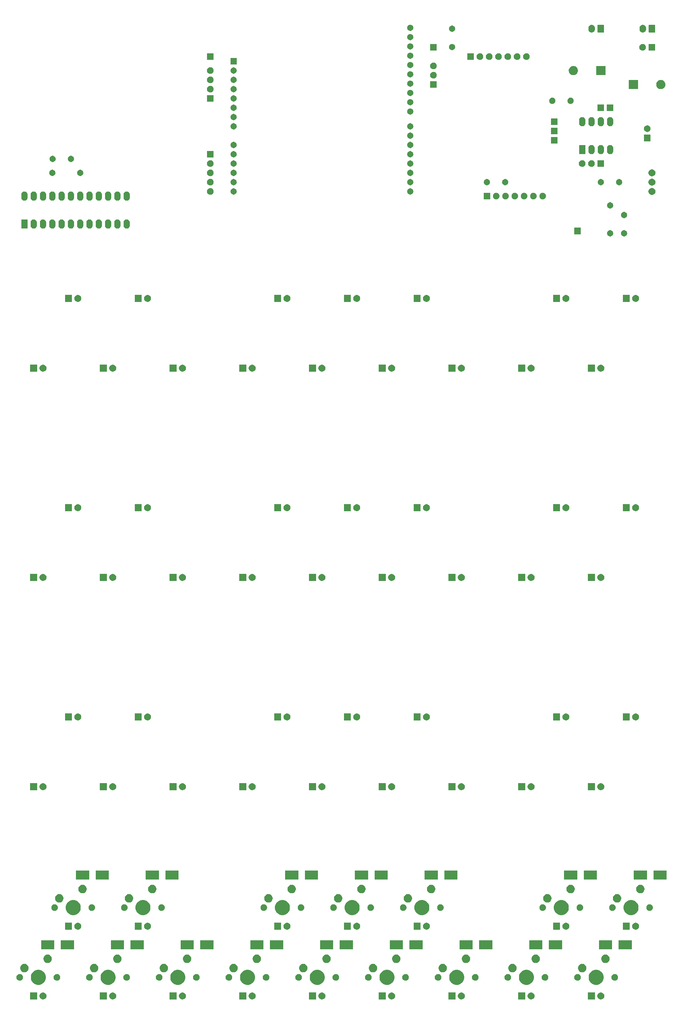
<source format=gbr>
G04 #@! TF.GenerationSoftware,KiCad,Pcbnew,5.1.5+dfsg1-2+b1*
G04 #@! TF.CreationDate,2020-12-03T05:46:07-05:00*
G04 #@! TF.ProjectId,Circuit,43697263-7569-4742-9e6b-696361645f70,rev?*
G04 #@! TF.SameCoordinates,Original*
G04 #@! TF.FileFunction,Soldermask,Bot*
G04 #@! TF.FilePolarity,Negative*
%FSLAX46Y46*%
G04 Gerber Fmt 4.6, Leading zero omitted, Abs format (unit mm)*
G04 Created by KiCad (PCBNEW 5.1.5+dfsg1-2+b1) date 2020-12-03 05:46:07*
%MOMM*%
%LPD*%
G04 APERTURE LIST*
%ADD10C,0.100000*%
G04 APERTURE END LIST*
D10*
G36*
X21867395Y-179425546D02*
G01*
X22040466Y-179497234D01*
X22040467Y-179497235D01*
X22196227Y-179601310D01*
X22328690Y-179733773D01*
X22328691Y-179733775D01*
X22432766Y-179889534D01*
X22504454Y-180062605D01*
X22541000Y-180246333D01*
X22541000Y-180433667D01*
X22504454Y-180617395D01*
X22432766Y-180790466D01*
X22432765Y-180790467D01*
X22328690Y-180946227D01*
X22196227Y-181078690D01*
X22117818Y-181131081D01*
X22040466Y-181182766D01*
X21867395Y-181254454D01*
X21683667Y-181291000D01*
X21496333Y-181291000D01*
X21312605Y-181254454D01*
X21139534Y-181182766D01*
X21062182Y-181131081D01*
X20983773Y-181078690D01*
X20851310Y-180946227D01*
X20747235Y-180790467D01*
X20747234Y-180790466D01*
X20675546Y-180617395D01*
X20639000Y-180433667D01*
X20639000Y-180246333D01*
X20675546Y-180062605D01*
X20747234Y-179889534D01*
X20851309Y-179733775D01*
X20851310Y-179733773D01*
X20983773Y-179601310D01*
X21139533Y-179497235D01*
X21139534Y-179497234D01*
X21312605Y-179425546D01*
X21496333Y-179389000D01*
X21683667Y-179389000D01*
X21867395Y-179425546D01*
G37*
G36*
X96201000Y-181291000D02*
G01*
X94299000Y-181291000D01*
X94299000Y-179389000D01*
X96201000Y-179389000D01*
X96201000Y-181291000D01*
G37*
G36*
X172401000Y-181291000D02*
G01*
X170499000Y-181291000D01*
X170499000Y-179389000D01*
X172401000Y-179389000D01*
X172401000Y-181291000D01*
G37*
G36*
X153351000Y-181291000D02*
G01*
X151449000Y-181291000D01*
X151449000Y-179389000D01*
X153351000Y-179389000D01*
X153351000Y-181291000D01*
G37*
G36*
X155217395Y-179425546D02*
G01*
X155390466Y-179497234D01*
X155390467Y-179497235D01*
X155546227Y-179601310D01*
X155678690Y-179733773D01*
X155678691Y-179733775D01*
X155782766Y-179889534D01*
X155854454Y-180062605D01*
X155891000Y-180246333D01*
X155891000Y-180433667D01*
X155854454Y-180617395D01*
X155782766Y-180790466D01*
X155782765Y-180790467D01*
X155678690Y-180946227D01*
X155546227Y-181078690D01*
X155467818Y-181131081D01*
X155390466Y-181182766D01*
X155217395Y-181254454D01*
X155033667Y-181291000D01*
X154846333Y-181291000D01*
X154662605Y-181254454D01*
X154489534Y-181182766D01*
X154412182Y-181131081D01*
X154333773Y-181078690D01*
X154201310Y-180946227D01*
X154097235Y-180790467D01*
X154097234Y-180790466D01*
X154025546Y-180617395D01*
X153989000Y-180433667D01*
X153989000Y-180246333D01*
X154025546Y-180062605D01*
X154097234Y-179889534D01*
X154201309Y-179733775D01*
X154201310Y-179733773D01*
X154333773Y-179601310D01*
X154489533Y-179497235D01*
X154489534Y-179497234D01*
X154662605Y-179425546D01*
X154846333Y-179389000D01*
X155033667Y-179389000D01*
X155217395Y-179425546D01*
G37*
G36*
X134301000Y-181291000D02*
G01*
X132399000Y-181291000D01*
X132399000Y-179389000D01*
X134301000Y-179389000D01*
X134301000Y-181291000D01*
G37*
G36*
X136167395Y-179425546D02*
G01*
X136340466Y-179497234D01*
X136340467Y-179497235D01*
X136496227Y-179601310D01*
X136628690Y-179733773D01*
X136628691Y-179733775D01*
X136732766Y-179889534D01*
X136804454Y-180062605D01*
X136841000Y-180246333D01*
X136841000Y-180433667D01*
X136804454Y-180617395D01*
X136732766Y-180790466D01*
X136732765Y-180790467D01*
X136628690Y-180946227D01*
X136496227Y-181078690D01*
X136417818Y-181131081D01*
X136340466Y-181182766D01*
X136167395Y-181254454D01*
X135983667Y-181291000D01*
X135796333Y-181291000D01*
X135612605Y-181254454D01*
X135439534Y-181182766D01*
X135362182Y-181131081D01*
X135283773Y-181078690D01*
X135151310Y-180946227D01*
X135047235Y-180790467D01*
X135047234Y-180790466D01*
X134975546Y-180617395D01*
X134939000Y-180433667D01*
X134939000Y-180246333D01*
X134975546Y-180062605D01*
X135047234Y-179889534D01*
X135151309Y-179733775D01*
X135151310Y-179733773D01*
X135283773Y-179601310D01*
X135439533Y-179497235D01*
X135439534Y-179497234D01*
X135612605Y-179425546D01*
X135796333Y-179389000D01*
X135983667Y-179389000D01*
X136167395Y-179425546D01*
G37*
G36*
X115251000Y-181291000D02*
G01*
X113349000Y-181291000D01*
X113349000Y-179389000D01*
X115251000Y-179389000D01*
X115251000Y-181291000D01*
G37*
G36*
X117117395Y-179425546D02*
G01*
X117290466Y-179497234D01*
X117290467Y-179497235D01*
X117446227Y-179601310D01*
X117578690Y-179733773D01*
X117578691Y-179733775D01*
X117682766Y-179889534D01*
X117754454Y-180062605D01*
X117791000Y-180246333D01*
X117791000Y-180433667D01*
X117754454Y-180617395D01*
X117682766Y-180790466D01*
X117682765Y-180790467D01*
X117578690Y-180946227D01*
X117446227Y-181078690D01*
X117367818Y-181131081D01*
X117290466Y-181182766D01*
X117117395Y-181254454D01*
X116933667Y-181291000D01*
X116746333Y-181291000D01*
X116562605Y-181254454D01*
X116389534Y-181182766D01*
X116312182Y-181131081D01*
X116233773Y-181078690D01*
X116101310Y-180946227D01*
X115997235Y-180790467D01*
X115997234Y-180790466D01*
X115925546Y-180617395D01*
X115889000Y-180433667D01*
X115889000Y-180246333D01*
X115925546Y-180062605D01*
X115997234Y-179889534D01*
X116101309Y-179733775D01*
X116101310Y-179733773D01*
X116233773Y-179601310D01*
X116389533Y-179497235D01*
X116389534Y-179497234D01*
X116562605Y-179425546D01*
X116746333Y-179389000D01*
X116933667Y-179389000D01*
X117117395Y-179425546D01*
G37*
G36*
X20001000Y-181291000D02*
G01*
X18099000Y-181291000D01*
X18099000Y-179389000D01*
X20001000Y-179389000D01*
X20001000Y-181291000D01*
G37*
G36*
X98067395Y-179425546D02*
G01*
X98240466Y-179497234D01*
X98240467Y-179497235D01*
X98396227Y-179601310D01*
X98528690Y-179733773D01*
X98528691Y-179733775D01*
X98632766Y-179889534D01*
X98704454Y-180062605D01*
X98741000Y-180246333D01*
X98741000Y-180433667D01*
X98704454Y-180617395D01*
X98632766Y-180790466D01*
X98632765Y-180790467D01*
X98528690Y-180946227D01*
X98396227Y-181078690D01*
X98317818Y-181131081D01*
X98240466Y-181182766D01*
X98067395Y-181254454D01*
X97883667Y-181291000D01*
X97696333Y-181291000D01*
X97512605Y-181254454D01*
X97339534Y-181182766D01*
X97262182Y-181131081D01*
X97183773Y-181078690D01*
X97051310Y-180946227D01*
X96947235Y-180790467D01*
X96947234Y-180790466D01*
X96875546Y-180617395D01*
X96839000Y-180433667D01*
X96839000Y-180246333D01*
X96875546Y-180062605D01*
X96947234Y-179889534D01*
X97051309Y-179733775D01*
X97051310Y-179733773D01*
X97183773Y-179601310D01*
X97339533Y-179497235D01*
X97339534Y-179497234D01*
X97512605Y-179425546D01*
X97696333Y-179389000D01*
X97883667Y-179389000D01*
X98067395Y-179425546D01*
G37*
G36*
X77151000Y-181291000D02*
G01*
X75249000Y-181291000D01*
X75249000Y-179389000D01*
X77151000Y-179389000D01*
X77151000Y-181291000D01*
G37*
G36*
X79017395Y-179425546D02*
G01*
X79190466Y-179497234D01*
X79190467Y-179497235D01*
X79346227Y-179601310D01*
X79478690Y-179733773D01*
X79478691Y-179733775D01*
X79582766Y-179889534D01*
X79654454Y-180062605D01*
X79691000Y-180246333D01*
X79691000Y-180433667D01*
X79654454Y-180617395D01*
X79582766Y-180790466D01*
X79582765Y-180790467D01*
X79478690Y-180946227D01*
X79346227Y-181078690D01*
X79267818Y-181131081D01*
X79190466Y-181182766D01*
X79017395Y-181254454D01*
X78833667Y-181291000D01*
X78646333Y-181291000D01*
X78462605Y-181254454D01*
X78289534Y-181182766D01*
X78212182Y-181131081D01*
X78133773Y-181078690D01*
X78001310Y-180946227D01*
X77897235Y-180790467D01*
X77897234Y-180790466D01*
X77825546Y-180617395D01*
X77789000Y-180433667D01*
X77789000Y-180246333D01*
X77825546Y-180062605D01*
X77897234Y-179889534D01*
X78001309Y-179733775D01*
X78001310Y-179733773D01*
X78133773Y-179601310D01*
X78289533Y-179497235D01*
X78289534Y-179497234D01*
X78462605Y-179425546D01*
X78646333Y-179389000D01*
X78833667Y-179389000D01*
X79017395Y-179425546D01*
G37*
G36*
X58101000Y-181291000D02*
G01*
X56199000Y-181291000D01*
X56199000Y-179389000D01*
X58101000Y-179389000D01*
X58101000Y-181291000D01*
G37*
G36*
X59967395Y-179425546D02*
G01*
X60140466Y-179497234D01*
X60140467Y-179497235D01*
X60296227Y-179601310D01*
X60428690Y-179733773D01*
X60428691Y-179733775D01*
X60532766Y-179889534D01*
X60604454Y-180062605D01*
X60641000Y-180246333D01*
X60641000Y-180433667D01*
X60604454Y-180617395D01*
X60532766Y-180790466D01*
X60532765Y-180790467D01*
X60428690Y-180946227D01*
X60296227Y-181078690D01*
X60217818Y-181131081D01*
X60140466Y-181182766D01*
X59967395Y-181254454D01*
X59783667Y-181291000D01*
X59596333Y-181291000D01*
X59412605Y-181254454D01*
X59239534Y-181182766D01*
X59162182Y-181131081D01*
X59083773Y-181078690D01*
X58951310Y-180946227D01*
X58847235Y-180790467D01*
X58847234Y-180790466D01*
X58775546Y-180617395D01*
X58739000Y-180433667D01*
X58739000Y-180246333D01*
X58775546Y-180062605D01*
X58847234Y-179889534D01*
X58951309Y-179733775D01*
X58951310Y-179733773D01*
X59083773Y-179601310D01*
X59239533Y-179497235D01*
X59239534Y-179497234D01*
X59412605Y-179425546D01*
X59596333Y-179389000D01*
X59783667Y-179389000D01*
X59967395Y-179425546D01*
G37*
G36*
X39051000Y-181291000D02*
G01*
X37149000Y-181291000D01*
X37149000Y-179389000D01*
X39051000Y-179389000D01*
X39051000Y-181291000D01*
G37*
G36*
X40917395Y-179425546D02*
G01*
X41090466Y-179497234D01*
X41090467Y-179497235D01*
X41246227Y-179601310D01*
X41378690Y-179733773D01*
X41378691Y-179733775D01*
X41482766Y-179889534D01*
X41554454Y-180062605D01*
X41591000Y-180246333D01*
X41591000Y-180433667D01*
X41554454Y-180617395D01*
X41482766Y-180790466D01*
X41482765Y-180790467D01*
X41378690Y-180946227D01*
X41246227Y-181078690D01*
X41167818Y-181131081D01*
X41090466Y-181182766D01*
X40917395Y-181254454D01*
X40733667Y-181291000D01*
X40546333Y-181291000D01*
X40362605Y-181254454D01*
X40189534Y-181182766D01*
X40112182Y-181131081D01*
X40033773Y-181078690D01*
X39901310Y-180946227D01*
X39797235Y-180790467D01*
X39797234Y-180790466D01*
X39725546Y-180617395D01*
X39689000Y-180433667D01*
X39689000Y-180246333D01*
X39725546Y-180062605D01*
X39797234Y-179889534D01*
X39901309Y-179733775D01*
X39901310Y-179733773D01*
X40033773Y-179601310D01*
X40189533Y-179497235D01*
X40189534Y-179497234D01*
X40362605Y-179425546D01*
X40546333Y-179389000D01*
X40733667Y-179389000D01*
X40917395Y-179425546D01*
G37*
G36*
X174267395Y-179425546D02*
G01*
X174440466Y-179497234D01*
X174440467Y-179497235D01*
X174596227Y-179601310D01*
X174728690Y-179733773D01*
X174728691Y-179733775D01*
X174832766Y-179889534D01*
X174904454Y-180062605D01*
X174941000Y-180246333D01*
X174941000Y-180433667D01*
X174904454Y-180617395D01*
X174832766Y-180790466D01*
X174832765Y-180790467D01*
X174728690Y-180946227D01*
X174596227Y-181078690D01*
X174517818Y-181131081D01*
X174440466Y-181182766D01*
X174267395Y-181254454D01*
X174083667Y-181291000D01*
X173896333Y-181291000D01*
X173712605Y-181254454D01*
X173539534Y-181182766D01*
X173462182Y-181131081D01*
X173383773Y-181078690D01*
X173251310Y-180946227D01*
X173147235Y-180790467D01*
X173147234Y-180790466D01*
X173075546Y-180617395D01*
X173039000Y-180433667D01*
X173039000Y-180246333D01*
X173075546Y-180062605D01*
X173147234Y-179889534D01*
X173251309Y-179733775D01*
X173251310Y-179733773D01*
X173383773Y-179601310D01*
X173539533Y-179497235D01*
X173539534Y-179497234D01*
X173712605Y-179425546D01*
X173896333Y-179389000D01*
X174083667Y-179389000D01*
X174267395Y-179425546D01*
G37*
G36*
X39968254Y-173287818D02*
G01*
X40341511Y-173442426D01*
X40341513Y-173442427D01*
X40677436Y-173666884D01*
X40963116Y-173952564D01*
X41187574Y-174288489D01*
X41342182Y-174661746D01*
X41421000Y-175057993D01*
X41421000Y-175462007D01*
X41342182Y-175858254D01*
X41187574Y-176231511D01*
X41187573Y-176231513D01*
X40963116Y-176567436D01*
X40677436Y-176853116D01*
X40341513Y-177077573D01*
X40341512Y-177077574D01*
X40341511Y-177077574D01*
X39968254Y-177232182D01*
X39572007Y-177311000D01*
X39167993Y-177311000D01*
X38771746Y-177232182D01*
X38398489Y-177077574D01*
X38398488Y-177077574D01*
X38398487Y-177077573D01*
X38062564Y-176853116D01*
X37776884Y-176567436D01*
X37552427Y-176231513D01*
X37552426Y-176231511D01*
X37397818Y-175858254D01*
X37319000Y-175462007D01*
X37319000Y-175057993D01*
X37397818Y-174661746D01*
X37552426Y-174288489D01*
X37776884Y-173952564D01*
X38062564Y-173666884D01*
X38398487Y-173442427D01*
X38398489Y-173442426D01*
X38771746Y-173287818D01*
X39167993Y-173209000D01*
X39572007Y-173209000D01*
X39968254Y-173287818D01*
G37*
G36*
X154268254Y-173287818D02*
G01*
X154641511Y-173442426D01*
X154641513Y-173442427D01*
X154977436Y-173666884D01*
X155263116Y-173952564D01*
X155487574Y-174288489D01*
X155642182Y-174661746D01*
X155721000Y-175057993D01*
X155721000Y-175462007D01*
X155642182Y-175858254D01*
X155487574Y-176231511D01*
X155487573Y-176231513D01*
X155263116Y-176567436D01*
X154977436Y-176853116D01*
X154641513Y-177077573D01*
X154641512Y-177077574D01*
X154641511Y-177077574D01*
X154268254Y-177232182D01*
X153872007Y-177311000D01*
X153467993Y-177311000D01*
X153071746Y-177232182D01*
X152698489Y-177077574D01*
X152698488Y-177077574D01*
X152698487Y-177077573D01*
X152362564Y-176853116D01*
X152076884Y-176567436D01*
X151852427Y-176231513D01*
X151852426Y-176231511D01*
X151697818Y-175858254D01*
X151619000Y-175462007D01*
X151619000Y-175057993D01*
X151697818Y-174661746D01*
X151852426Y-174288489D01*
X152076884Y-173952564D01*
X152362564Y-173666884D01*
X152698487Y-173442427D01*
X152698489Y-173442426D01*
X153071746Y-173287818D01*
X153467993Y-173209000D01*
X153872007Y-173209000D01*
X154268254Y-173287818D01*
G37*
G36*
X116168254Y-173287818D02*
G01*
X116541511Y-173442426D01*
X116541513Y-173442427D01*
X116877436Y-173666884D01*
X117163116Y-173952564D01*
X117387574Y-174288489D01*
X117542182Y-174661746D01*
X117621000Y-175057993D01*
X117621000Y-175462007D01*
X117542182Y-175858254D01*
X117387574Y-176231511D01*
X117387573Y-176231513D01*
X117163116Y-176567436D01*
X116877436Y-176853116D01*
X116541513Y-177077573D01*
X116541512Y-177077574D01*
X116541511Y-177077574D01*
X116168254Y-177232182D01*
X115772007Y-177311000D01*
X115367993Y-177311000D01*
X114971746Y-177232182D01*
X114598489Y-177077574D01*
X114598488Y-177077574D01*
X114598487Y-177077573D01*
X114262564Y-176853116D01*
X113976884Y-176567436D01*
X113752427Y-176231513D01*
X113752426Y-176231511D01*
X113597818Y-175858254D01*
X113519000Y-175462007D01*
X113519000Y-175057993D01*
X113597818Y-174661746D01*
X113752426Y-174288489D01*
X113976884Y-173952564D01*
X114262564Y-173666884D01*
X114598487Y-173442427D01*
X114598489Y-173442426D01*
X114971746Y-173287818D01*
X115367993Y-173209000D01*
X115772007Y-173209000D01*
X116168254Y-173287818D01*
G37*
G36*
X97118254Y-173287818D02*
G01*
X97491511Y-173442426D01*
X97491513Y-173442427D01*
X97827436Y-173666884D01*
X98113116Y-173952564D01*
X98337574Y-174288489D01*
X98492182Y-174661746D01*
X98571000Y-175057993D01*
X98571000Y-175462007D01*
X98492182Y-175858254D01*
X98337574Y-176231511D01*
X98337573Y-176231513D01*
X98113116Y-176567436D01*
X97827436Y-176853116D01*
X97491513Y-177077573D01*
X97491512Y-177077574D01*
X97491511Y-177077574D01*
X97118254Y-177232182D01*
X96722007Y-177311000D01*
X96317993Y-177311000D01*
X95921746Y-177232182D01*
X95548489Y-177077574D01*
X95548488Y-177077574D01*
X95548487Y-177077573D01*
X95212564Y-176853116D01*
X94926884Y-176567436D01*
X94702427Y-176231513D01*
X94702426Y-176231511D01*
X94547818Y-175858254D01*
X94469000Y-175462007D01*
X94469000Y-175057993D01*
X94547818Y-174661746D01*
X94702426Y-174288489D01*
X94926884Y-173952564D01*
X95212564Y-173666884D01*
X95548487Y-173442427D01*
X95548489Y-173442426D01*
X95921746Y-173287818D01*
X96317993Y-173209000D01*
X96722007Y-173209000D01*
X97118254Y-173287818D01*
G37*
G36*
X78068254Y-173287818D02*
G01*
X78441511Y-173442426D01*
X78441513Y-173442427D01*
X78777436Y-173666884D01*
X79063116Y-173952564D01*
X79287574Y-174288489D01*
X79442182Y-174661746D01*
X79521000Y-175057993D01*
X79521000Y-175462007D01*
X79442182Y-175858254D01*
X79287574Y-176231511D01*
X79287573Y-176231513D01*
X79063116Y-176567436D01*
X78777436Y-176853116D01*
X78441513Y-177077573D01*
X78441512Y-177077574D01*
X78441511Y-177077574D01*
X78068254Y-177232182D01*
X77672007Y-177311000D01*
X77267993Y-177311000D01*
X76871746Y-177232182D01*
X76498489Y-177077574D01*
X76498488Y-177077574D01*
X76498487Y-177077573D01*
X76162564Y-176853116D01*
X75876884Y-176567436D01*
X75652427Y-176231513D01*
X75652426Y-176231511D01*
X75497818Y-175858254D01*
X75419000Y-175462007D01*
X75419000Y-175057993D01*
X75497818Y-174661746D01*
X75652426Y-174288489D01*
X75876884Y-173952564D01*
X76162564Y-173666884D01*
X76498487Y-173442427D01*
X76498489Y-173442426D01*
X76871746Y-173287818D01*
X77267993Y-173209000D01*
X77672007Y-173209000D01*
X78068254Y-173287818D01*
G37*
G36*
X59018254Y-173287818D02*
G01*
X59391511Y-173442426D01*
X59391513Y-173442427D01*
X59727436Y-173666884D01*
X60013116Y-173952564D01*
X60237574Y-174288489D01*
X60392182Y-174661746D01*
X60471000Y-175057993D01*
X60471000Y-175462007D01*
X60392182Y-175858254D01*
X60237574Y-176231511D01*
X60237573Y-176231513D01*
X60013116Y-176567436D01*
X59727436Y-176853116D01*
X59391513Y-177077573D01*
X59391512Y-177077574D01*
X59391511Y-177077574D01*
X59018254Y-177232182D01*
X58622007Y-177311000D01*
X58217993Y-177311000D01*
X57821746Y-177232182D01*
X57448489Y-177077574D01*
X57448488Y-177077574D01*
X57448487Y-177077573D01*
X57112564Y-176853116D01*
X56826884Y-176567436D01*
X56602427Y-176231513D01*
X56602426Y-176231511D01*
X56447818Y-175858254D01*
X56369000Y-175462007D01*
X56369000Y-175057993D01*
X56447818Y-174661746D01*
X56602426Y-174288489D01*
X56826884Y-173952564D01*
X57112564Y-173666884D01*
X57448487Y-173442427D01*
X57448489Y-173442426D01*
X57821746Y-173287818D01*
X58217993Y-173209000D01*
X58622007Y-173209000D01*
X59018254Y-173287818D01*
G37*
G36*
X20918254Y-173287818D02*
G01*
X21291511Y-173442426D01*
X21291513Y-173442427D01*
X21627436Y-173666884D01*
X21913116Y-173952564D01*
X22137574Y-174288489D01*
X22292182Y-174661746D01*
X22371000Y-175057993D01*
X22371000Y-175462007D01*
X22292182Y-175858254D01*
X22137574Y-176231511D01*
X22137573Y-176231513D01*
X21913116Y-176567436D01*
X21627436Y-176853116D01*
X21291513Y-177077573D01*
X21291512Y-177077574D01*
X21291511Y-177077574D01*
X20918254Y-177232182D01*
X20522007Y-177311000D01*
X20117993Y-177311000D01*
X19721746Y-177232182D01*
X19348489Y-177077574D01*
X19348488Y-177077574D01*
X19348487Y-177077573D01*
X19012564Y-176853116D01*
X18726884Y-176567436D01*
X18502427Y-176231513D01*
X18502426Y-176231511D01*
X18347818Y-175858254D01*
X18269000Y-175462007D01*
X18269000Y-175057993D01*
X18347818Y-174661746D01*
X18502426Y-174288489D01*
X18726884Y-173952564D01*
X19012564Y-173666884D01*
X19348487Y-173442427D01*
X19348489Y-173442426D01*
X19721746Y-173287818D01*
X20117993Y-173209000D01*
X20522007Y-173209000D01*
X20918254Y-173287818D01*
G37*
G36*
X135218254Y-173287818D02*
G01*
X135591511Y-173442426D01*
X135591513Y-173442427D01*
X135927436Y-173666884D01*
X136213116Y-173952564D01*
X136437574Y-174288489D01*
X136592182Y-174661746D01*
X136671000Y-175057993D01*
X136671000Y-175462007D01*
X136592182Y-175858254D01*
X136437574Y-176231511D01*
X136437573Y-176231513D01*
X136213116Y-176567436D01*
X135927436Y-176853116D01*
X135591513Y-177077573D01*
X135591512Y-177077574D01*
X135591511Y-177077574D01*
X135218254Y-177232182D01*
X134822007Y-177311000D01*
X134417993Y-177311000D01*
X134021746Y-177232182D01*
X133648489Y-177077574D01*
X133648488Y-177077574D01*
X133648487Y-177077573D01*
X133312564Y-176853116D01*
X133026884Y-176567436D01*
X132802427Y-176231513D01*
X132802426Y-176231511D01*
X132647818Y-175858254D01*
X132569000Y-175462007D01*
X132569000Y-175057993D01*
X132647818Y-174661746D01*
X132802426Y-174288489D01*
X133026884Y-173952564D01*
X133312564Y-173666884D01*
X133648487Y-173442427D01*
X133648489Y-173442426D01*
X134021746Y-173287818D01*
X134417993Y-173209000D01*
X134822007Y-173209000D01*
X135218254Y-173287818D01*
G37*
G36*
X173318254Y-173287818D02*
G01*
X173691511Y-173442426D01*
X173691513Y-173442427D01*
X174027436Y-173666884D01*
X174313116Y-173952564D01*
X174537574Y-174288489D01*
X174692182Y-174661746D01*
X174771000Y-175057993D01*
X174771000Y-175462007D01*
X174692182Y-175858254D01*
X174537574Y-176231511D01*
X174537573Y-176231513D01*
X174313116Y-176567436D01*
X174027436Y-176853116D01*
X173691513Y-177077573D01*
X173691512Y-177077574D01*
X173691511Y-177077574D01*
X173318254Y-177232182D01*
X172922007Y-177311000D01*
X172517993Y-177311000D01*
X172121746Y-177232182D01*
X171748489Y-177077574D01*
X171748488Y-177077574D01*
X171748487Y-177077573D01*
X171412564Y-176853116D01*
X171126884Y-176567436D01*
X170902427Y-176231513D01*
X170902426Y-176231511D01*
X170747818Y-175858254D01*
X170669000Y-175462007D01*
X170669000Y-175057993D01*
X170747818Y-174661746D01*
X170902426Y-174288489D01*
X171126884Y-173952564D01*
X171412564Y-173666884D01*
X171748487Y-173442427D01*
X171748489Y-173442426D01*
X172121746Y-173287818D01*
X172517993Y-173209000D01*
X172922007Y-173209000D01*
X173318254Y-173287818D01*
G37*
G36*
X177913512Y-174363927D02*
G01*
X178062812Y-174393624D01*
X178226784Y-174461544D01*
X178374354Y-174560147D01*
X178499853Y-174685646D01*
X178598456Y-174833216D01*
X178666376Y-174997188D01*
X178701000Y-175171259D01*
X178701000Y-175348741D01*
X178666376Y-175522812D01*
X178598456Y-175686784D01*
X178499853Y-175834354D01*
X178374354Y-175959853D01*
X178226784Y-176058456D01*
X178062812Y-176126376D01*
X177913512Y-176156073D01*
X177888742Y-176161000D01*
X177711258Y-176161000D01*
X177686488Y-176156073D01*
X177537188Y-176126376D01*
X177373216Y-176058456D01*
X177225646Y-175959853D01*
X177100147Y-175834354D01*
X177001544Y-175686784D01*
X176933624Y-175522812D01*
X176899000Y-175348741D01*
X176899000Y-175171259D01*
X176933624Y-174997188D01*
X177001544Y-174833216D01*
X177100147Y-174685646D01*
X177225646Y-174560147D01*
X177373216Y-174461544D01*
X177537188Y-174393624D01*
X177686488Y-174363927D01*
X177711258Y-174359000D01*
X177888742Y-174359000D01*
X177913512Y-174363927D01*
G37*
G36*
X167753512Y-174363927D02*
G01*
X167902812Y-174393624D01*
X168066784Y-174461544D01*
X168214354Y-174560147D01*
X168339853Y-174685646D01*
X168438456Y-174833216D01*
X168506376Y-174997188D01*
X168541000Y-175171259D01*
X168541000Y-175348741D01*
X168506376Y-175522812D01*
X168438456Y-175686784D01*
X168339853Y-175834354D01*
X168214354Y-175959853D01*
X168066784Y-176058456D01*
X167902812Y-176126376D01*
X167753512Y-176156073D01*
X167728742Y-176161000D01*
X167551258Y-176161000D01*
X167526488Y-176156073D01*
X167377188Y-176126376D01*
X167213216Y-176058456D01*
X167065646Y-175959853D01*
X166940147Y-175834354D01*
X166841544Y-175686784D01*
X166773624Y-175522812D01*
X166739000Y-175348741D01*
X166739000Y-175171259D01*
X166773624Y-174997188D01*
X166841544Y-174833216D01*
X166940147Y-174685646D01*
X167065646Y-174560147D01*
X167213216Y-174461544D01*
X167377188Y-174393624D01*
X167526488Y-174363927D01*
X167551258Y-174359000D01*
X167728742Y-174359000D01*
X167753512Y-174363927D01*
G37*
G36*
X158863512Y-174363927D02*
G01*
X159012812Y-174393624D01*
X159176784Y-174461544D01*
X159324354Y-174560147D01*
X159449853Y-174685646D01*
X159548456Y-174833216D01*
X159616376Y-174997188D01*
X159651000Y-175171259D01*
X159651000Y-175348741D01*
X159616376Y-175522812D01*
X159548456Y-175686784D01*
X159449853Y-175834354D01*
X159324354Y-175959853D01*
X159176784Y-176058456D01*
X159012812Y-176126376D01*
X158863512Y-176156073D01*
X158838742Y-176161000D01*
X158661258Y-176161000D01*
X158636488Y-176156073D01*
X158487188Y-176126376D01*
X158323216Y-176058456D01*
X158175646Y-175959853D01*
X158050147Y-175834354D01*
X157951544Y-175686784D01*
X157883624Y-175522812D01*
X157849000Y-175348741D01*
X157849000Y-175171259D01*
X157883624Y-174997188D01*
X157951544Y-174833216D01*
X158050147Y-174685646D01*
X158175646Y-174560147D01*
X158323216Y-174461544D01*
X158487188Y-174393624D01*
X158636488Y-174363927D01*
X158661258Y-174359000D01*
X158838742Y-174359000D01*
X158863512Y-174363927D01*
G37*
G36*
X148703512Y-174363927D02*
G01*
X148852812Y-174393624D01*
X149016784Y-174461544D01*
X149164354Y-174560147D01*
X149289853Y-174685646D01*
X149388456Y-174833216D01*
X149456376Y-174997188D01*
X149491000Y-175171259D01*
X149491000Y-175348741D01*
X149456376Y-175522812D01*
X149388456Y-175686784D01*
X149289853Y-175834354D01*
X149164354Y-175959853D01*
X149016784Y-176058456D01*
X148852812Y-176126376D01*
X148703512Y-176156073D01*
X148678742Y-176161000D01*
X148501258Y-176161000D01*
X148476488Y-176156073D01*
X148327188Y-176126376D01*
X148163216Y-176058456D01*
X148015646Y-175959853D01*
X147890147Y-175834354D01*
X147791544Y-175686784D01*
X147723624Y-175522812D01*
X147689000Y-175348741D01*
X147689000Y-175171259D01*
X147723624Y-174997188D01*
X147791544Y-174833216D01*
X147890147Y-174685646D01*
X148015646Y-174560147D01*
X148163216Y-174461544D01*
X148327188Y-174393624D01*
X148476488Y-174363927D01*
X148501258Y-174359000D01*
X148678742Y-174359000D01*
X148703512Y-174363927D01*
G37*
G36*
X139813512Y-174363927D02*
G01*
X139962812Y-174393624D01*
X140126784Y-174461544D01*
X140274354Y-174560147D01*
X140399853Y-174685646D01*
X140498456Y-174833216D01*
X140566376Y-174997188D01*
X140601000Y-175171259D01*
X140601000Y-175348741D01*
X140566376Y-175522812D01*
X140498456Y-175686784D01*
X140399853Y-175834354D01*
X140274354Y-175959853D01*
X140126784Y-176058456D01*
X139962812Y-176126376D01*
X139813512Y-176156073D01*
X139788742Y-176161000D01*
X139611258Y-176161000D01*
X139586488Y-176156073D01*
X139437188Y-176126376D01*
X139273216Y-176058456D01*
X139125646Y-175959853D01*
X139000147Y-175834354D01*
X138901544Y-175686784D01*
X138833624Y-175522812D01*
X138799000Y-175348741D01*
X138799000Y-175171259D01*
X138833624Y-174997188D01*
X138901544Y-174833216D01*
X139000147Y-174685646D01*
X139125646Y-174560147D01*
X139273216Y-174461544D01*
X139437188Y-174393624D01*
X139586488Y-174363927D01*
X139611258Y-174359000D01*
X139788742Y-174359000D01*
X139813512Y-174363927D01*
G37*
G36*
X91553512Y-174363927D02*
G01*
X91702812Y-174393624D01*
X91866784Y-174461544D01*
X92014354Y-174560147D01*
X92139853Y-174685646D01*
X92238456Y-174833216D01*
X92306376Y-174997188D01*
X92341000Y-175171259D01*
X92341000Y-175348741D01*
X92306376Y-175522812D01*
X92238456Y-175686784D01*
X92139853Y-175834354D01*
X92014354Y-175959853D01*
X91866784Y-176058456D01*
X91702812Y-176126376D01*
X91553512Y-176156073D01*
X91528742Y-176161000D01*
X91351258Y-176161000D01*
X91326488Y-176156073D01*
X91177188Y-176126376D01*
X91013216Y-176058456D01*
X90865646Y-175959853D01*
X90740147Y-175834354D01*
X90641544Y-175686784D01*
X90573624Y-175522812D01*
X90539000Y-175348741D01*
X90539000Y-175171259D01*
X90573624Y-174997188D01*
X90641544Y-174833216D01*
X90740147Y-174685646D01*
X90865646Y-174560147D01*
X91013216Y-174461544D01*
X91177188Y-174393624D01*
X91326488Y-174363927D01*
X91351258Y-174359000D01*
X91528742Y-174359000D01*
X91553512Y-174363927D01*
G37*
G36*
X34403512Y-174363927D02*
G01*
X34552812Y-174393624D01*
X34716784Y-174461544D01*
X34864354Y-174560147D01*
X34989853Y-174685646D01*
X35088456Y-174833216D01*
X35156376Y-174997188D01*
X35191000Y-175171259D01*
X35191000Y-175348741D01*
X35156376Y-175522812D01*
X35088456Y-175686784D01*
X34989853Y-175834354D01*
X34864354Y-175959853D01*
X34716784Y-176058456D01*
X34552812Y-176126376D01*
X34403512Y-176156073D01*
X34378742Y-176161000D01*
X34201258Y-176161000D01*
X34176488Y-176156073D01*
X34027188Y-176126376D01*
X33863216Y-176058456D01*
X33715646Y-175959853D01*
X33590147Y-175834354D01*
X33491544Y-175686784D01*
X33423624Y-175522812D01*
X33389000Y-175348741D01*
X33389000Y-175171259D01*
X33423624Y-174997188D01*
X33491544Y-174833216D01*
X33590147Y-174685646D01*
X33715646Y-174560147D01*
X33863216Y-174461544D01*
X34027188Y-174393624D01*
X34176488Y-174363927D01*
X34201258Y-174359000D01*
X34378742Y-174359000D01*
X34403512Y-174363927D01*
G37*
G36*
X44563512Y-174363927D02*
G01*
X44712812Y-174393624D01*
X44876784Y-174461544D01*
X45024354Y-174560147D01*
X45149853Y-174685646D01*
X45248456Y-174833216D01*
X45316376Y-174997188D01*
X45351000Y-175171259D01*
X45351000Y-175348741D01*
X45316376Y-175522812D01*
X45248456Y-175686784D01*
X45149853Y-175834354D01*
X45024354Y-175959853D01*
X44876784Y-176058456D01*
X44712812Y-176126376D01*
X44563512Y-176156073D01*
X44538742Y-176161000D01*
X44361258Y-176161000D01*
X44336488Y-176156073D01*
X44187188Y-176126376D01*
X44023216Y-176058456D01*
X43875646Y-175959853D01*
X43750147Y-175834354D01*
X43651544Y-175686784D01*
X43583624Y-175522812D01*
X43549000Y-175348741D01*
X43549000Y-175171259D01*
X43583624Y-174997188D01*
X43651544Y-174833216D01*
X43750147Y-174685646D01*
X43875646Y-174560147D01*
X44023216Y-174461544D01*
X44187188Y-174393624D01*
X44336488Y-174363927D01*
X44361258Y-174359000D01*
X44538742Y-174359000D01*
X44563512Y-174363927D01*
G37*
G36*
X72503512Y-174363927D02*
G01*
X72652812Y-174393624D01*
X72816784Y-174461544D01*
X72964354Y-174560147D01*
X73089853Y-174685646D01*
X73188456Y-174833216D01*
X73256376Y-174997188D01*
X73291000Y-175171259D01*
X73291000Y-175348741D01*
X73256376Y-175522812D01*
X73188456Y-175686784D01*
X73089853Y-175834354D01*
X72964354Y-175959853D01*
X72816784Y-176058456D01*
X72652812Y-176126376D01*
X72503512Y-176156073D01*
X72478742Y-176161000D01*
X72301258Y-176161000D01*
X72276488Y-176156073D01*
X72127188Y-176126376D01*
X71963216Y-176058456D01*
X71815646Y-175959853D01*
X71690147Y-175834354D01*
X71591544Y-175686784D01*
X71523624Y-175522812D01*
X71489000Y-175348741D01*
X71489000Y-175171259D01*
X71523624Y-174997188D01*
X71591544Y-174833216D01*
X71690147Y-174685646D01*
X71815646Y-174560147D01*
X71963216Y-174461544D01*
X72127188Y-174393624D01*
X72276488Y-174363927D01*
X72301258Y-174359000D01*
X72478742Y-174359000D01*
X72503512Y-174363927D01*
G37*
G36*
X110603512Y-174363927D02*
G01*
X110752812Y-174393624D01*
X110916784Y-174461544D01*
X111064354Y-174560147D01*
X111189853Y-174685646D01*
X111288456Y-174833216D01*
X111356376Y-174997188D01*
X111391000Y-175171259D01*
X111391000Y-175348741D01*
X111356376Y-175522812D01*
X111288456Y-175686784D01*
X111189853Y-175834354D01*
X111064354Y-175959853D01*
X110916784Y-176058456D01*
X110752812Y-176126376D01*
X110603512Y-176156073D01*
X110578742Y-176161000D01*
X110401258Y-176161000D01*
X110376488Y-176156073D01*
X110227188Y-176126376D01*
X110063216Y-176058456D01*
X109915646Y-175959853D01*
X109790147Y-175834354D01*
X109691544Y-175686784D01*
X109623624Y-175522812D01*
X109589000Y-175348741D01*
X109589000Y-175171259D01*
X109623624Y-174997188D01*
X109691544Y-174833216D01*
X109790147Y-174685646D01*
X109915646Y-174560147D01*
X110063216Y-174461544D01*
X110227188Y-174393624D01*
X110376488Y-174363927D01*
X110401258Y-174359000D01*
X110578742Y-174359000D01*
X110603512Y-174363927D01*
G37*
G36*
X15353512Y-174363927D02*
G01*
X15502812Y-174393624D01*
X15666784Y-174461544D01*
X15814354Y-174560147D01*
X15939853Y-174685646D01*
X16038456Y-174833216D01*
X16106376Y-174997188D01*
X16141000Y-175171259D01*
X16141000Y-175348741D01*
X16106376Y-175522812D01*
X16038456Y-175686784D01*
X15939853Y-175834354D01*
X15814354Y-175959853D01*
X15666784Y-176058456D01*
X15502812Y-176126376D01*
X15353512Y-176156073D01*
X15328742Y-176161000D01*
X15151258Y-176161000D01*
X15126488Y-176156073D01*
X14977188Y-176126376D01*
X14813216Y-176058456D01*
X14665646Y-175959853D01*
X14540147Y-175834354D01*
X14441544Y-175686784D01*
X14373624Y-175522812D01*
X14339000Y-175348741D01*
X14339000Y-175171259D01*
X14373624Y-174997188D01*
X14441544Y-174833216D01*
X14540147Y-174685646D01*
X14665646Y-174560147D01*
X14813216Y-174461544D01*
X14977188Y-174393624D01*
X15126488Y-174363927D01*
X15151258Y-174359000D01*
X15328742Y-174359000D01*
X15353512Y-174363927D01*
G37*
G36*
X120763512Y-174363927D02*
G01*
X120912812Y-174393624D01*
X121076784Y-174461544D01*
X121224354Y-174560147D01*
X121349853Y-174685646D01*
X121448456Y-174833216D01*
X121516376Y-174997188D01*
X121551000Y-175171259D01*
X121551000Y-175348741D01*
X121516376Y-175522812D01*
X121448456Y-175686784D01*
X121349853Y-175834354D01*
X121224354Y-175959853D01*
X121076784Y-176058456D01*
X120912812Y-176126376D01*
X120763512Y-176156073D01*
X120738742Y-176161000D01*
X120561258Y-176161000D01*
X120536488Y-176156073D01*
X120387188Y-176126376D01*
X120223216Y-176058456D01*
X120075646Y-175959853D01*
X119950147Y-175834354D01*
X119851544Y-175686784D01*
X119783624Y-175522812D01*
X119749000Y-175348741D01*
X119749000Y-175171259D01*
X119783624Y-174997188D01*
X119851544Y-174833216D01*
X119950147Y-174685646D01*
X120075646Y-174560147D01*
X120223216Y-174461544D01*
X120387188Y-174393624D01*
X120536488Y-174363927D01*
X120561258Y-174359000D01*
X120738742Y-174359000D01*
X120763512Y-174363927D01*
G37*
G36*
X63613512Y-174363927D02*
G01*
X63762812Y-174393624D01*
X63926784Y-174461544D01*
X64074354Y-174560147D01*
X64199853Y-174685646D01*
X64298456Y-174833216D01*
X64366376Y-174997188D01*
X64401000Y-175171259D01*
X64401000Y-175348741D01*
X64366376Y-175522812D01*
X64298456Y-175686784D01*
X64199853Y-175834354D01*
X64074354Y-175959853D01*
X63926784Y-176058456D01*
X63762812Y-176126376D01*
X63613512Y-176156073D01*
X63588742Y-176161000D01*
X63411258Y-176161000D01*
X63386488Y-176156073D01*
X63237188Y-176126376D01*
X63073216Y-176058456D01*
X62925646Y-175959853D01*
X62800147Y-175834354D01*
X62701544Y-175686784D01*
X62633624Y-175522812D01*
X62599000Y-175348741D01*
X62599000Y-175171259D01*
X62633624Y-174997188D01*
X62701544Y-174833216D01*
X62800147Y-174685646D01*
X62925646Y-174560147D01*
X63073216Y-174461544D01*
X63237188Y-174393624D01*
X63386488Y-174363927D01*
X63411258Y-174359000D01*
X63588742Y-174359000D01*
X63613512Y-174363927D01*
G37*
G36*
X53453512Y-174363927D02*
G01*
X53602812Y-174393624D01*
X53766784Y-174461544D01*
X53914354Y-174560147D01*
X54039853Y-174685646D01*
X54138456Y-174833216D01*
X54206376Y-174997188D01*
X54241000Y-175171259D01*
X54241000Y-175348741D01*
X54206376Y-175522812D01*
X54138456Y-175686784D01*
X54039853Y-175834354D01*
X53914354Y-175959853D01*
X53766784Y-176058456D01*
X53602812Y-176126376D01*
X53453512Y-176156073D01*
X53428742Y-176161000D01*
X53251258Y-176161000D01*
X53226488Y-176156073D01*
X53077188Y-176126376D01*
X52913216Y-176058456D01*
X52765646Y-175959853D01*
X52640147Y-175834354D01*
X52541544Y-175686784D01*
X52473624Y-175522812D01*
X52439000Y-175348741D01*
X52439000Y-175171259D01*
X52473624Y-174997188D01*
X52541544Y-174833216D01*
X52640147Y-174685646D01*
X52765646Y-174560147D01*
X52913216Y-174461544D01*
X53077188Y-174393624D01*
X53226488Y-174363927D01*
X53251258Y-174359000D01*
X53428742Y-174359000D01*
X53453512Y-174363927D01*
G37*
G36*
X129653512Y-174363927D02*
G01*
X129802812Y-174393624D01*
X129966784Y-174461544D01*
X130114354Y-174560147D01*
X130239853Y-174685646D01*
X130338456Y-174833216D01*
X130406376Y-174997188D01*
X130441000Y-175171259D01*
X130441000Y-175348741D01*
X130406376Y-175522812D01*
X130338456Y-175686784D01*
X130239853Y-175834354D01*
X130114354Y-175959853D01*
X129966784Y-176058456D01*
X129802812Y-176126376D01*
X129653512Y-176156073D01*
X129628742Y-176161000D01*
X129451258Y-176161000D01*
X129426488Y-176156073D01*
X129277188Y-176126376D01*
X129113216Y-176058456D01*
X128965646Y-175959853D01*
X128840147Y-175834354D01*
X128741544Y-175686784D01*
X128673624Y-175522812D01*
X128639000Y-175348741D01*
X128639000Y-175171259D01*
X128673624Y-174997188D01*
X128741544Y-174833216D01*
X128840147Y-174685646D01*
X128965646Y-174560147D01*
X129113216Y-174461544D01*
X129277188Y-174393624D01*
X129426488Y-174363927D01*
X129451258Y-174359000D01*
X129628742Y-174359000D01*
X129653512Y-174363927D01*
G37*
G36*
X25513512Y-174363927D02*
G01*
X25662812Y-174393624D01*
X25826784Y-174461544D01*
X25974354Y-174560147D01*
X26099853Y-174685646D01*
X26198456Y-174833216D01*
X26266376Y-174997188D01*
X26301000Y-175171259D01*
X26301000Y-175348741D01*
X26266376Y-175522812D01*
X26198456Y-175686784D01*
X26099853Y-175834354D01*
X25974354Y-175959853D01*
X25826784Y-176058456D01*
X25662812Y-176126376D01*
X25513512Y-176156073D01*
X25488742Y-176161000D01*
X25311258Y-176161000D01*
X25286488Y-176156073D01*
X25137188Y-176126376D01*
X24973216Y-176058456D01*
X24825646Y-175959853D01*
X24700147Y-175834354D01*
X24601544Y-175686784D01*
X24533624Y-175522812D01*
X24499000Y-175348741D01*
X24499000Y-175171259D01*
X24533624Y-174997188D01*
X24601544Y-174833216D01*
X24700147Y-174685646D01*
X24825646Y-174560147D01*
X24973216Y-174461544D01*
X25137188Y-174393624D01*
X25286488Y-174363927D01*
X25311258Y-174359000D01*
X25488742Y-174359000D01*
X25513512Y-174363927D01*
G37*
G36*
X82663512Y-174363927D02*
G01*
X82812812Y-174393624D01*
X82976784Y-174461544D01*
X83124354Y-174560147D01*
X83249853Y-174685646D01*
X83348456Y-174833216D01*
X83416376Y-174997188D01*
X83451000Y-175171259D01*
X83451000Y-175348741D01*
X83416376Y-175522812D01*
X83348456Y-175686784D01*
X83249853Y-175834354D01*
X83124354Y-175959853D01*
X82976784Y-176058456D01*
X82812812Y-176126376D01*
X82663512Y-176156073D01*
X82638742Y-176161000D01*
X82461258Y-176161000D01*
X82436488Y-176156073D01*
X82287188Y-176126376D01*
X82123216Y-176058456D01*
X81975646Y-175959853D01*
X81850147Y-175834354D01*
X81751544Y-175686784D01*
X81683624Y-175522812D01*
X81649000Y-175348741D01*
X81649000Y-175171259D01*
X81683624Y-174997188D01*
X81751544Y-174833216D01*
X81850147Y-174685646D01*
X81975646Y-174560147D01*
X82123216Y-174461544D01*
X82287188Y-174393624D01*
X82436488Y-174363927D01*
X82461258Y-174359000D01*
X82638742Y-174359000D01*
X82663512Y-174363927D01*
G37*
G36*
X101713512Y-174363927D02*
G01*
X101862812Y-174393624D01*
X102026784Y-174461544D01*
X102174354Y-174560147D01*
X102299853Y-174685646D01*
X102398456Y-174833216D01*
X102466376Y-174997188D01*
X102501000Y-175171259D01*
X102501000Y-175348741D01*
X102466376Y-175522812D01*
X102398456Y-175686784D01*
X102299853Y-175834354D01*
X102174354Y-175959853D01*
X102026784Y-176058456D01*
X101862812Y-176126376D01*
X101713512Y-176156073D01*
X101688742Y-176161000D01*
X101511258Y-176161000D01*
X101486488Y-176156073D01*
X101337188Y-176126376D01*
X101173216Y-176058456D01*
X101025646Y-175959853D01*
X100900147Y-175834354D01*
X100801544Y-175686784D01*
X100733624Y-175522812D01*
X100699000Y-175348741D01*
X100699000Y-175171259D01*
X100733624Y-174997188D01*
X100801544Y-174833216D01*
X100900147Y-174685646D01*
X101025646Y-174560147D01*
X101173216Y-174461544D01*
X101337188Y-174393624D01*
X101486488Y-174363927D01*
X101511258Y-174359000D01*
X101688742Y-174359000D01*
X101713512Y-174363927D01*
G37*
G36*
X169134549Y-171591116D02*
G01*
X169245734Y-171613232D01*
X169455203Y-171699997D01*
X169643720Y-171825960D01*
X169804040Y-171986280D01*
X169930003Y-172174797D01*
X170016768Y-172384266D01*
X170061000Y-172606636D01*
X170061000Y-172833364D01*
X170016768Y-173055734D01*
X169930003Y-173265203D01*
X169804040Y-173453720D01*
X169643720Y-173614040D01*
X169455203Y-173740003D01*
X169245734Y-173826768D01*
X169134549Y-173848884D01*
X169023365Y-173871000D01*
X168796635Y-173871000D01*
X168685451Y-173848884D01*
X168574266Y-173826768D01*
X168364797Y-173740003D01*
X168176280Y-173614040D01*
X168015960Y-173453720D01*
X167889997Y-173265203D01*
X167803232Y-173055734D01*
X167759000Y-172833364D01*
X167759000Y-172606636D01*
X167803232Y-172384266D01*
X167889997Y-172174797D01*
X168015960Y-171986280D01*
X168176280Y-171825960D01*
X168364797Y-171699997D01*
X168574266Y-171613232D01*
X168685451Y-171591116D01*
X168796635Y-171569000D01*
X169023365Y-171569000D01*
X169134549Y-171591116D01*
G37*
G36*
X16734549Y-171591116D02*
G01*
X16845734Y-171613232D01*
X17055203Y-171699997D01*
X17243720Y-171825960D01*
X17404040Y-171986280D01*
X17530003Y-172174797D01*
X17616768Y-172384266D01*
X17661000Y-172606636D01*
X17661000Y-172833364D01*
X17616768Y-173055734D01*
X17530003Y-173265203D01*
X17404040Y-173453720D01*
X17243720Y-173614040D01*
X17055203Y-173740003D01*
X16845734Y-173826768D01*
X16734549Y-173848884D01*
X16623365Y-173871000D01*
X16396635Y-173871000D01*
X16285451Y-173848884D01*
X16174266Y-173826768D01*
X15964797Y-173740003D01*
X15776280Y-173614040D01*
X15615960Y-173453720D01*
X15489997Y-173265203D01*
X15403232Y-173055734D01*
X15359000Y-172833364D01*
X15359000Y-172606636D01*
X15403232Y-172384266D01*
X15489997Y-172174797D01*
X15615960Y-171986280D01*
X15776280Y-171825960D01*
X15964797Y-171699997D01*
X16174266Y-171613232D01*
X16285451Y-171591116D01*
X16396635Y-171569000D01*
X16623365Y-171569000D01*
X16734549Y-171591116D01*
G37*
G36*
X35784549Y-171591116D02*
G01*
X35895734Y-171613232D01*
X36105203Y-171699997D01*
X36293720Y-171825960D01*
X36454040Y-171986280D01*
X36580003Y-172174797D01*
X36666768Y-172384266D01*
X36711000Y-172606636D01*
X36711000Y-172833364D01*
X36666768Y-173055734D01*
X36580003Y-173265203D01*
X36454040Y-173453720D01*
X36293720Y-173614040D01*
X36105203Y-173740003D01*
X35895734Y-173826768D01*
X35784549Y-173848884D01*
X35673365Y-173871000D01*
X35446635Y-173871000D01*
X35335451Y-173848884D01*
X35224266Y-173826768D01*
X35014797Y-173740003D01*
X34826280Y-173614040D01*
X34665960Y-173453720D01*
X34539997Y-173265203D01*
X34453232Y-173055734D01*
X34409000Y-172833364D01*
X34409000Y-172606636D01*
X34453232Y-172384266D01*
X34539997Y-172174797D01*
X34665960Y-171986280D01*
X34826280Y-171825960D01*
X35014797Y-171699997D01*
X35224266Y-171613232D01*
X35335451Y-171591116D01*
X35446635Y-171569000D01*
X35673365Y-171569000D01*
X35784549Y-171591116D01*
G37*
G36*
X111984549Y-171591116D02*
G01*
X112095734Y-171613232D01*
X112305203Y-171699997D01*
X112493720Y-171825960D01*
X112654040Y-171986280D01*
X112780003Y-172174797D01*
X112866768Y-172384266D01*
X112911000Y-172606636D01*
X112911000Y-172833364D01*
X112866768Y-173055734D01*
X112780003Y-173265203D01*
X112654040Y-173453720D01*
X112493720Y-173614040D01*
X112305203Y-173740003D01*
X112095734Y-173826768D01*
X111984549Y-173848884D01*
X111873365Y-173871000D01*
X111646635Y-173871000D01*
X111535451Y-173848884D01*
X111424266Y-173826768D01*
X111214797Y-173740003D01*
X111026280Y-173614040D01*
X110865960Y-173453720D01*
X110739997Y-173265203D01*
X110653232Y-173055734D01*
X110609000Y-172833364D01*
X110609000Y-172606636D01*
X110653232Y-172384266D01*
X110739997Y-172174797D01*
X110865960Y-171986280D01*
X111026280Y-171825960D01*
X111214797Y-171699997D01*
X111424266Y-171613232D01*
X111535451Y-171591116D01*
X111646635Y-171569000D01*
X111873365Y-171569000D01*
X111984549Y-171591116D01*
G37*
G36*
X150084549Y-171591116D02*
G01*
X150195734Y-171613232D01*
X150405203Y-171699997D01*
X150593720Y-171825960D01*
X150754040Y-171986280D01*
X150880003Y-172174797D01*
X150966768Y-172384266D01*
X151011000Y-172606636D01*
X151011000Y-172833364D01*
X150966768Y-173055734D01*
X150880003Y-173265203D01*
X150754040Y-173453720D01*
X150593720Y-173614040D01*
X150405203Y-173740003D01*
X150195734Y-173826768D01*
X150084549Y-173848884D01*
X149973365Y-173871000D01*
X149746635Y-173871000D01*
X149635451Y-173848884D01*
X149524266Y-173826768D01*
X149314797Y-173740003D01*
X149126280Y-173614040D01*
X148965960Y-173453720D01*
X148839997Y-173265203D01*
X148753232Y-173055734D01*
X148709000Y-172833364D01*
X148709000Y-172606636D01*
X148753232Y-172384266D01*
X148839997Y-172174797D01*
X148965960Y-171986280D01*
X149126280Y-171825960D01*
X149314797Y-171699997D01*
X149524266Y-171613232D01*
X149635451Y-171591116D01*
X149746635Y-171569000D01*
X149973365Y-171569000D01*
X150084549Y-171591116D01*
G37*
G36*
X92934549Y-171591116D02*
G01*
X93045734Y-171613232D01*
X93255203Y-171699997D01*
X93443720Y-171825960D01*
X93604040Y-171986280D01*
X93730003Y-172174797D01*
X93816768Y-172384266D01*
X93861000Y-172606636D01*
X93861000Y-172833364D01*
X93816768Y-173055734D01*
X93730003Y-173265203D01*
X93604040Y-173453720D01*
X93443720Y-173614040D01*
X93255203Y-173740003D01*
X93045734Y-173826768D01*
X92934549Y-173848884D01*
X92823365Y-173871000D01*
X92596635Y-173871000D01*
X92485451Y-173848884D01*
X92374266Y-173826768D01*
X92164797Y-173740003D01*
X91976280Y-173614040D01*
X91815960Y-173453720D01*
X91689997Y-173265203D01*
X91603232Y-173055734D01*
X91559000Y-172833364D01*
X91559000Y-172606636D01*
X91603232Y-172384266D01*
X91689997Y-172174797D01*
X91815960Y-171986280D01*
X91976280Y-171825960D01*
X92164797Y-171699997D01*
X92374266Y-171613232D01*
X92485451Y-171591116D01*
X92596635Y-171569000D01*
X92823365Y-171569000D01*
X92934549Y-171591116D01*
G37*
G36*
X73884549Y-171591116D02*
G01*
X73995734Y-171613232D01*
X74205203Y-171699997D01*
X74393720Y-171825960D01*
X74554040Y-171986280D01*
X74680003Y-172174797D01*
X74766768Y-172384266D01*
X74811000Y-172606636D01*
X74811000Y-172833364D01*
X74766768Y-173055734D01*
X74680003Y-173265203D01*
X74554040Y-173453720D01*
X74393720Y-173614040D01*
X74205203Y-173740003D01*
X73995734Y-173826768D01*
X73884549Y-173848884D01*
X73773365Y-173871000D01*
X73546635Y-173871000D01*
X73435451Y-173848884D01*
X73324266Y-173826768D01*
X73114797Y-173740003D01*
X72926280Y-173614040D01*
X72765960Y-173453720D01*
X72639997Y-173265203D01*
X72553232Y-173055734D01*
X72509000Y-172833364D01*
X72509000Y-172606636D01*
X72553232Y-172384266D01*
X72639997Y-172174797D01*
X72765960Y-171986280D01*
X72926280Y-171825960D01*
X73114797Y-171699997D01*
X73324266Y-171613232D01*
X73435451Y-171591116D01*
X73546635Y-171569000D01*
X73773365Y-171569000D01*
X73884549Y-171591116D01*
G37*
G36*
X54834549Y-171591116D02*
G01*
X54945734Y-171613232D01*
X55155203Y-171699997D01*
X55343720Y-171825960D01*
X55504040Y-171986280D01*
X55630003Y-172174797D01*
X55716768Y-172384266D01*
X55761000Y-172606636D01*
X55761000Y-172833364D01*
X55716768Y-173055734D01*
X55630003Y-173265203D01*
X55504040Y-173453720D01*
X55343720Y-173614040D01*
X55155203Y-173740003D01*
X54945734Y-173826768D01*
X54834549Y-173848884D01*
X54723365Y-173871000D01*
X54496635Y-173871000D01*
X54385451Y-173848884D01*
X54274266Y-173826768D01*
X54064797Y-173740003D01*
X53876280Y-173614040D01*
X53715960Y-173453720D01*
X53589997Y-173265203D01*
X53503232Y-173055734D01*
X53459000Y-172833364D01*
X53459000Y-172606636D01*
X53503232Y-172384266D01*
X53589997Y-172174797D01*
X53715960Y-171986280D01*
X53876280Y-171825960D01*
X54064797Y-171699997D01*
X54274266Y-171613232D01*
X54385451Y-171591116D01*
X54496635Y-171569000D01*
X54723365Y-171569000D01*
X54834549Y-171591116D01*
G37*
G36*
X131034549Y-171591116D02*
G01*
X131145734Y-171613232D01*
X131355203Y-171699997D01*
X131543720Y-171825960D01*
X131704040Y-171986280D01*
X131830003Y-172174797D01*
X131916768Y-172384266D01*
X131961000Y-172606636D01*
X131961000Y-172833364D01*
X131916768Y-173055734D01*
X131830003Y-173265203D01*
X131704040Y-173453720D01*
X131543720Y-173614040D01*
X131355203Y-173740003D01*
X131145734Y-173826768D01*
X131034549Y-173848884D01*
X130923365Y-173871000D01*
X130696635Y-173871000D01*
X130585451Y-173848884D01*
X130474266Y-173826768D01*
X130264797Y-173740003D01*
X130076280Y-173614040D01*
X129915960Y-173453720D01*
X129789997Y-173265203D01*
X129703232Y-173055734D01*
X129659000Y-172833364D01*
X129659000Y-172606636D01*
X129703232Y-172384266D01*
X129789997Y-172174797D01*
X129915960Y-171986280D01*
X130076280Y-171825960D01*
X130264797Y-171699997D01*
X130474266Y-171613232D01*
X130585451Y-171591116D01*
X130696635Y-171569000D01*
X130923365Y-171569000D01*
X131034549Y-171591116D01*
G37*
G36*
X23084549Y-169051116D02*
G01*
X23195734Y-169073232D01*
X23405203Y-169159997D01*
X23593720Y-169285960D01*
X23754040Y-169446280D01*
X23880003Y-169634797D01*
X23966768Y-169844266D01*
X24011000Y-170066636D01*
X24011000Y-170293364D01*
X23966768Y-170515734D01*
X23880003Y-170725203D01*
X23754040Y-170913720D01*
X23593720Y-171074040D01*
X23405203Y-171200003D01*
X23195734Y-171286768D01*
X23084549Y-171308884D01*
X22973365Y-171331000D01*
X22746635Y-171331000D01*
X22635451Y-171308884D01*
X22524266Y-171286768D01*
X22314797Y-171200003D01*
X22126280Y-171074040D01*
X21965960Y-170913720D01*
X21839997Y-170725203D01*
X21753232Y-170515734D01*
X21709000Y-170293364D01*
X21709000Y-170066636D01*
X21753232Y-169844266D01*
X21839997Y-169634797D01*
X21965960Y-169446280D01*
X22126280Y-169285960D01*
X22314797Y-169159997D01*
X22524266Y-169073232D01*
X22635451Y-169051116D01*
X22746635Y-169029000D01*
X22973365Y-169029000D01*
X23084549Y-169051116D01*
G37*
G36*
X42134549Y-169051116D02*
G01*
X42245734Y-169073232D01*
X42455203Y-169159997D01*
X42643720Y-169285960D01*
X42804040Y-169446280D01*
X42930003Y-169634797D01*
X43016768Y-169844266D01*
X43061000Y-170066636D01*
X43061000Y-170293364D01*
X43016768Y-170515734D01*
X42930003Y-170725203D01*
X42804040Y-170913720D01*
X42643720Y-171074040D01*
X42455203Y-171200003D01*
X42245734Y-171286768D01*
X42134549Y-171308884D01*
X42023365Y-171331000D01*
X41796635Y-171331000D01*
X41685451Y-171308884D01*
X41574266Y-171286768D01*
X41364797Y-171200003D01*
X41176280Y-171074040D01*
X41015960Y-170913720D01*
X40889997Y-170725203D01*
X40803232Y-170515734D01*
X40759000Y-170293364D01*
X40759000Y-170066636D01*
X40803232Y-169844266D01*
X40889997Y-169634797D01*
X41015960Y-169446280D01*
X41176280Y-169285960D01*
X41364797Y-169159997D01*
X41574266Y-169073232D01*
X41685451Y-169051116D01*
X41796635Y-169029000D01*
X42023365Y-169029000D01*
X42134549Y-169051116D01*
G37*
G36*
X80234549Y-169051116D02*
G01*
X80345734Y-169073232D01*
X80555203Y-169159997D01*
X80743720Y-169285960D01*
X80904040Y-169446280D01*
X81030003Y-169634797D01*
X81116768Y-169844266D01*
X81161000Y-170066636D01*
X81161000Y-170293364D01*
X81116768Y-170515734D01*
X81030003Y-170725203D01*
X80904040Y-170913720D01*
X80743720Y-171074040D01*
X80555203Y-171200003D01*
X80345734Y-171286768D01*
X80234549Y-171308884D01*
X80123365Y-171331000D01*
X79896635Y-171331000D01*
X79785451Y-171308884D01*
X79674266Y-171286768D01*
X79464797Y-171200003D01*
X79276280Y-171074040D01*
X79115960Y-170913720D01*
X78989997Y-170725203D01*
X78903232Y-170515734D01*
X78859000Y-170293364D01*
X78859000Y-170066636D01*
X78903232Y-169844266D01*
X78989997Y-169634797D01*
X79115960Y-169446280D01*
X79276280Y-169285960D01*
X79464797Y-169159997D01*
X79674266Y-169073232D01*
X79785451Y-169051116D01*
X79896635Y-169029000D01*
X80123365Y-169029000D01*
X80234549Y-169051116D01*
G37*
G36*
X99284549Y-169051116D02*
G01*
X99395734Y-169073232D01*
X99605203Y-169159997D01*
X99793720Y-169285960D01*
X99954040Y-169446280D01*
X100080003Y-169634797D01*
X100166768Y-169844266D01*
X100211000Y-170066636D01*
X100211000Y-170293364D01*
X100166768Y-170515734D01*
X100080003Y-170725203D01*
X99954040Y-170913720D01*
X99793720Y-171074040D01*
X99605203Y-171200003D01*
X99395734Y-171286768D01*
X99284549Y-171308884D01*
X99173365Y-171331000D01*
X98946635Y-171331000D01*
X98835451Y-171308884D01*
X98724266Y-171286768D01*
X98514797Y-171200003D01*
X98326280Y-171074040D01*
X98165960Y-170913720D01*
X98039997Y-170725203D01*
X97953232Y-170515734D01*
X97909000Y-170293364D01*
X97909000Y-170066636D01*
X97953232Y-169844266D01*
X98039997Y-169634797D01*
X98165960Y-169446280D01*
X98326280Y-169285960D01*
X98514797Y-169159997D01*
X98724266Y-169073232D01*
X98835451Y-169051116D01*
X98946635Y-169029000D01*
X99173365Y-169029000D01*
X99284549Y-169051116D01*
G37*
G36*
X137384549Y-169051116D02*
G01*
X137495734Y-169073232D01*
X137705203Y-169159997D01*
X137893720Y-169285960D01*
X138054040Y-169446280D01*
X138180003Y-169634797D01*
X138266768Y-169844266D01*
X138311000Y-170066636D01*
X138311000Y-170293364D01*
X138266768Y-170515734D01*
X138180003Y-170725203D01*
X138054040Y-170913720D01*
X137893720Y-171074040D01*
X137705203Y-171200003D01*
X137495734Y-171286768D01*
X137384549Y-171308884D01*
X137273365Y-171331000D01*
X137046635Y-171331000D01*
X136935451Y-171308884D01*
X136824266Y-171286768D01*
X136614797Y-171200003D01*
X136426280Y-171074040D01*
X136265960Y-170913720D01*
X136139997Y-170725203D01*
X136053232Y-170515734D01*
X136009000Y-170293364D01*
X136009000Y-170066636D01*
X136053232Y-169844266D01*
X136139997Y-169634797D01*
X136265960Y-169446280D01*
X136426280Y-169285960D01*
X136614797Y-169159997D01*
X136824266Y-169073232D01*
X136935451Y-169051116D01*
X137046635Y-169029000D01*
X137273365Y-169029000D01*
X137384549Y-169051116D01*
G37*
G36*
X156434549Y-169051116D02*
G01*
X156545734Y-169073232D01*
X156755203Y-169159997D01*
X156943720Y-169285960D01*
X157104040Y-169446280D01*
X157230003Y-169634797D01*
X157316768Y-169844266D01*
X157361000Y-170066636D01*
X157361000Y-170293364D01*
X157316768Y-170515734D01*
X157230003Y-170725203D01*
X157104040Y-170913720D01*
X156943720Y-171074040D01*
X156755203Y-171200003D01*
X156545734Y-171286768D01*
X156434549Y-171308884D01*
X156323365Y-171331000D01*
X156096635Y-171331000D01*
X155985451Y-171308884D01*
X155874266Y-171286768D01*
X155664797Y-171200003D01*
X155476280Y-171074040D01*
X155315960Y-170913720D01*
X155189997Y-170725203D01*
X155103232Y-170515734D01*
X155059000Y-170293364D01*
X155059000Y-170066636D01*
X155103232Y-169844266D01*
X155189997Y-169634797D01*
X155315960Y-169446280D01*
X155476280Y-169285960D01*
X155664797Y-169159997D01*
X155874266Y-169073232D01*
X155985451Y-169051116D01*
X156096635Y-169029000D01*
X156323365Y-169029000D01*
X156434549Y-169051116D01*
G37*
G36*
X175484549Y-169051116D02*
G01*
X175595734Y-169073232D01*
X175805203Y-169159997D01*
X175993720Y-169285960D01*
X176154040Y-169446280D01*
X176280003Y-169634797D01*
X176366768Y-169844266D01*
X176411000Y-170066636D01*
X176411000Y-170293364D01*
X176366768Y-170515734D01*
X176280003Y-170725203D01*
X176154040Y-170913720D01*
X175993720Y-171074040D01*
X175805203Y-171200003D01*
X175595734Y-171286768D01*
X175484549Y-171308884D01*
X175373365Y-171331000D01*
X175146635Y-171331000D01*
X175035451Y-171308884D01*
X174924266Y-171286768D01*
X174714797Y-171200003D01*
X174526280Y-171074040D01*
X174365960Y-170913720D01*
X174239997Y-170725203D01*
X174153232Y-170515734D01*
X174109000Y-170293364D01*
X174109000Y-170066636D01*
X174153232Y-169844266D01*
X174239997Y-169634797D01*
X174365960Y-169446280D01*
X174526280Y-169285960D01*
X174714797Y-169159997D01*
X174924266Y-169073232D01*
X175035451Y-169051116D01*
X175146635Y-169029000D01*
X175373365Y-169029000D01*
X175484549Y-169051116D01*
G37*
G36*
X61184549Y-169051116D02*
G01*
X61295734Y-169073232D01*
X61505203Y-169159997D01*
X61693720Y-169285960D01*
X61854040Y-169446280D01*
X61980003Y-169634797D01*
X62066768Y-169844266D01*
X62111000Y-170066636D01*
X62111000Y-170293364D01*
X62066768Y-170515734D01*
X61980003Y-170725203D01*
X61854040Y-170913720D01*
X61693720Y-171074040D01*
X61505203Y-171200003D01*
X61295734Y-171286768D01*
X61184549Y-171308884D01*
X61073365Y-171331000D01*
X60846635Y-171331000D01*
X60735451Y-171308884D01*
X60624266Y-171286768D01*
X60414797Y-171200003D01*
X60226280Y-171074040D01*
X60065960Y-170913720D01*
X59939997Y-170725203D01*
X59853232Y-170515734D01*
X59809000Y-170293364D01*
X59809000Y-170066636D01*
X59853232Y-169844266D01*
X59939997Y-169634797D01*
X60065960Y-169446280D01*
X60226280Y-169285960D01*
X60414797Y-169159997D01*
X60624266Y-169073232D01*
X60735451Y-169051116D01*
X60846635Y-169029000D01*
X61073365Y-169029000D01*
X61184549Y-169051116D01*
G37*
G36*
X118334549Y-169051116D02*
G01*
X118445734Y-169073232D01*
X118655203Y-169159997D01*
X118843720Y-169285960D01*
X119004040Y-169446280D01*
X119130003Y-169634797D01*
X119216768Y-169844266D01*
X119261000Y-170066636D01*
X119261000Y-170293364D01*
X119216768Y-170515734D01*
X119130003Y-170725203D01*
X119004040Y-170913720D01*
X118843720Y-171074040D01*
X118655203Y-171200003D01*
X118445734Y-171286768D01*
X118334549Y-171308884D01*
X118223365Y-171331000D01*
X117996635Y-171331000D01*
X117885451Y-171308884D01*
X117774266Y-171286768D01*
X117564797Y-171200003D01*
X117376280Y-171074040D01*
X117215960Y-170913720D01*
X117089997Y-170725203D01*
X117003232Y-170515734D01*
X116959000Y-170293364D01*
X116959000Y-170066636D01*
X117003232Y-169844266D01*
X117089997Y-169634797D01*
X117215960Y-169446280D01*
X117376280Y-169285960D01*
X117564797Y-169159997D01*
X117774266Y-169073232D01*
X117885451Y-169051116D01*
X117996635Y-169029000D01*
X118223365Y-169029000D01*
X118334549Y-169051116D01*
G37*
G36*
X49121000Y-167571000D02*
G01*
X45519000Y-167571000D01*
X45519000Y-165169000D01*
X49121000Y-165169000D01*
X49121000Y-167571000D01*
G37*
G36*
X81821000Y-167571000D02*
G01*
X78219000Y-167571000D01*
X78219000Y-165169000D01*
X81821000Y-165169000D01*
X81821000Y-167571000D01*
G37*
G36*
X87221000Y-167571000D02*
G01*
X83619000Y-167571000D01*
X83619000Y-165169000D01*
X87221000Y-165169000D01*
X87221000Y-167571000D01*
G37*
G36*
X62771000Y-167571000D02*
G01*
X59169000Y-167571000D01*
X59169000Y-165169000D01*
X62771000Y-165169000D01*
X62771000Y-167571000D01*
G37*
G36*
X106271000Y-167571000D02*
G01*
X102669000Y-167571000D01*
X102669000Y-165169000D01*
X106271000Y-165169000D01*
X106271000Y-167571000D01*
G37*
G36*
X177071000Y-167571000D02*
G01*
X173469000Y-167571000D01*
X173469000Y-165169000D01*
X177071000Y-165169000D01*
X177071000Y-167571000D01*
G37*
G36*
X24671000Y-167571000D02*
G01*
X21069000Y-167571000D01*
X21069000Y-165169000D01*
X24671000Y-165169000D01*
X24671000Y-167571000D01*
G37*
G36*
X100871000Y-167571000D02*
G01*
X97269000Y-167571000D01*
X97269000Y-165169000D01*
X100871000Y-165169000D01*
X100871000Y-167571000D01*
G37*
G36*
X68171000Y-167571000D02*
G01*
X64569000Y-167571000D01*
X64569000Y-165169000D01*
X68171000Y-165169000D01*
X68171000Y-167571000D01*
G37*
G36*
X119921000Y-167571000D02*
G01*
X116319000Y-167571000D01*
X116319000Y-165169000D01*
X119921000Y-165169000D01*
X119921000Y-167571000D01*
G37*
G36*
X30071000Y-167571000D02*
G01*
X26469000Y-167571000D01*
X26469000Y-165169000D01*
X30071000Y-165169000D01*
X30071000Y-167571000D01*
G37*
G36*
X125321000Y-167571000D02*
G01*
X121719000Y-167571000D01*
X121719000Y-165169000D01*
X125321000Y-165169000D01*
X125321000Y-167571000D01*
G37*
G36*
X138971000Y-167571000D02*
G01*
X135369000Y-167571000D01*
X135369000Y-165169000D01*
X138971000Y-165169000D01*
X138971000Y-167571000D01*
G37*
G36*
X144371000Y-167571000D02*
G01*
X140769000Y-167571000D01*
X140769000Y-165169000D01*
X144371000Y-165169000D01*
X144371000Y-167571000D01*
G37*
G36*
X158021000Y-167571000D02*
G01*
X154419000Y-167571000D01*
X154419000Y-165169000D01*
X158021000Y-165169000D01*
X158021000Y-167571000D01*
G37*
G36*
X163421000Y-167571000D02*
G01*
X159819000Y-167571000D01*
X159819000Y-165169000D01*
X163421000Y-165169000D01*
X163421000Y-167571000D01*
G37*
G36*
X182471000Y-167571000D02*
G01*
X178869000Y-167571000D01*
X178869000Y-165169000D01*
X182471000Y-165169000D01*
X182471000Y-167571000D01*
G37*
G36*
X43721000Y-167571000D02*
G01*
X40119000Y-167571000D01*
X40119000Y-165169000D01*
X43721000Y-165169000D01*
X43721000Y-167571000D01*
G37*
G36*
X183792395Y-160375546D02*
G01*
X183965466Y-160447234D01*
X183965467Y-160447235D01*
X184121227Y-160551310D01*
X184253690Y-160683773D01*
X184253691Y-160683775D01*
X184357766Y-160839534D01*
X184429454Y-161012605D01*
X184466000Y-161196333D01*
X184466000Y-161383667D01*
X184429454Y-161567395D01*
X184357766Y-161740466D01*
X184357765Y-161740467D01*
X184253690Y-161896227D01*
X184121227Y-162028690D01*
X184042818Y-162081081D01*
X183965466Y-162132766D01*
X183792395Y-162204454D01*
X183608667Y-162241000D01*
X183421333Y-162241000D01*
X183237605Y-162204454D01*
X183064534Y-162132766D01*
X182987182Y-162081081D01*
X182908773Y-162028690D01*
X182776310Y-161896227D01*
X182672235Y-161740467D01*
X182672234Y-161740466D01*
X182600546Y-161567395D01*
X182564000Y-161383667D01*
X182564000Y-161196333D01*
X182600546Y-161012605D01*
X182672234Y-160839534D01*
X182776309Y-160683775D01*
X182776310Y-160683773D01*
X182908773Y-160551310D01*
X183064533Y-160447235D01*
X183064534Y-160447234D01*
X183237605Y-160375546D01*
X183421333Y-160339000D01*
X183608667Y-160339000D01*
X183792395Y-160375546D01*
G37*
G36*
X126642395Y-160375546D02*
G01*
X126815466Y-160447234D01*
X126815467Y-160447235D01*
X126971227Y-160551310D01*
X127103690Y-160683773D01*
X127103691Y-160683775D01*
X127207766Y-160839534D01*
X127279454Y-161012605D01*
X127316000Y-161196333D01*
X127316000Y-161383667D01*
X127279454Y-161567395D01*
X127207766Y-161740466D01*
X127207765Y-161740467D01*
X127103690Y-161896227D01*
X126971227Y-162028690D01*
X126892818Y-162081081D01*
X126815466Y-162132766D01*
X126642395Y-162204454D01*
X126458667Y-162241000D01*
X126271333Y-162241000D01*
X126087605Y-162204454D01*
X125914534Y-162132766D01*
X125837182Y-162081081D01*
X125758773Y-162028690D01*
X125626310Y-161896227D01*
X125522235Y-161740467D01*
X125522234Y-161740466D01*
X125450546Y-161567395D01*
X125414000Y-161383667D01*
X125414000Y-161196333D01*
X125450546Y-161012605D01*
X125522234Y-160839534D01*
X125626309Y-160683775D01*
X125626310Y-160683773D01*
X125758773Y-160551310D01*
X125914533Y-160447235D01*
X125914534Y-160447234D01*
X126087605Y-160375546D01*
X126271333Y-160339000D01*
X126458667Y-160339000D01*
X126642395Y-160375546D01*
G37*
G36*
X162876000Y-162241000D02*
G01*
X160974000Y-162241000D01*
X160974000Y-160339000D01*
X162876000Y-160339000D01*
X162876000Y-162241000D01*
G37*
G36*
X181926000Y-162241000D02*
G01*
X180024000Y-162241000D01*
X180024000Y-160339000D01*
X181926000Y-160339000D01*
X181926000Y-162241000D01*
G37*
G36*
X107592395Y-160375546D02*
G01*
X107765466Y-160447234D01*
X107765467Y-160447235D01*
X107921227Y-160551310D01*
X108053690Y-160683773D01*
X108053691Y-160683775D01*
X108157766Y-160839534D01*
X108229454Y-161012605D01*
X108266000Y-161196333D01*
X108266000Y-161383667D01*
X108229454Y-161567395D01*
X108157766Y-161740466D01*
X108157765Y-161740467D01*
X108053690Y-161896227D01*
X107921227Y-162028690D01*
X107842818Y-162081081D01*
X107765466Y-162132766D01*
X107592395Y-162204454D01*
X107408667Y-162241000D01*
X107221333Y-162241000D01*
X107037605Y-162204454D01*
X106864534Y-162132766D01*
X106787182Y-162081081D01*
X106708773Y-162028690D01*
X106576310Y-161896227D01*
X106472235Y-161740467D01*
X106472234Y-161740466D01*
X106400546Y-161567395D01*
X106364000Y-161383667D01*
X106364000Y-161196333D01*
X106400546Y-161012605D01*
X106472234Y-160839534D01*
X106576309Y-160683775D01*
X106576310Y-160683773D01*
X106708773Y-160551310D01*
X106864533Y-160447235D01*
X106864534Y-160447234D01*
X107037605Y-160375546D01*
X107221333Y-160339000D01*
X107408667Y-160339000D01*
X107592395Y-160375546D01*
G37*
G36*
X164742395Y-160375546D02*
G01*
X164915466Y-160447234D01*
X164915467Y-160447235D01*
X165071227Y-160551310D01*
X165203690Y-160683773D01*
X165203691Y-160683775D01*
X165307766Y-160839534D01*
X165379454Y-161012605D01*
X165416000Y-161196333D01*
X165416000Y-161383667D01*
X165379454Y-161567395D01*
X165307766Y-161740466D01*
X165307765Y-161740467D01*
X165203690Y-161896227D01*
X165071227Y-162028690D01*
X164992818Y-162081081D01*
X164915466Y-162132766D01*
X164742395Y-162204454D01*
X164558667Y-162241000D01*
X164371333Y-162241000D01*
X164187605Y-162204454D01*
X164014534Y-162132766D01*
X163937182Y-162081081D01*
X163858773Y-162028690D01*
X163726310Y-161896227D01*
X163622235Y-161740467D01*
X163622234Y-161740466D01*
X163550546Y-161567395D01*
X163514000Y-161383667D01*
X163514000Y-161196333D01*
X163550546Y-161012605D01*
X163622234Y-160839534D01*
X163726309Y-160683775D01*
X163726310Y-160683773D01*
X163858773Y-160551310D01*
X164014533Y-160447235D01*
X164014534Y-160447234D01*
X164187605Y-160375546D01*
X164371333Y-160339000D01*
X164558667Y-160339000D01*
X164742395Y-160375546D01*
G37*
G36*
X86676000Y-162241000D02*
G01*
X84774000Y-162241000D01*
X84774000Y-160339000D01*
X86676000Y-160339000D01*
X86676000Y-162241000D01*
G37*
G36*
X50442395Y-160375546D02*
G01*
X50615466Y-160447234D01*
X50615467Y-160447235D01*
X50771227Y-160551310D01*
X50903690Y-160683773D01*
X50903691Y-160683775D01*
X51007766Y-160839534D01*
X51079454Y-161012605D01*
X51116000Y-161196333D01*
X51116000Y-161383667D01*
X51079454Y-161567395D01*
X51007766Y-161740466D01*
X51007765Y-161740467D01*
X50903690Y-161896227D01*
X50771227Y-162028690D01*
X50692818Y-162081081D01*
X50615466Y-162132766D01*
X50442395Y-162204454D01*
X50258667Y-162241000D01*
X50071333Y-162241000D01*
X49887605Y-162204454D01*
X49714534Y-162132766D01*
X49637182Y-162081081D01*
X49558773Y-162028690D01*
X49426310Y-161896227D01*
X49322235Y-161740467D01*
X49322234Y-161740466D01*
X49250546Y-161567395D01*
X49214000Y-161383667D01*
X49214000Y-161196333D01*
X49250546Y-161012605D01*
X49322234Y-160839534D01*
X49426309Y-160683775D01*
X49426310Y-160683773D01*
X49558773Y-160551310D01*
X49714533Y-160447235D01*
X49714534Y-160447234D01*
X49887605Y-160375546D01*
X50071333Y-160339000D01*
X50258667Y-160339000D01*
X50442395Y-160375546D01*
G37*
G36*
X48576000Y-162241000D02*
G01*
X46674000Y-162241000D01*
X46674000Y-160339000D01*
X48576000Y-160339000D01*
X48576000Y-162241000D01*
G37*
G36*
X29526000Y-162241000D02*
G01*
X27624000Y-162241000D01*
X27624000Y-160339000D01*
X29526000Y-160339000D01*
X29526000Y-162241000D01*
G37*
G36*
X31392395Y-160375546D02*
G01*
X31565466Y-160447234D01*
X31565467Y-160447235D01*
X31721227Y-160551310D01*
X31853690Y-160683773D01*
X31853691Y-160683775D01*
X31957766Y-160839534D01*
X32029454Y-161012605D01*
X32066000Y-161196333D01*
X32066000Y-161383667D01*
X32029454Y-161567395D01*
X31957766Y-161740466D01*
X31957765Y-161740467D01*
X31853690Y-161896227D01*
X31721227Y-162028690D01*
X31642818Y-162081081D01*
X31565466Y-162132766D01*
X31392395Y-162204454D01*
X31208667Y-162241000D01*
X31021333Y-162241000D01*
X30837605Y-162204454D01*
X30664534Y-162132766D01*
X30587182Y-162081081D01*
X30508773Y-162028690D01*
X30376310Y-161896227D01*
X30272235Y-161740467D01*
X30272234Y-161740466D01*
X30200546Y-161567395D01*
X30164000Y-161383667D01*
X30164000Y-161196333D01*
X30200546Y-161012605D01*
X30272234Y-160839534D01*
X30376309Y-160683775D01*
X30376310Y-160683773D01*
X30508773Y-160551310D01*
X30664533Y-160447235D01*
X30664534Y-160447234D01*
X30837605Y-160375546D01*
X31021333Y-160339000D01*
X31208667Y-160339000D01*
X31392395Y-160375546D01*
G37*
G36*
X124776000Y-162241000D02*
G01*
X122874000Y-162241000D01*
X122874000Y-160339000D01*
X124776000Y-160339000D01*
X124776000Y-162241000D01*
G37*
G36*
X88542395Y-160375546D02*
G01*
X88715466Y-160447234D01*
X88715467Y-160447235D01*
X88871227Y-160551310D01*
X89003690Y-160683773D01*
X89003691Y-160683775D01*
X89107766Y-160839534D01*
X89179454Y-161012605D01*
X89216000Y-161196333D01*
X89216000Y-161383667D01*
X89179454Y-161567395D01*
X89107766Y-161740466D01*
X89107765Y-161740467D01*
X89003690Y-161896227D01*
X88871227Y-162028690D01*
X88792818Y-162081081D01*
X88715466Y-162132766D01*
X88542395Y-162204454D01*
X88358667Y-162241000D01*
X88171333Y-162241000D01*
X87987605Y-162204454D01*
X87814534Y-162132766D01*
X87737182Y-162081081D01*
X87658773Y-162028690D01*
X87526310Y-161896227D01*
X87422235Y-161740467D01*
X87422234Y-161740466D01*
X87350546Y-161567395D01*
X87314000Y-161383667D01*
X87314000Y-161196333D01*
X87350546Y-161012605D01*
X87422234Y-160839534D01*
X87526309Y-160683775D01*
X87526310Y-160683773D01*
X87658773Y-160551310D01*
X87814533Y-160447235D01*
X87814534Y-160447234D01*
X87987605Y-160375546D01*
X88171333Y-160339000D01*
X88358667Y-160339000D01*
X88542395Y-160375546D01*
G37*
G36*
X105726000Y-162241000D02*
G01*
X103824000Y-162241000D01*
X103824000Y-160339000D01*
X105726000Y-160339000D01*
X105726000Y-162241000D01*
G37*
G36*
X30443254Y-154237818D02*
G01*
X30816511Y-154392426D01*
X30816513Y-154392427D01*
X31152436Y-154616884D01*
X31438116Y-154902564D01*
X31662574Y-155238489D01*
X31817182Y-155611746D01*
X31896000Y-156007993D01*
X31896000Y-156412007D01*
X31817182Y-156808254D01*
X31662574Y-157181511D01*
X31662573Y-157181513D01*
X31438116Y-157517436D01*
X31152436Y-157803116D01*
X30816513Y-158027573D01*
X30816512Y-158027574D01*
X30816511Y-158027574D01*
X30443254Y-158182182D01*
X30047007Y-158261000D01*
X29642993Y-158261000D01*
X29246746Y-158182182D01*
X28873489Y-158027574D01*
X28873488Y-158027574D01*
X28873487Y-158027573D01*
X28537564Y-157803116D01*
X28251884Y-157517436D01*
X28027427Y-157181513D01*
X28027426Y-157181511D01*
X27872818Y-156808254D01*
X27794000Y-156412007D01*
X27794000Y-156007993D01*
X27872818Y-155611746D01*
X28027426Y-155238489D01*
X28251884Y-154902564D01*
X28537564Y-154616884D01*
X28873487Y-154392427D01*
X28873489Y-154392426D01*
X29246746Y-154237818D01*
X29642993Y-154159000D01*
X30047007Y-154159000D01*
X30443254Y-154237818D01*
G37*
G36*
X163793254Y-154237818D02*
G01*
X164166511Y-154392426D01*
X164166513Y-154392427D01*
X164502436Y-154616884D01*
X164788116Y-154902564D01*
X165012574Y-155238489D01*
X165167182Y-155611746D01*
X165246000Y-156007993D01*
X165246000Y-156412007D01*
X165167182Y-156808254D01*
X165012574Y-157181511D01*
X165012573Y-157181513D01*
X164788116Y-157517436D01*
X164502436Y-157803116D01*
X164166513Y-158027573D01*
X164166512Y-158027574D01*
X164166511Y-158027574D01*
X163793254Y-158182182D01*
X163397007Y-158261000D01*
X162992993Y-158261000D01*
X162596746Y-158182182D01*
X162223489Y-158027574D01*
X162223488Y-158027574D01*
X162223487Y-158027573D01*
X161887564Y-157803116D01*
X161601884Y-157517436D01*
X161377427Y-157181513D01*
X161377426Y-157181511D01*
X161222818Y-156808254D01*
X161144000Y-156412007D01*
X161144000Y-156007993D01*
X161222818Y-155611746D01*
X161377426Y-155238489D01*
X161601884Y-154902564D01*
X161887564Y-154616884D01*
X162223487Y-154392427D01*
X162223489Y-154392426D01*
X162596746Y-154237818D01*
X162992993Y-154159000D01*
X163397007Y-154159000D01*
X163793254Y-154237818D01*
G37*
G36*
X49493254Y-154237818D02*
G01*
X49866511Y-154392426D01*
X49866513Y-154392427D01*
X50202436Y-154616884D01*
X50488116Y-154902564D01*
X50712574Y-155238489D01*
X50867182Y-155611746D01*
X50946000Y-156007993D01*
X50946000Y-156412007D01*
X50867182Y-156808254D01*
X50712574Y-157181511D01*
X50712573Y-157181513D01*
X50488116Y-157517436D01*
X50202436Y-157803116D01*
X49866513Y-158027573D01*
X49866512Y-158027574D01*
X49866511Y-158027574D01*
X49493254Y-158182182D01*
X49097007Y-158261000D01*
X48692993Y-158261000D01*
X48296746Y-158182182D01*
X47923489Y-158027574D01*
X47923488Y-158027574D01*
X47923487Y-158027573D01*
X47587564Y-157803116D01*
X47301884Y-157517436D01*
X47077427Y-157181513D01*
X47077426Y-157181511D01*
X46922818Y-156808254D01*
X46844000Y-156412007D01*
X46844000Y-156007993D01*
X46922818Y-155611746D01*
X47077426Y-155238489D01*
X47301884Y-154902564D01*
X47587564Y-154616884D01*
X47923487Y-154392427D01*
X47923489Y-154392426D01*
X48296746Y-154237818D01*
X48692993Y-154159000D01*
X49097007Y-154159000D01*
X49493254Y-154237818D01*
G37*
G36*
X87593254Y-154237818D02*
G01*
X87966511Y-154392426D01*
X87966513Y-154392427D01*
X88302436Y-154616884D01*
X88588116Y-154902564D01*
X88812574Y-155238489D01*
X88967182Y-155611746D01*
X89046000Y-156007993D01*
X89046000Y-156412007D01*
X88967182Y-156808254D01*
X88812574Y-157181511D01*
X88812573Y-157181513D01*
X88588116Y-157517436D01*
X88302436Y-157803116D01*
X87966513Y-158027573D01*
X87966512Y-158027574D01*
X87966511Y-158027574D01*
X87593254Y-158182182D01*
X87197007Y-158261000D01*
X86792993Y-158261000D01*
X86396746Y-158182182D01*
X86023489Y-158027574D01*
X86023488Y-158027574D01*
X86023487Y-158027573D01*
X85687564Y-157803116D01*
X85401884Y-157517436D01*
X85177427Y-157181513D01*
X85177426Y-157181511D01*
X85022818Y-156808254D01*
X84944000Y-156412007D01*
X84944000Y-156007993D01*
X85022818Y-155611746D01*
X85177426Y-155238489D01*
X85401884Y-154902564D01*
X85687564Y-154616884D01*
X86023487Y-154392427D01*
X86023489Y-154392426D01*
X86396746Y-154237818D01*
X86792993Y-154159000D01*
X87197007Y-154159000D01*
X87593254Y-154237818D01*
G37*
G36*
X106643254Y-154237818D02*
G01*
X107016511Y-154392426D01*
X107016513Y-154392427D01*
X107352436Y-154616884D01*
X107638116Y-154902564D01*
X107862574Y-155238489D01*
X108017182Y-155611746D01*
X108096000Y-156007993D01*
X108096000Y-156412007D01*
X108017182Y-156808254D01*
X107862574Y-157181511D01*
X107862573Y-157181513D01*
X107638116Y-157517436D01*
X107352436Y-157803116D01*
X107016513Y-158027573D01*
X107016512Y-158027574D01*
X107016511Y-158027574D01*
X106643254Y-158182182D01*
X106247007Y-158261000D01*
X105842993Y-158261000D01*
X105446746Y-158182182D01*
X105073489Y-158027574D01*
X105073488Y-158027574D01*
X105073487Y-158027573D01*
X104737564Y-157803116D01*
X104451884Y-157517436D01*
X104227427Y-157181513D01*
X104227426Y-157181511D01*
X104072818Y-156808254D01*
X103994000Y-156412007D01*
X103994000Y-156007993D01*
X104072818Y-155611746D01*
X104227426Y-155238489D01*
X104451884Y-154902564D01*
X104737564Y-154616884D01*
X105073487Y-154392427D01*
X105073489Y-154392426D01*
X105446746Y-154237818D01*
X105842993Y-154159000D01*
X106247007Y-154159000D01*
X106643254Y-154237818D01*
G37*
G36*
X182843254Y-154237818D02*
G01*
X183216511Y-154392426D01*
X183216513Y-154392427D01*
X183552436Y-154616884D01*
X183838116Y-154902564D01*
X184062574Y-155238489D01*
X184217182Y-155611746D01*
X184296000Y-156007993D01*
X184296000Y-156412007D01*
X184217182Y-156808254D01*
X184062574Y-157181511D01*
X184062573Y-157181513D01*
X183838116Y-157517436D01*
X183552436Y-157803116D01*
X183216513Y-158027573D01*
X183216512Y-158027574D01*
X183216511Y-158027574D01*
X182843254Y-158182182D01*
X182447007Y-158261000D01*
X182042993Y-158261000D01*
X181646746Y-158182182D01*
X181273489Y-158027574D01*
X181273488Y-158027574D01*
X181273487Y-158027573D01*
X180937564Y-157803116D01*
X180651884Y-157517436D01*
X180427427Y-157181513D01*
X180427426Y-157181511D01*
X180272818Y-156808254D01*
X180194000Y-156412007D01*
X180194000Y-156007993D01*
X180272818Y-155611746D01*
X180427426Y-155238489D01*
X180651884Y-154902564D01*
X180937564Y-154616884D01*
X181273487Y-154392427D01*
X181273489Y-154392426D01*
X181646746Y-154237818D01*
X182042993Y-154159000D01*
X182447007Y-154159000D01*
X182843254Y-154237818D01*
G37*
G36*
X125693254Y-154237818D02*
G01*
X126066511Y-154392426D01*
X126066513Y-154392427D01*
X126402436Y-154616884D01*
X126688116Y-154902564D01*
X126912574Y-155238489D01*
X127067182Y-155611746D01*
X127146000Y-156007993D01*
X127146000Y-156412007D01*
X127067182Y-156808254D01*
X126912574Y-157181511D01*
X126912573Y-157181513D01*
X126688116Y-157517436D01*
X126402436Y-157803116D01*
X126066513Y-158027573D01*
X126066512Y-158027574D01*
X126066511Y-158027574D01*
X125693254Y-158182182D01*
X125297007Y-158261000D01*
X124892993Y-158261000D01*
X124496746Y-158182182D01*
X124123489Y-158027574D01*
X124123488Y-158027574D01*
X124123487Y-158027573D01*
X123787564Y-157803116D01*
X123501884Y-157517436D01*
X123277427Y-157181513D01*
X123277426Y-157181511D01*
X123122818Y-156808254D01*
X123044000Y-156412007D01*
X123044000Y-156007993D01*
X123122818Y-155611746D01*
X123277426Y-155238489D01*
X123501884Y-154902564D01*
X123787564Y-154616884D01*
X124123487Y-154392427D01*
X124123489Y-154392426D01*
X124496746Y-154237818D01*
X124892993Y-154159000D01*
X125297007Y-154159000D01*
X125693254Y-154237818D01*
G37*
G36*
X187438512Y-155313927D02*
G01*
X187587812Y-155343624D01*
X187751784Y-155411544D01*
X187899354Y-155510147D01*
X188024853Y-155635646D01*
X188123456Y-155783216D01*
X188191376Y-155947188D01*
X188226000Y-156121259D01*
X188226000Y-156298741D01*
X188191376Y-156472812D01*
X188123456Y-156636784D01*
X188024853Y-156784354D01*
X187899354Y-156909853D01*
X187751784Y-157008456D01*
X187587812Y-157076376D01*
X187438512Y-157106073D01*
X187413742Y-157111000D01*
X187236258Y-157111000D01*
X187211488Y-157106073D01*
X187062188Y-157076376D01*
X186898216Y-157008456D01*
X186750646Y-156909853D01*
X186625147Y-156784354D01*
X186526544Y-156636784D01*
X186458624Y-156472812D01*
X186424000Y-156298741D01*
X186424000Y-156121259D01*
X186458624Y-155947188D01*
X186526544Y-155783216D01*
X186625147Y-155635646D01*
X186750646Y-155510147D01*
X186898216Y-155411544D01*
X187062188Y-155343624D01*
X187211488Y-155313927D01*
X187236258Y-155309000D01*
X187413742Y-155309000D01*
X187438512Y-155313927D01*
G37*
G36*
X177278512Y-155313927D02*
G01*
X177427812Y-155343624D01*
X177591784Y-155411544D01*
X177739354Y-155510147D01*
X177864853Y-155635646D01*
X177963456Y-155783216D01*
X178031376Y-155947188D01*
X178066000Y-156121259D01*
X178066000Y-156298741D01*
X178031376Y-156472812D01*
X177963456Y-156636784D01*
X177864853Y-156784354D01*
X177739354Y-156909853D01*
X177591784Y-157008456D01*
X177427812Y-157076376D01*
X177278512Y-157106073D01*
X177253742Y-157111000D01*
X177076258Y-157111000D01*
X177051488Y-157106073D01*
X176902188Y-157076376D01*
X176738216Y-157008456D01*
X176590646Y-156909853D01*
X176465147Y-156784354D01*
X176366544Y-156636784D01*
X176298624Y-156472812D01*
X176264000Y-156298741D01*
X176264000Y-156121259D01*
X176298624Y-155947188D01*
X176366544Y-155783216D01*
X176465147Y-155635646D01*
X176590646Y-155510147D01*
X176738216Y-155411544D01*
X176902188Y-155343624D01*
X177051488Y-155313927D01*
X177076258Y-155309000D01*
X177253742Y-155309000D01*
X177278512Y-155313927D01*
G37*
G36*
X158228512Y-155313927D02*
G01*
X158377812Y-155343624D01*
X158541784Y-155411544D01*
X158689354Y-155510147D01*
X158814853Y-155635646D01*
X158913456Y-155783216D01*
X158981376Y-155947188D01*
X159016000Y-156121259D01*
X159016000Y-156298741D01*
X158981376Y-156472812D01*
X158913456Y-156636784D01*
X158814853Y-156784354D01*
X158689354Y-156909853D01*
X158541784Y-157008456D01*
X158377812Y-157076376D01*
X158228512Y-157106073D01*
X158203742Y-157111000D01*
X158026258Y-157111000D01*
X158001488Y-157106073D01*
X157852188Y-157076376D01*
X157688216Y-157008456D01*
X157540646Y-156909853D01*
X157415147Y-156784354D01*
X157316544Y-156636784D01*
X157248624Y-156472812D01*
X157214000Y-156298741D01*
X157214000Y-156121259D01*
X157248624Y-155947188D01*
X157316544Y-155783216D01*
X157415147Y-155635646D01*
X157540646Y-155510147D01*
X157688216Y-155411544D01*
X157852188Y-155343624D01*
X158001488Y-155313927D01*
X158026258Y-155309000D01*
X158203742Y-155309000D01*
X158228512Y-155313927D01*
G37*
G36*
X168388512Y-155313927D02*
G01*
X168537812Y-155343624D01*
X168701784Y-155411544D01*
X168849354Y-155510147D01*
X168974853Y-155635646D01*
X169073456Y-155783216D01*
X169141376Y-155947188D01*
X169176000Y-156121259D01*
X169176000Y-156298741D01*
X169141376Y-156472812D01*
X169073456Y-156636784D01*
X168974853Y-156784354D01*
X168849354Y-156909853D01*
X168701784Y-157008456D01*
X168537812Y-157076376D01*
X168388512Y-157106073D01*
X168363742Y-157111000D01*
X168186258Y-157111000D01*
X168161488Y-157106073D01*
X168012188Y-157076376D01*
X167848216Y-157008456D01*
X167700646Y-156909853D01*
X167575147Y-156784354D01*
X167476544Y-156636784D01*
X167408624Y-156472812D01*
X167374000Y-156298741D01*
X167374000Y-156121259D01*
X167408624Y-155947188D01*
X167476544Y-155783216D01*
X167575147Y-155635646D01*
X167700646Y-155510147D01*
X167848216Y-155411544D01*
X168012188Y-155343624D01*
X168161488Y-155313927D01*
X168186258Y-155309000D01*
X168363742Y-155309000D01*
X168388512Y-155313927D01*
G37*
G36*
X120128512Y-155313927D02*
G01*
X120277812Y-155343624D01*
X120441784Y-155411544D01*
X120589354Y-155510147D01*
X120714853Y-155635646D01*
X120813456Y-155783216D01*
X120881376Y-155947188D01*
X120916000Y-156121259D01*
X120916000Y-156298741D01*
X120881376Y-156472812D01*
X120813456Y-156636784D01*
X120714853Y-156784354D01*
X120589354Y-156909853D01*
X120441784Y-157008456D01*
X120277812Y-157076376D01*
X120128512Y-157106073D01*
X120103742Y-157111000D01*
X119926258Y-157111000D01*
X119901488Y-157106073D01*
X119752188Y-157076376D01*
X119588216Y-157008456D01*
X119440646Y-156909853D01*
X119315147Y-156784354D01*
X119216544Y-156636784D01*
X119148624Y-156472812D01*
X119114000Y-156298741D01*
X119114000Y-156121259D01*
X119148624Y-155947188D01*
X119216544Y-155783216D01*
X119315147Y-155635646D01*
X119440646Y-155510147D01*
X119588216Y-155411544D01*
X119752188Y-155343624D01*
X119901488Y-155313927D01*
X119926258Y-155309000D01*
X120103742Y-155309000D01*
X120128512Y-155313927D01*
G37*
G36*
X130288512Y-155313927D02*
G01*
X130437812Y-155343624D01*
X130601784Y-155411544D01*
X130749354Y-155510147D01*
X130874853Y-155635646D01*
X130973456Y-155783216D01*
X131041376Y-155947188D01*
X131076000Y-156121259D01*
X131076000Y-156298741D01*
X131041376Y-156472812D01*
X130973456Y-156636784D01*
X130874853Y-156784354D01*
X130749354Y-156909853D01*
X130601784Y-157008456D01*
X130437812Y-157076376D01*
X130288512Y-157106073D01*
X130263742Y-157111000D01*
X130086258Y-157111000D01*
X130061488Y-157106073D01*
X129912188Y-157076376D01*
X129748216Y-157008456D01*
X129600646Y-156909853D01*
X129475147Y-156784354D01*
X129376544Y-156636784D01*
X129308624Y-156472812D01*
X129274000Y-156298741D01*
X129274000Y-156121259D01*
X129308624Y-155947188D01*
X129376544Y-155783216D01*
X129475147Y-155635646D01*
X129600646Y-155510147D01*
X129748216Y-155411544D01*
X129912188Y-155343624D01*
X130061488Y-155313927D01*
X130086258Y-155309000D01*
X130263742Y-155309000D01*
X130288512Y-155313927D01*
G37*
G36*
X24878512Y-155313927D02*
G01*
X25027812Y-155343624D01*
X25191784Y-155411544D01*
X25339354Y-155510147D01*
X25464853Y-155635646D01*
X25563456Y-155783216D01*
X25631376Y-155947188D01*
X25666000Y-156121259D01*
X25666000Y-156298741D01*
X25631376Y-156472812D01*
X25563456Y-156636784D01*
X25464853Y-156784354D01*
X25339354Y-156909853D01*
X25191784Y-157008456D01*
X25027812Y-157076376D01*
X24878512Y-157106073D01*
X24853742Y-157111000D01*
X24676258Y-157111000D01*
X24651488Y-157106073D01*
X24502188Y-157076376D01*
X24338216Y-157008456D01*
X24190646Y-156909853D01*
X24065147Y-156784354D01*
X23966544Y-156636784D01*
X23898624Y-156472812D01*
X23864000Y-156298741D01*
X23864000Y-156121259D01*
X23898624Y-155947188D01*
X23966544Y-155783216D01*
X24065147Y-155635646D01*
X24190646Y-155510147D01*
X24338216Y-155411544D01*
X24502188Y-155343624D01*
X24651488Y-155313927D01*
X24676258Y-155309000D01*
X24853742Y-155309000D01*
X24878512Y-155313927D01*
G37*
G36*
X92188512Y-155313927D02*
G01*
X92337812Y-155343624D01*
X92501784Y-155411544D01*
X92649354Y-155510147D01*
X92774853Y-155635646D01*
X92873456Y-155783216D01*
X92941376Y-155947188D01*
X92976000Y-156121259D01*
X92976000Y-156298741D01*
X92941376Y-156472812D01*
X92873456Y-156636784D01*
X92774853Y-156784354D01*
X92649354Y-156909853D01*
X92501784Y-157008456D01*
X92337812Y-157076376D01*
X92188512Y-157106073D01*
X92163742Y-157111000D01*
X91986258Y-157111000D01*
X91961488Y-157106073D01*
X91812188Y-157076376D01*
X91648216Y-157008456D01*
X91500646Y-156909853D01*
X91375147Y-156784354D01*
X91276544Y-156636784D01*
X91208624Y-156472812D01*
X91174000Y-156298741D01*
X91174000Y-156121259D01*
X91208624Y-155947188D01*
X91276544Y-155783216D01*
X91375147Y-155635646D01*
X91500646Y-155510147D01*
X91648216Y-155411544D01*
X91812188Y-155343624D01*
X91961488Y-155313927D01*
X91986258Y-155309000D01*
X92163742Y-155309000D01*
X92188512Y-155313927D01*
G37*
G36*
X35038512Y-155313927D02*
G01*
X35187812Y-155343624D01*
X35351784Y-155411544D01*
X35499354Y-155510147D01*
X35624853Y-155635646D01*
X35723456Y-155783216D01*
X35791376Y-155947188D01*
X35826000Y-156121259D01*
X35826000Y-156298741D01*
X35791376Y-156472812D01*
X35723456Y-156636784D01*
X35624853Y-156784354D01*
X35499354Y-156909853D01*
X35351784Y-157008456D01*
X35187812Y-157076376D01*
X35038512Y-157106073D01*
X35013742Y-157111000D01*
X34836258Y-157111000D01*
X34811488Y-157106073D01*
X34662188Y-157076376D01*
X34498216Y-157008456D01*
X34350646Y-156909853D01*
X34225147Y-156784354D01*
X34126544Y-156636784D01*
X34058624Y-156472812D01*
X34024000Y-156298741D01*
X34024000Y-156121259D01*
X34058624Y-155947188D01*
X34126544Y-155783216D01*
X34225147Y-155635646D01*
X34350646Y-155510147D01*
X34498216Y-155411544D01*
X34662188Y-155343624D01*
X34811488Y-155313927D01*
X34836258Y-155309000D01*
X35013742Y-155309000D01*
X35038512Y-155313927D01*
G37*
G36*
X82028512Y-155313927D02*
G01*
X82177812Y-155343624D01*
X82341784Y-155411544D01*
X82489354Y-155510147D01*
X82614853Y-155635646D01*
X82713456Y-155783216D01*
X82781376Y-155947188D01*
X82816000Y-156121259D01*
X82816000Y-156298741D01*
X82781376Y-156472812D01*
X82713456Y-156636784D01*
X82614853Y-156784354D01*
X82489354Y-156909853D01*
X82341784Y-157008456D01*
X82177812Y-157076376D01*
X82028512Y-157106073D01*
X82003742Y-157111000D01*
X81826258Y-157111000D01*
X81801488Y-157106073D01*
X81652188Y-157076376D01*
X81488216Y-157008456D01*
X81340646Y-156909853D01*
X81215147Y-156784354D01*
X81116544Y-156636784D01*
X81048624Y-156472812D01*
X81014000Y-156298741D01*
X81014000Y-156121259D01*
X81048624Y-155947188D01*
X81116544Y-155783216D01*
X81215147Y-155635646D01*
X81340646Y-155510147D01*
X81488216Y-155411544D01*
X81652188Y-155343624D01*
X81801488Y-155313927D01*
X81826258Y-155309000D01*
X82003742Y-155309000D01*
X82028512Y-155313927D01*
G37*
G36*
X54088512Y-155313927D02*
G01*
X54237812Y-155343624D01*
X54401784Y-155411544D01*
X54549354Y-155510147D01*
X54674853Y-155635646D01*
X54773456Y-155783216D01*
X54841376Y-155947188D01*
X54876000Y-156121259D01*
X54876000Y-156298741D01*
X54841376Y-156472812D01*
X54773456Y-156636784D01*
X54674853Y-156784354D01*
X54549354Y-156909853D01*
X54401784Y-157008456D01*
X54237812Y-157076376D01*
X54088512Y-157106073D01*
X54063742Y-157111000D01*
X53886258Y-157111000D01*
X53861488Y-157106073D01*
X53712188Y-157076376D01*
X53548216Y-157008456D01*
X53400646Y-156909853D01*
X53275147Y-156784354D01*
X53176544Y-156636784D01*
X53108624Y-156472812D01*
X53074000Y-156298741D01*
X53074000Y-156121259D01*
X53108624Y-155947188D01*
X53176544Y-155783216D01*
X53275147Y-155635646D01*
X53400646Y-155510147D01*
X53548216Y-155411544D01*
X53712188Y-155343624D01*
X53861488Y-155313927D01*
X53886258Y-155309000D01*
X54063742Y-155309000D01*
X54088512Y-155313927D01*
G37*
G36*
X111238512Y-155313927D02*
G01*
X111387812Y-155343624D01*
X111551784Y-155411544D01*
X111699354Y-155510147D01*
X111824853Y-155635646D01*
X111923456Y-155783216D01*
X111991376Y-155947188D01*
X112026000Y-156121259D01*
X112026000Y-156298741D01*
X111991376Y-156472812D01*
X111923456Y-156636784D01*
X111824853Y-156784354D01*
X111699354Y-156909853D01*
X111551784Y-157008456D01*
X111387812Y-157076376D01*
X111238512Y-157106073D01*
X111213742Y-157111000D01*
X111036258Y-157111000D01*
X111011488Y-157106073D01*
X110862188Y-157076376D01*
X110698216Y-157008456D01*
X110550646Y-156909853D01*
X110425147Y-156784354D01*
X110326544Y-156636784D01*
X110258624Y-156472812D01*
X110224000Y-156298741D01*
X110224000Y-156121259D01*
X110258624Y-155947188D01*
X110326544Y-155783216D01*
X110425147Y-155635646D01*
X110550646Y-155510147D01*
X110698216Y-155411544D01*
X110862188Y-155343624D01*
X111011488Y-155313927D01*
X111036258Y-155309000D01*
X111213742Y-155309000D01*
X111238512Y-155313927D01*
G37*
G36*
X43928512Y-155313927D02*
G01*
X44077812Y-155343624D01*
X44241784Y-155411544D01*
X44389354Y-155510147D01*
X44514853Y-155635646D01*
X44613456Y-155783216D01*
X44681376Y-155947188D01*
X44716000Y-156121259D01*
X44716000Y-156298741D01*
X44681376Y-156472812D01*
X44613456Y-156636784D01*
X44514853Y-156784354D01*
X44389354Y-156909853D01*
X44241784Y-157008456D01*
X44077812Y-157076376D01*
X43928512Y-157106073D01*
X43903742Y-157111000D01*
X43726258Y-157111000D01*
X43701488Y-157106073D01*
X43552188Y-157076376D01*
X43388216Y-157008456D01*
X43240646Y-156909853D01*
X43115147Y-156784354D01*
X43016544Y-156636784D01*
X42948624Y-156472812D01*
X42914000Y-156298741D01*
X42914000Y-156121259D01*
X42948624Y-155947188D01*
X43016544Y-155783216D01*
X43115147Y-155635646D01*
X43240646Y-155510147D01*
X43388216Y-155411544D01*
X43552188Y-155343624D01*
X43701488Y-155313927D01*
X43726258Y-155309000D01*
X43903742Y-155309000D01*
X43928512Y-155313927D01*
G37*
G36*
X101078512Y-155313927D02*
G01*
X101227812Y-155343624D01*
X101391784Y-155411544D01*
X101539354Y-155510147D01*
X101664853Y-155635646D01*
X101763456Y-155783216D01*
X101831376Y-155947188D01*
X101866000Y-156121259D01*
X101866000Y-156298741D01*
X101831376Y-156472812D01*
X101763456Y-156636784D01*
X101664853Y-156784354D01*
X101539354Y-156909853D01*
X101391784Y-157008456D01*
X101227812Y-157076376D01*
X101078512Y-157106073D01*
X101053742Y-157111000D01*
X100876258Y-157111000D01*
X100851488Y-157106073D01*
X100702188Y-157076376D01*
X100538216Y-157008456D01*
X100390646Y-156909853D01*
X100265147Y-156784354D01*
X100166544Y-156636784D01*
X100098624Y-156472812D01*
X100064000Y-156298741D01*
X100064000Y-156121259D01*
X100098624Y-155947188D01*
X100166544Y-155783216D01*
X100265147Y-155635646D01*
X100390646Y-155510147D01*
X100538216Y-155411544D01*
X100702188Y-155343624D01*
X100851488Y-155313927D01*
X100876258Y-155309000D01*
X101053742Y-155309000D01*
X101078512Y-155313927D01*
G37*
G36*
X45309549Y-152541116D02*
G01*
X45420734Y-152563232D01*
X45630203Y-152649997D01*
X45818720Y-152775960D01*
X45979040Y-152936280D01*
X46105003Y-153124797D01*
X46191768Y-153334266D01*
X46236000Y-153556636D01*
X46236000Y-153783364D01*
X46191768Y-154005734D01*
X46105003Y-154215203D01*
X45979040Y-154403720D01*
X45818720Y-154564040D01*
X45630203Y-154690003D01*
X45420734Y-154776768D01*
X45309549Y-154798884D01*
X45198365Y-154821000D01*
X44971635Y-154821000D01*
X44860451Y-154798884D01*
X44749266Y-154776768D01*
X44539797Y-154690003D01*
X44351280Y-154564040D01*
X44190960Y-154403720D01*
X44064997Y-154215203D01*
X43978232Y-154005734D01*
X43934000Y-153783364D01*
X43934000Y-153556636D01*
X43978232Y-153334266D01*
X44064997Y-153124797D01*
X44190960Y-152936280D01*
X44351280Y-152775960D01*
X44539797Y-152649997D01*
X44749266Y-152563232D01*
X44860451Y-152541116D01*
X44971635Y-152519000D01*
X45198365Y-152519000D01*
X45309549Y-152541116D01*
G37*
G36*
X102459549Y-152541116D02*
G01*
X102570734Y-152563232D01*
X102780203Y-152649997D01*
X102968720Y-152775960D01*
X103129040Y-152936280D01*
X103255003Y-153124797D01*
X103341768Y-153334266D01*
X103386000Y-153556636D01*
X103386000Y-153783364D01*
X103341768Y-154005734D01*
X103255003Y-154215203D01*
X103129040Y-154403720D01*
X102968720Y-154564040D01*
X102780203Y-154690003D01*
X102570734Y-154776768D01*
X102459549Y-154798884D01*
X102348365Y-154821000D01*
X102121635Y-154821000D01*
X102010451Y-154798884D01*
X101899266Y-154776768D01*
X101689797Y-154690003D01*
X101501280Y-154564040D01*
X101340960Y-154403720D01*
X101214997Y-154215203D01*
X101128232Y-154005734D01*
X101084000Y-153783364D01*
X101084000Y-153556636D01*
X101128232Y-153334266D01*
X101214997Y-153124797D01*
X101340960Y-152936280D01*
X101501280Y-152775960D01*
X101689797Y-152649997D01*
X101899266Y-152563232D01*
X102010451Y-152541116D01*
X102121635Y-152519000D01*
X102348365Y-152519000D01*
X102459549Y-152541116D01*
G37*
G36*
X121509549Y-152541116D02*
G01*
X121620734Y-152563232D01*
X121830203Y-152649997D01*
X122018720Y-152775960D01*
X122179040Y-152936280D01*
X122305003Y-153124797D01*
X122391768Y-153334266D01*
X122436000Y-153556636D01*
X122436000Y-153783364D01*
X122391768Y-154005734D01*
X122305003Y-154215203D01*
X122179040Y-154403720D01*
X122018720Y-154564040D01*
X121830203Y-154690003D01*
X121620734Y-154776768D01*
X121509549Y-154798884D01*
X121398365Y-154821000D01*
X121171635Y-154821000D01*
X121060451Y-154798884D01*
X120949266Y-154776768D01*
X120739797Y-154690003D01*
X120551280Y-154564040D01*
X120390960Y-154403720D01*
X120264997Y-154215203D01*
X120178232Y-154005734D01*
X120134000Y-153783364D01*
X120134000Y-153556636D01*
X120178232Y-153334266D01*
X120264997Y-153124797D01*
X120390960Y-152936280D01*
X120551280Y-152775960D01*
X120739797Y-152649997D01*
X120949266Y-152563232D01*
X121060451Y-152541116D01*
X121171635Y-152519000D01*
X121398365Y-152519000D01*
X121509549Y-152541116D01*
G37*
G36*
X159609549Y-152541116D02*
G01*
X159720734Y-152563232D01*
X159930203Y-152649997D01*
X160118720Y-152775960D01*
X160279040Y-152936280D01*
X160405003Y-153124797D01*
X160491768Y-153334266D01*
X160536000Y-153556636D01*
X160536000Y-153783364D01*
X160491768Y-154005734D01*
X160405003Y-154215203D01*
X160279040Y-154403720D01*
X160118720Y-154564040D01*
X159930203Y-154690003D01*
X159720734Y-154776768D01*
X159609549Y-154798884D01*
X159498365Y-154821000D01*
X159271635Y-154821000D01*
X159160451Y-154798884D01*
X159049266Y-154776768D01*
X158839797Y-154690003D01*
X158651280Y-154564040D01*
X158490960Y-154403720D01*
X158364997Y-154215203D01*
X158278232Y-154005734D01*
X158234000Y-153783364D01*
X158234000Y-153556636D01*
X158278232Y-153334266D01*
X158364997Y-153124797D01*
X158490960Y-152936280D01*
X158651280Y-152775960D01*
X158839797Y-152649997D01*
X159049266Y-152563232D01*
X159160451Y-152541116D01*
X159271635Y-152519000D01*
X159498365Y-152519000D01*
X159609549Y-152541116D01*
G37*
G36*
X26259549Y-152541116D02*
G01*
X26370734Y-152563232D01*
X26580203Y-152649997D01*
X26768720Y-152775960D01*
X26929040Y-152936280D01*
X27055003Y-153124797D01*
X27141768Y-153334266D01*
X27186000Y-153556636D01*
X27186000Y-153783364D01*
X27141768Y-154005734D01*
X27055003Y-154215203D01*
X26929040Y-154403720D01*
X26768720Y-154564040D01*
X26580203Y-154690003D01*
X26370734Y-154776768D01*
X26259549Y-154798884D01*
X26148365Y-154821000D01*
X25921635Y-154821000D01*
X25810451Y-154798884D01*
X25699266Y-154776768D01*
X25489797Y-154690003D01*
X25301280Y-154564040D01*
X25140960Y-154403720D01*
X25014997Y-154215203D01*
X24928232Y-154005734D01*
X24884000Y-153783364D01*
X24884000Y-153556636D01*
X24928232Y-153334266D01*
X25014997Y-153124797D01*
X25140960Y-152936280D01*
X25301280Y-152775960D01*
X25489797Y-152649997D01*
X25699266Y-152563232D01*
X25810451Y-152541116D01*
X25921635Y-152519000D01*
X26148365Y-152519000D01*
X26259549Y-152541116D01*
G37*
G36*
X178659549Y-152541116D02*
G01*
X178770734Y-152563232D01*
X178980203Y-152649997D01*
X179168720Y-152775960D01*
X179329040Y-152936280D01*
X179455003Y-153124797D01*
X179541768Y-153334266D01*
X179586000Y-153556636D01*
X179586000Y-153783364D01*
X179541768Y-154005734D01*
X179455003Y-154215203D01*
X179329040Y-154403720D01*
X179168720Y-154564040D01*
X178980203Y-154690003D01*
X178770734Y-154776768D01*
X178659549Y-154798884D01*
X178548365Y-154821000D01*
X178321635Y-154821000D01*
X178210451Y-154798884D01*
X178099266Y-154776768D01*
X177889797Y-154690003D01*
X177701280Y-154564040D01*
X177540960Y-154403720D01*
X177414997Y-154215203D01*
X177328232Y-154005734D01*
X177284000Y-153783364D01*
X177284000Y-153556636D01*
X177328232Y-153334266D01*
X177414997Y-153124797D01*
X177540960Y-152936280D01*
X177701280Y-152775960D01*
X177889797Y-152649997D01*
X178099266Y-152563232D01*
X178210451Y-152541116D01*
X178321635Y-152519000D01*
X178548365Y-152519000D01*
X178659549Y-152541116D01*
G37*
G36*
X83409549Y-152541116D02*
G01*
X83520734Y-152563232D01*
X83730203Y-152649997D01*
X83918720Y-152775960D01*
X84079040Y-152936280D01*
X84205003Y-153124797D01*
X84291768Y-153334266D01*
X84336000Y-153556636D01*
X84336000Y-153783364D01*
X84291768Y-154005734D01*
X84205003Y-154215203D01*
X84079040Y-154403720D01*
X83918720Y-154564040D01*
X83730203Y-154690003D01*
X83520734Y-154776768D01*
X83409549Y-154798884D01*
X83298365Y-154821000D01*
X83071635Y-154821000D01*
X82960451Y-154798884D01*
X82849266Y-154776768D01*
X82639797Y-154690003D01*
X82451280Y-154564040D01*
X82290960Y-154403720D01*
X82164997Y-154215203D01*
X82078232Y-154005734D01*
X82034000Y-153783364D01*
X82034000Y-153556636D01*
X82078232Y-153334266D01*
X82164997Y-153124797D01*
X82290960Y-152936280D01*
X82451280Y-152775960D01*
X82639797Y-152649997D01*
X82849266Y-152563232D01*
X82960451Y-152541116D01*
X83071635Y-152519000D01*
X83298365Y-152519000D01*
X83409549Y-152541116D01*
G37*
G36*
X108809549Y-150001116D02*
G01*
X108920734Y-150023232D01*
X109130203Y-150109997D01*
X109318720Y-150235960D01*
X109479040Y-150396280D01*
X109605003Y-150584797D01*
X109691768Y-150794266D01*
X109736000Y-151016636D01*
X109736000Y-151243364D01*
X109691768Y-151465734D01*
X109605003Y-151675203D01*
X109479040Y-151863720D01*
X109318720Y-152024040D01*
X109130203Y-152150003D01*
X108920734Y-152236768D01*
X108809549Y-152258884D01*
X108698365Y-152281000D01*
X108471635Y-152281000D01*
X108360451Y-152258884D01*
X108249266Y-152236768D01*
X108039797Y-152150003D01*
X107851280Y-152024040D01*
X107690960Y-151863720D01*
X107564997Y-151675203D01*
X107478232Y-151465734D01*
X107434000Y-151243364D01*
X107434000Y-151016636D01*
X107478232Y-150794266D01*
X107564997Y-150584797D01*
X107690960Y-150396280D01*
X107851280Y-150235960D01*
X108039797Y-150109997D01*
X108249266Y-150023232D01*
X108360451Y-150001116D01*
X108471635Y-149979000D01*
X108698365Y-149979000D01*
X108809549Y-150001116D01*
G37*
G36*
X32609549Y-150001116D02*
G01*
X32720734Y-150023232D01*
X32930203Y-150109997D01*
X33118720Y-150235960D01*
X33279040Y-150396280D01*
X33405003Y-150584797D01*
X33491768Y-150794266D01*
X33536000Y-151016636D01*
X33536000Y-151243364D01*
X33491768Y-151465734D01*
X33405003Y-151675203D01*
X33279040Y-151863720D01*
X33118720Y-152024040D01*
X32930203Y-152150003D01*
X32720734Y-152236768D01*
X32609549Y-152258884D01*
X32498365Y-152281000D01*
X32271635Y-152281000D01*
X32160451Y-152258884D01*
X32049266Y-152236768D01*
X31839797Y-152150003D01*
X31651280Y-152024040D01*
X31490960Y-151863720D01*
X31364997Y-151675203D01*
X31278232Y-151465734D01*
X31234000Y-151243364D01*
X31234000Y-151016636D01*
X31278232Y-150794266D01*
X31364997Y-150584797D01*
X31490960Y-150396280D01*
X31651280Y-150235960D01*
X31839797Y-150109997D01*
X32049266Y-150023232D01*
X32160451Y-150001116D01*
X32271635Y-149979000D01*
X32498365Y-149979000D01*
X32609549Y-150001116D01*
G37*
G36*
X51659549Y-150001116D02*
G01*
X51770734Y-150023232D01*
X51980203Y-150109997D01*
X52168720Y-150235960D01*
X52329040Y-150396280D01*
X52455003Y-150584797D01*
X52541768Y-150794266D01*
X52586000Y-151016636D01*
X52586000Y-151243364D01*
X52541768Y-151465734D01*
X52455003Y-151675203D01*
X52329040Y-151863720D01*
X52168720Y-152024040D01*
X51980203Y-152150003D01*
X51770734Y-152236768D01*
X51659549Y-152258884D01*
X51548365Y-152281000D01*
X51321635Y-152281000D01*
X51210451Y-152258884D01*
X51099266Y-152236768D01*
X50889797Y-152150003D01*
X50701280Y-152024040D01*
X50540960Y-151863720D01*
X50414997Y-151675203D01*
X50328232Y-151465734D01*
X50284000Y-151243364D01*
X50284000Y-151016636D01*
X50328232Y-150794266D01*
X50414997Y-150584797D01*
X50540960Y-150396280D01*
X50701280Y-150235960D01*
X50889797Y-150109997D01*
X51099266Y-150023232D01*
X51210451Y-150001116D01*
X51321635Y-149979000D01*
X51548365Y-149979000D01*
X51659549Y-150001116D01*
G37*
G36*
X89759549Y-150001116D02*
G01*
X89870734Y-150023232D01*
X90080203Y-150109997D01*
X90268720Y-150235960D01*
X90429040Y-150396280D01*
X90555003Y-150584797D01*
X90641768Y-150794266D01*
X90686000Y-151016636D01*
X90686000Y-151243364D01*
X90641768Y-151465734D01*
X90555003Y-151675203D01*
X90429040Y-151863720D01*
X90268720Y-152024040D01*
X90080203Y-152150003D01*
X89870734Y-152236768D01*
X89759549Y-152258884D01*
X89648365Y-152281000D01*
X89421635Y-152281000D01*
X89310451Y-152258884D01*
X89199266Y-152236768D01*
X88989797Y-152150003D01*
X88801280Y-152024040D01*
X88640960Y-151863720D01*
X88514997Y-151675203D01*
X88428232Y-151465734D01*
X88384000Y-151243364D01*
X88384000Y-151016636D01*
X88428232Y-150794266D01*
X88514997Y-150584797D01*
X88640960Y-150396280D01*
X88801280Y-150235960D01*
X88989797Y-150109997D01*
X89199266Y-150023232D01*
X89310451Y-150001116D01*
X89421635Y-149979000D01*
X89648365Y-149979000D01*
X89759549Y-150001116D01*
G37*
G36*
X165959549Y-150001116D02*
G01*
X166070734Y-150023232D01*
X166280203Y-150109997D01*
X166468720Y-150235960D01*
X166629040Y-150396280D01*
X166755003Y-150584797D01*
X166841768Y-150794266D01*
X166886000Y-151016636D01*
X166886000Y-151243364D01*
X166841768Y-151465734D01*
X166755003Y-151675203D01*
X166629040Y-151863720D01*
X166468720Y-152024040D01*
X166280203Y-152150003D01*
X166070734Y-152236768D01*
X165959549Y-152258884D01*
X165848365Y-152281000D01*
X165621635Y-152281000D01*
X165510451Y-152258884D01*
X165399266Y-152236768D01*
X165189797Y-152150003D01*
X165001280Y-152024040D01*
X164840960Y-151863720D01*
X164714997Y-151675203D01*
X164628232Y-151465734D01*
X164584000Y-151243364D01*
X164584000Y-151016636D01*
X164628232Y-150794266D01*
X164714997Y-150584797D01*
X164840960Y-150396280D01*
X165001280Y-150235960D01*
X165189797Y-150109997D01*
X165399266Y-150023232D01*
X165510451Y-150001116D01*
X165621635Y-149979000D01*
X165848365Y-149979000D01*
X165959549Y-150001116D01*
G37*
G36*
X185009549Y-150001116D02*
G01*
X185120734Y-150023232D01*
X185330203Y-150109997D01*
X185518720Y-150235960D01*
X185679040Y-150396280D01*
X185805003Y-150584797D01*
X185891768Y-150794266D01*
X185936000Y-151016636D01*
X185936000Y-151243364D01*
X185891768Y-151465734D01*
X185805003Y-151675203D01*
X185679040Y-151863720D01*
X185518720Y-152024040D01*
X185330203Y-152150003D01*
X185120734Y-152236768D01*
X185009549Y-152258884D01*
X184898365Y-152281000D01*
X184671635Y-152281000D01*
X184560451Y-152258884D01*
X184449266Y-152236768D01*
X184239797Y-152150003D01*
X184051280Y-152024040D01*
X183890960Y-151863720D01*
X183764997Y-151675203D01*
X183678232Y-151465734D01*
X183634000Y-151243364D01*
X183634000Y-151016636D01*
X183678232Y-150794266D01*
X183764997Y-150584797D01*
X183890960Y-150396280D01*
X184051280Y-150235960D01*
X184239797Y-150109997D01*
X184449266Y-150023232D01*
X184560451Y-150001116D01*
X184671635Y-149979000D01*
X184898365Y-149979000D01*
X185009549Y-150001116D01*
G37*
G36*
X127859549Y-150001116D02*
G01*
X127970734Y-150023232D01*
X128180203Y-150109997D01*
X128368720Y-150235960D01*
X128529040Y-150396280D01*
X128655003Y-150584797D01*
X128741768Y-150794266D01*
X128786000Y-151016636D01*
X128786000Y-151243364D01*
X128741768Y-151465734D01*
X128655003Y-151675203D01*
X128529040Y-151863720D01*
X128368720Y-152024040D01*
X128180203Y-152150003D01*
X127970734Y-152236768D01*
X127859549Y-152258884D01*
X127748365Y-152281000D01*
X127521635Y-152281000D01*
X127410451Y-152258884D01*
X127299266Y-152236768D01*
X127089797Y-152150003D01*
X126901280Y-152024040D01*
X126740960Y-151863720D01*
X126614997Y-151675203D01*
X126528232Y-151465734D01*
X126484000Y-151243364D01*
X126484000Y-151016636D01*
X126528232Y-150794266D01*
X126614997Y-150584797D01*
X126740960Y-150396280D01*
X126901280Y-150235960D01*
X127089797Y-150109997D01*
X127299266Y-150023232D01*
X127410451Y-150001116D01*
X127521635Y-149979000D01*
X127748365Y-149979000D01*
X127859549Y-150001116D01*
G37*
G36*
X134846000Y-148521000D02*
G01*
X131244000Y-148521000D01*
X131244000Y-146119000D01*
X134846000Y-146119000D01*
X134846000Y-148521000D01*
G37*
G36*
X167546000Y-148521000D02*
G01*
X163944000Y-148521000D01*
X163944000Y-146119000D01*
X167546000Y-146119000D01*
X167546000Y-148521000D01*
G37*
G36*
X110396000Y-148521000D02*
G01*
X106794000Y-148521000D01*
X106794000Y-146119000D01*
X110396000Y-146119000D01*
X110396000Y-148521000D01*
G37*
G36*
X115796000Y-148521000D02*
G01*
X112194000Y-148521000D01*
X112194000Y-146119000D01*
X115796000Y-146119000D01*
X115796000Y-148521000D01*
G37*
G36*
X172946000Y-148521000D02*
G01*
X169344000Y-148521000D01*
X169344000Y-146119000D01*
X172946000Y-146119000D01*
X172946000Y-148521000D01*
G37*
G36*
X191996000Y-148521000D02*
G01*
X188394000Y-148521000D01*
X188394000Y-146119000D01*
X191996000Y-146119000D01*
X191996000Y-148521000D01*
G37*
G36*
X186596000Y-148521000D02*
G01*
X182994000Y-148521000D01*
X182994000Y-146119000D01*
X186596000Y-146119000D01*
X186596000Y-148521000D01*
G37*
G36*
X91346000Y-148521000D02*
G01*
X87744000Y-148521000D01*
X87744000Y-146119000D01*
X91346000Y-146119000D01*
X91346000Y-148521000D01*
G37*
G36*
X53246000Y-148521000D02*
G01*
X49644000Y-148521000D01*
X49644000Y-146119000D01*
X53246000Y-146119000D01*
X53246000Y-148521000D01*
G37*
G36*
X58646000Y-148521000D02*
G01*
X55044000Y-148521000D01*
X55044000Y-146119000D01*
X58646000Y-146119000D01*
X58646000Y-148521000D01*
G37*
G36*
X34196000Y-148521000D02*
G01*
X30594000Y-148521000D01*
X30594000Y-146119000D01*
X34196000Y-146119000D01*
X34196000Y-148521000D01*
G37*
G36*
X39596000Y-148521000D02*
G01*
X35994000Y-148521000D01*
X35994000Y-146119000D01*
X39596000Y-146119000D01*
X39596000Y-148521000D01*
G37*
G36*
X129446000Y-148521000D02*
G01*
X125844000Y-148521000D01*
X125844000Y-146119000D01*
X129446000Y-146119000D01*
X129446000Y-148521000D01*
G37*
G36*
X96746000Y-148521000D02*
G01*
X93144000Y-148521000D01*
X93144000Y-146119000D01*
X96746000Y-146119000D01*
X96746000Y-148521000D01*
G37*
G36*
X96201000Y-124141000D02*
G01*
X94299000Y-124141000D01*
X94299000Y-122239000D01*
X96201000Y-122239000D01*
X96201000Y-124141000D01*
G37*
G36*
X79017395Y-122275546D02*
G01*
X79190466Y-122347234D01*
X79190467Y-122347235D01*
X79346227Y-122451310D01*
X79478690Y-122583773D01*
X79478691Y-122583775D01*
X79582766Y-122739534D01*
X79654454Y-122912605D01*
X79691000Y-123096333D01*
X79691000Y-123283667D01*
X79654454Y-123467395D01*
X79582766Y-123640466D01*
X79582765Y-123640467D01*
X79478690Y-123796227D01*
X79346227Y-123928690D01*
X79267818Y-123981081D01*
X79190466Y-124032766D01*
X79017395Y-124104454D01*
X78833667Y-124141000D01*
X78646333Y-124141000D01*
X78462605Y-124104454D01*
X78289534Y-124032766D01*
X78212182Y-123981081D01*
X78133773Y-123928690D01*
X78001310Y-123796227D01*
X77897235Y-123640467D01*
X77897234Y-123640466D01*
X77825546Y-123467395D01*
X77789000Y-123283667D01*
X77789000Y-123096333D01*
X77825546Y-122912605D01*
X77897234Y-122739534D01*
X78001309Y-122583775D01*
X78001310Y-122583773D01*
X78133773Y-122451310D01*
X78289533Y-122347235D01*
X78289534Y-122347234D01*
X78462605Y-122275546D01*
X78646333Y-122239000D01*
X78833667Y-122239000D01*
X79017395Y-122275546D01*
G37*
G36*
X98067395Y-122275546D02*
G01*
X98240466Y-122347234D01*
X98240467Y-122347235D01*
X98396227Y-122451310D01*
X98528690Y-122583773D01*
X98528691Y-122583775D01*
X98632766Y-122739534D01*
X98704454Y-122912605D01*
X98741000Y-123096333D01*
X98741000Y-123283667D01*
X98704454Y-123467395D01*
X98632766Y-123640466D01*
X98632765Y-123640467D01*
X98528690Y-123796227D01*
X98396227Y-123928690D01*
X98317818Y-123981081D01*
X98240466Y-124032766D01*
X98067395Y-124104454D01*
X97883667Y-124141000D01*
X97696333Y-124141000D01*
X97512605Y-124104454D01*
X97339534Y-124032766D01*
X97262182Y-123981081D01*
X97183773Y-123928690D01*
X97051310Y-123796227D01*
X96947235Y-123640467D01*
X96947234Y-123640466D01*
X96875546Y-123467395D01*
X96839000Y-123283667D01*
X96839000Y-123096333D01*
X96875546Y-122912605D01*
X96947234Y-122739534D01*
X97051309Y-122583775D01*
X97051310Y-122583773D01*
X97183773Y-122451310D01*
X97339533Y-122347235D01*
X97339534Y-122347234D01*
X97512605Y-122275546D01*
X97696333Y-122239000D01*
X97883667Y-122239000D01*
X98067395Y-122275546D01*
G37*
G36*
X77151000Y-124141000D02*
G01*
X75249000Y-124141000D01*
X75249000Y-122239000D01*
X77151000Y-122239000D01*
X77151000Y-124141000D01*
G37*
G36*
X115251000Y-124141000D02*
G01*
X113349000Y-124141000D01*
X113349000Y-122239000D01*
X115251000Y-122239000D01*
X115251000Y-124141000D01*
G37*
G36*
X117117395Y-122275546D02*
G01*
X117290466Y-122347234D01*
X117290467Y-122347235D01*
X117446227Y-122451310D01*
X117578690Y-122583773D01*
X117578691Y-122583775D01*
X117682766Y-122739534D01*
X117754454Y-122912605D01*
X117791000Y-123096333D01*
X117791000Y-123283667D01*
X117754454Y-123467395D01*
X117682766Y-123640466D01*
X117682765Y-123640467D01*
X117578690Y-123796227D01*
X117446227Y-123928690D01*
X117367818Y-123981081D01*
X117290466Y-124032766D01*
X117117395Y-124104454D01*
X116933667Y-124141000D01*
X116746333Y-124141000D01*
X116562605Y-124104454D01*
X116389534Y-124032766D01*
X116312182Y-123981081D01*
X116233773Y-123928690D01*
X116101310Y-123796227D01*
X115997235Y-123640467D01*
X115997234Y-123640466D01*
X115925546Y-123467395D01*
X115889000Y-123283667D01*
X115889000Y-123096333D01*
X115925546Y-122912605D01*
X115997234Y-122739534D01*
X116101309Y-122583775D01*
X116101310Y-122583773D01*
X116233773Y-122451310D01*
X116389533Y-122347235D01*
X116389534Y-122347234D01*
X116562605Y-122275546D01*
X116746333Y-122239000D01*
X116933667Y-122239000D01*
X117117395Y-122275546D01*
G37*
G36*
X136167395Y-122275546D02*
G01*
X136340466Y-122347234D01*
X136340467Y-122347235D01*
X136496227Y-122451310D01*
X136628690Y-122583773D01*
X136628691Y-122583775D01*
X136732766Y-122739534D01*
X136804454Y-122912605D01*
X136841000Y-123096333D01*
X136841000Y-123283667D01*
X136804454Y-123467395D01*
X136732766Y-123640466D01*
X136732765Y-123640467D01*
X136628690Y-123796227D01*
X136496227Y-123928690D01*
X136417818Y-123981081D01*
X136340466Y-124032766D01*
X136167395Y-124104454D01*
X135983667Y-124141000D01*
X135796333Y-124141000D01*
X135612605Y-124104454D01*
X135439534Y-124032766D01*
X135362182Y-123981081D01*
X135283773Y-123928690D01*
X135151310Y-123796227D01*
X135047235Y-123640467D01*
X135047234Y-123640466D01*
X134975546Y-123467395D01*
X134939000Y-123283667D01*
X134939000Y-123096333D01*
X134975546Y-122912605D01*
X135047234Y-122739534D01*
X135151309Y-122583775D01*
X135151310Y-122583773D01*
X135283773Y-122451310D01*
X135439533Y-122347235D01*
X135439534Y-122347234D01*
X135612605Y-122275546D01*
X135796333Y-122239000D01*
X135983667Y-122239000D01*
X136167395Y-122275546D01*
G37*
G36*
X155217395Y-122275546D02*
G01*
X155390466Y-122347234D01*
X155390467Y-122347235D01*
X155546227Y-122451310D01*
X155678690Y-122583773D01*
X155678691Y-122583775D01*
X155782766Y-122739534D01*
X155854454Y-122912605D01*
X155891000Y-123096333D01*
X155891000Y-123283667D01*
X155854454Y-123467395D01*
X155782766Y-123640466D01*
X155782765Y-123640467D01*
X155678690Y-123796227D01*
X155546227Y-123928690D01*
X155467818Y-123981081D01*
X155390466Y-124032766D01*
X155217395Y-124104454D01*
X155033667Y-124141000D01*
X154846333Y-124141000D01*
X154662605Y-124104454D01*
X154489534Y-124032766D01*
X154412182Y-123981081D01*
X154333773Y-123928690D01*
X154201310Y-123796227D01*
X154097235Y-123640467D01*
X154097234Y-123640466D01*
X154025546Y-123467395D01*
X153989000Y-123283667D01*
X153989000Y-123096333D01*
X154025546Y-122912605D01*
X154097234Y-122739534D01*
X154201309Y-122583775D01*
X154201310Y-122583773D01*
X154333773Y-122451310D01*
X154489533Y-122347235D01*
X154489534Y-122347234D01*
X154662605Y-122275546D01*
X154846333Y-122239000D01*
X155033667Y-122239000D01*
X155217395Y-122275546D01*
G37*
G36*
X59967395Y-122275546D02*
G01*
X60140466Y-122347234D01*
X60140467Y-122347235D01*
X60296227Y-122451310D01*
X60428690Y-122583773D01*
X60428691Y-122583775D01*
X60532766Y-122739534D01*
X60604454Y-122912605D01*
X60641000Y-123096333D01*
X60641000Y-123283667D01*
X60604454Y-123467395D01*
X60532766Y-123640466D01*
X60532765Y-123640467D01*
X60428690Y-123796227D01*
X60296227Y-123928690D01*
X60217818Y-123981081D01*
X60140466Y-124032766D01*
X59967395Y-124104454D01*
X59783667Y-124141000D01*
X59596333Y-124141000D01*
X59412605Y-124104454D01*
X59239534Y-124032766D01*
X59162182Y-123981081D01*
X59083773Y-123928690D01*
X58951310Y-123796227D01*
X58847235Y-123640467D01*
X58847234Y-123640466D01*
X58775546Y-123467395D01*
X58739000Y-123283667D01*
X58739000Y-123096333D01*
X58775546Y-122912605D01*
X58847234Y-122739534D01*
X58951309Y-122583775D01*
X58951310Y-122583773D01*
X59083773Y-122451310D01*
X59239533Y-122347235D01*
X59239534Y-122347234D01*
X59412605Y-122275546D01*
X59596333Y-122239000D01*
X59783667Y-122239000D01*
X59967395Y-122275546D01*
G37*
G36*
X40917395Y-122275546D02*
G01*
X41090466Y-122347234D01*
X41090467Y-122347235D01*
X41246227Y-122451310D01*
X41378690Y-122583773D01*
X41378691Y-122583775D01*
X41482766Y-122739534D01*
X41554454Y-122912605D01*
X41591000Y-123096333D01*
X41591000Y-123283667D01*
X41554454Y-123467395D01*
X41482766Y-123640466D01*
X41482765Y-123640467D01*
X41378690Y-123796227D01*
X41246227Y-123928690D01*
X41167818Y-123981081D01*
X41090466Y-124032766D01*
X40917395Y-124104454D01*
X40733667Y-124141000D01*
X40546333Y-124141000D01*
X40362605Y-124104454D01*
X40189534Y-124032766D01*
X40112182Y-123981081D01*
X40033773Y-123928690D01*
X39901310Y-123796227D01*
X39797235Y-123640467D01*
X39797234Y-123640466D01*
X39725546Y-123467395D01*
X39689000Y-123283667D01*
X39689000Y-123096333D01*
X39725546Y-122912605D01*
X39797234Y-122739534D01*
X39901309Y-122583775D01*
X39901310Y-122583773D01*
X40033773Y-122451310D01*
X40189533Y-122347235D01*
X40189534Y-122347234D01*
X40362605Y-122275546D01*
X40546333Y-122239000D01*
X40733667Y-122239000D01*
X40917395Y-122275546D01*
G37*
G36*
X39051000Y-124141000D02*
G01*
X37149000Y-124141000D01*
X37149000Y-122239000D01*
X39051000Y-122239000D01*
X39051000Y-124141000D01*
G37*
G36*
X21867395Y-122275546D02*
G01*
X22040466Y-122347234D01*
X22040467Y-122347235D01*
X22196227Y-122451310D01*
X22328690Y-122583773D01*
X22328691Y-122583775D01*
X22432766Y-122739534D01*
X22504454Y-122912605D01*
X22541000Y-123096333D01*
X22541000Y-123283667D01*
X22504454Y-123467395D01*
X22432766Y-123640466D01*
X22432765Y-123640467D01*
X22328690Y-123796227D01*
X22196227Y-123928690D01*
X22117818Y-123981081D01*
X22040466Y-124032766D01*
X21867395Y-124104454D01*
X21683667Y-124141000D01*
X21496333Y-124141000D01*
X21312605Y-124104454D01*
X21139534Y-124032766D01*
X21062182Y-123981081D01*
X20983773Y-123928690D01*
X20851310Y-123796227D01*
X20747235Y-123640467D01*
X20747234Y-123640466D01*
X20675546Y-123467395D01*
X20639000Y-123283667D01*
X20639000Y-123096333D01*
X20675546Y-122912605D01*
X20747234Y-122739534D01*
X20851309Y-122583775D01*
X20851310Y-122583773D01*
X20983773Y-122451310D01*
X21139533Y-122347235D01*
X21139534Y-122347234D01*
X21312605Y-122275546D01*
X21496333Y-122239000D01*
X21683667Y-122239000D01*
X21867395Y-122275546D01*
G37*
G36*
X20001000Y-124141000D02*
G01*
X18099000Y-124141000D01*
X18099000Y-122239000D01*
X20001000Y-122239000D01*
X20001000Y-124141000D01*
G37*
G36*
X153351000Y-124141000D02*
G01*
X151449000Y-124141000D01*
X151449000Y-122239000D01*
X153351000Y-122239000D01*
X153351000Y-124141000D01*
G37*
G36*
X134301000Y-124141000D02*
G01*
X132399000Y-124141000D01*
X132399000Y-122239000D01*
X134301000Y-122239000D01*
X134301000Y-124141000D01*
G37*
G36*
X174267395Y-122275546D02*
G01*
X174440466Y-122347234D01*
X174440467Y-122347235D01*
X174596227Y-122451310D01*
X174728690Y-122583773D01*
X174728691Y-122583775D01*
X174832766Y-122739534D01*
X174904454Y-122912605D01*
X174941000Y-123096333D01*
X174941000Y-123283667D01*
X174904454Y-123467395D01*
X174832766Y-123640466D01*
X174832765Y-123640467D01*
X174728690Y-123796227D01*
X174596227Y-123928690D01*
X174517818Y-123981081D01*
X174440466Y-124032766D01*
X174267395Y-124104454D01*
X174083667Y-124141000D01*
X173896333Y-124141000D01*
X173712605Y-124104454D01*
X173539534Y-124032766D01*
X173462182Y-123981081D01*
X173383773Y-123928690D01*
X173251310Y-123796227D01*
X173147235Y-123640467D01*
X173147234Y-123640466D01*
X173075546Y-123467395D01*
X173039000Y-123283667D01*
X173039000Y-123096333D01*
X173075546Y-122912605D01*
X173147234Y-122739534D01*
X173251309Y-122583775D01*
X173251310Y-122583773D01*
X173383773Y-122451310D01*
X173539533Y-122347235D01*
X173539534Y-122347234D01*
X173712605Y-122275546D01*
X173896333Y-122239000D01*
X174083667Y-122239000D01*
X174267395Y-122275546D01*
G37*
G36*
X172401000Y-124141000D02*
G01*
X170499000Y-124141000D01*
X170499000Y-122239000D01*
X172401000Y-122239000D01*
X172401000Y-124141000D01*
G37*
G36*
X58101000Y-124141000D02*
G01*
X56199000Y-124141000D01*
X56199000Y-122239000D01*
X58101000Y-122239000D01*
X58101000Y-124141000D01*
G37*
G36*
X124776000Y-105091000D02*
G01*
X122874000Y-105091000D01*
X122874000Y-103189000D01*
X124776000Y-103189000D01*
X124776000Y-105091000D01*
G37*
G36*
X88542395Y-103225546D02*
G01*
X88715466Y-103297234D01*
X88715467Y-103297235D01*
X88871227Y-103401310D01*
X89003690Y-103533773D01*
X89003691Y-103533775D01*
X89107766Y-103689534D01*
X89179454Y-103862605D01*
X89216000Y-104046333D01*
X89216000Y-104233667D01*
X89179454Y-104417395D01*
X89107766Y-104590466D01*
X89107765Y-104590467D01*
X89003690Y-104746227D01*
X88871227Y-104878690D01*
X88792818Y-104931081D01*
X88715466Y-104982766D01*
X88542395Y-105054454D01*
X88358667Y-105091000D01*
X88171333Y-105091000D01*
X87987605Y-105054454D01*
X87814534Y-104982766D01*
X87737182Y-104931081D01*
X87658773Y-104878690D01*
X87526310Y-104746227D01*
X87422235Y-104590467D01*
X87422234Y-104590466D01*
X87350546Y-104417395D01*
X87314000Y-104233667D01*
X87314000Y-104046333D01*
X87350546Y-103862605D01*
X87422234Y-103689534D01*
X87526309Y-103533775D01*
X87526310Y-103533773D01*
X87658773Y-103401310D01*
X87814533Y-103297235D01*
X87814534Y-103297234D01*
X87987605Y-103225546D01*
X88171333Y-103189000D01*
X88358667Y-103189000D01*
X88542395Y-103225546D01*
G37*
G36*
X162876000Y-105091000D02*
G01*
X160974000Y-105091000D01*
X160974000Y-103189000D01*
X162876000Y-103189000D01*
X162876000Y-105091000D01*
G37*
G36*
X164742395Y-103225546D02*
G01*
X164915466Y-103297234D01*
X164915467Y-103297235D01*
X165071227Y-103401310D01*
X165203690Y-103533773D01*
X165203691Y-103533775D01*
X165307766Y-103689534D01*
X165379454Y-103862605D01*
X165416000Y-104046333D01*
X165416000Y-104233667D01*
X165379454Y-104417395D01*
X165307766Y-104590466D01*
X165307765Y-104590467D01*
X165203690Y-104746227D01*
X165071227Y-104878690D01*
X164992818Y-104931081D01*
X164915466Y-104982766D01*
X164742395Y-105054454D01*
X164558667Y-105091000D01*
X164371333Y-105091000D01*
X164187605Y-105054454D01*
X164014534Y-104982766D01*
X163937182Y-104931081D01*
X163858773Y-104878690D01*
X163726310Y-104746227D01*
X163622235Y-104590467D01*
X163622234Y-104590466D01*
X163550546Y-104417395D01*
X163514000Y-104233667D01*
X163514000Y-104046333D01*
X163550546Y-103862605D01*
X163622234Y-103689534D01*
X163726309Y-103533775D01*
X163726310Y-103533773D01*
X163858773Y-103401310D01*
X164014533Y-103297235D01*
X164014534Y-103297234D01*
X164187605Y-103225546D01*
X164371333Y-103189000D01*
X164558667Y-103189000D01*
X164742395Y-103225546D01*
G37*
G36*
X181926000Y-105091000D02*
G01*
X180024000Y-105091000D01*
X180024000Y-103189000D01*
X181926000Y-103189000D01*
X181926000Y-105091000D01*
G37*
G36*
X126642395Y-103225546D02*
G01*
X126815466Y-103297234D01*
X126815467Y-103297235D01*
X126971227Y-103401310D01*
X127103690Y-103533773D01*
X127103691Y-103533775D01*
X127207766Y-103689534D01*
X127279454Y-103862605D01*
X127316000Y-104046333D01*
X127316000Y-104233667D01*
X127279454Y-104417395D01*
X127207766Y-104590466D01*
X127207765Y-104590467D01*
X127103690Y-104746227D01*
X126971227Y-104878690D01*
X126892818Y-104931081D01*
X126815466Y-104982766D01*
X126642395Y-105054454D01*
X126458667Y-105091000D01*
X126271333Y-105091000D01*
X126087605Y-105054454D01*
X125914534Y-104982766D01*
X125837182Y-104931081D01*
X125758773Y-104878690D01*
X125626310Y-104746227D01*
X125522235Y-104590467D01*
X125522234Y-104590466D01*
X125450546Y-104417395D01*
X125414000Y-104233667D01*
X125414000Y-104046333D01*
X125450546Y-103862605D01*
X125522234Y-103689534D01*
X125626309Y-103533775D01*
X125626310Y-103533773D01*
X125758773Y-103401310D01*
X125914533Y-103297235D01*
X125914534Y-103297234D01*
X126087605Y-103225546D01*
X126271333Y-103189000D01*
X126458667Y-103189000D01*
X126642395Y-103225546D01*
G37*
G36*
X183792395Y-103225546D02*
G01*
X183965466Y-103297234D01*
X183965467Y-103297235D01*
X184121227Y-103401310D01*
X184253690Y-103533773D01*
X184253691Y-103533775D01*
X184357766Y-103689534D01*
X184429454Y-103862605D01*
X184466000Y-104046333D01*
X184466000Y-104233667D01*
X184429454Y-104417395D01*
X184357766Y-104590466D01*
X184357765Y-104590467D01*
X184253690Y-104746227D01*
X184121227Y-104878690D01*
X184042818Y-104931081D01*
X183965466Y-104982766D01*
X183792395Y-105054454D01*
X183608667Y-105091000D01*
X183421333Y-105091000D01*
X183237605Y-105054454D01*
X183064534Y-104982766D01*
X182987182Y-104931081D01*
X182908773Y-104878690D01*
X182776310Y-104746227D01*
X182672235Y-104590467D01*
X182672234Y-104590466D01*
X182600546Y-104417395D01*
X182564000Y-104233667D01*
X182564000Y-104046333D01*
X182600546Y-103862605D01*
X182672234Y-103689534D01*
X182776309Y-103533775D01*
X182776310Y-103533773D01*
X182908773Y-103401310D01*
X183064533Y-103297235D01*
X183064534Y-103297234D01*
X183237605Y-103225546D01*
X183421333Y-103189000D01*
X183608667Y-103189000D01*
X183792395Y-103225546D01*
G37*
G36*
X107592395Y-103225546D02*
G01*
X107765466Y-103297234D01*
X107765467Y-103297235D01*
X107921227Y-103401310D01*
X108053690Y-103533773D01*
X108053691Y-103533775D01*
X108157766Y-103689534D01*
X108229454Y-103862605D01*
X108266000Y-104046333D01*
X108266000Y-104233667D01*
X108229454Y-104417395D01*
X108157766Y-104590466D01*
X108157765Y-104590467D01*
X108053690Y-104746227D01*
X107921227Y-104878690D01*
X107842818Y-104931081D01*
X107765466Y-104982766D01*
X107592395Y-105054454D01*
X107408667Y-105091000D01*
X107221333Y-105091000D01*
X107037605Y-105054454D01*
X106864534Y-104982766D01*
X106787182Y-104931081D01*
X106708773Y-104878690D01*
X106576310Y-104746227D01*
X106472235Y-104590467D01*
X106472234Y-104590466D01*
X106400546Y-104417395D01*
X106364000Y-104233667D01*
X106364000Y-104046333D01*
X106400546Y-103862605D01*
X106472234Y-103689534D01*
X106576309Y-103533775D01*
X106576310Y-103533773D01*
X106708773Y-103401310D01*
X106864533Y-103297235D01*
X106864534Y-103297234D01*
X107037605Y-103225546D01*
X107221333Y-103189000D01*
X107408667Y-103189000D01*
X107592395Y-103225546D01*
G37*
G36*
X29526000Y-105091000D02*
G01*
X27624000Y-105091000D01*
X27624000Y-103189000D01*
X29526000Y-103189000D01*
X29526000Y-105091000D01*
G37*
G36*
X86676000Y-105091000D02*
G01*
X84774000Y-105091000D01*
X84774000Y-103189000D01*
X86676000Y-103189000D01*
X86676000Y-105091000D01*
G37*
G36*
X50442395Y-103225546D02*
G01*
X50615466Y-103297234D01*
X50615467Y-103297235D01*
X50771227Y-103401310D01*
X50903690Y-103533773D01*
X50903691Y-103533775D01*
X51007766Y-103689534D01*
X51079454Y-103862605D01*
X51116000Y-104046333D01*
X51116000Y-104233667D01*
X51079454Y-104417395D01*
X51007766Y-104590466D01*
X51007765Y-104590467D01*
X50903690Y-104746227D01*
X50771227Y-104878690D01*
X50692818Y-104931081D01*
X50615466Y-104982766D01*
X50442395Y-105054454D01*
X50258667Y-105091000D01*
X50071333Y-105091000D01*
X49887605Y-105054454D01*
X49714534Y-104982766D01*
X49637182Y-104931081D01*
X49558773Y-104878690D01*
X49426310Y-104746227D01*
X49322235Y-104590467D01*
X49322234Y-104590466D01*
X49250546Y-104417395D01*
X49214000Y-104233667D01*
X49214000Y-104046333D01*
X49250546Y-103862605D01*
X49322234Y-103689534D01*
X49426309Y-103533775D01*
X49426310Y-103533773D01*
X49558773Y-103401310D01*
X49714533Y-103297235D01*
X49714534Y-103297234D01*
X49887605Y-103225546D01*
X50071333Y-103189000D01*
X50258667Y-103189000D01*
X50442395Y-103225546D01*
G37*
G36*
X48576000Y-105091000D02*
G01*
X46674000Y-105091000D01*
X46674000Y-103189000D01*
X48576000Y-103189000D01*
X48576000Y-105091000D01*
G37*
G36*
X31392395Y-103225546D02*
G01*
X31565466Y-103297234D01*
X31565467Y-103297235D01*
X31721227Y-103401310D01*
X31853690Y-103533773D01*
X31853691Y-103533775D01*
X31957766Y-103689534D01*
X32029454Y-103862605D01*
X32066000Y-104046333D01*
X32066000Y-104233667D01*
X32029454Y-104417395D01*
X31957766Y-104590466D01*
X31957765Y-104590467D01*
X31853690Y-104746227D01*
X31721227Y-104878690D01*
X31642818Y-104931081D01*
X31565466Y-104982766D01*
X31392395Y-105054454D01*
X31208667Y-105091000D01*
X31021333Y-105091000D01*
X30837605Y-105054454D01*
X30664534Y-104982766D01*
X30587182Y-104931081D01*
X30508773Y-104878690D01*
X30376310Y-104746227D01*
X30272235Y-104590467D01*
X30272234Y-104590466D01*
X30200546Y-104417395D01*
X30164000Y-104233667D01*
X30164000Y-104046333D01*
X30200546Y-103862605D01*
X30272234Y-103689534D01*
X30376309Y-103533775D01*
X30376310Y-103533773D01*
X30508773Y-103401310D01*
X30664533Y-103297235D01*
X30664534Y-103297234D01*
X30837605Y-103225546D01*
X31021333Y-103189000D01*
X31208667Y-103189000D01*
X31392395Y-103225546D01*
G37*
G36*
X105726000Y-105091000D02*
G01*
X103824000Y-105091000D01*
X103824000Y-103189000D01*
X105726000Y-103189000D01*
X105726000Y-105091000D01*
G37*
G36*
X96201000Y-66991000D02*
G01*
X94299000Y-66991000D01*
X94299000Y-65089000D01*
X96201000Y-65089000D01*
X96201000Y-66991000D01*
G37*
G36*
X98067395Y-65125546D02*
G01*
X98240466Y-65197234D01*
X98240467Y-65197235D01*
X98396227Y-65301310D01*
X98528690Y-65433773D01*
X98528691Y-65433775D01*
X98632766Y-65589534D01*
X98704454Y-65762605D01*
X98741000Y-65946333D01*
X98741000Y-66133667D01*
X98704454Y-66317395D01*
X98632766Y-66490466D01*
X98632765Y-66490467D01*
X98528690Y-66646227D01*
X98396227Y-66778690D01*
X98317818Y-66831081D01*
X98240466Y-66882766D01*
X98067395Y-66954454D01*
X97883667Y-66991000D01*
X97696333Y-66991000D01*
X97512605Y-66954454D01*
X97339534Y-66882766D01*
X97262182Y-66831081D01*
X97183773Y-66778690D01*
X97051310Y-66646227D01*
X96947235Y-66490467D01*
X96947234Y-66490466D01*
X96875546Y-66317395D01*
X96839000Y-66133667D01*
X96839000Y-65946333D01*
X96875546Y-65762605D01*
X96947234Y-65589534D01*
X97051309Y-65433775D01*
X97051310Y-65433773D01*
X97183773Y-65301310D01*
X97339533Y-65197235D01*
X97339534Y-65197234D01*
X97512605Y-65125546D01*
X97696333Y-65089000D01*
X97883667Y-65089000D01*
X98067395Y-65125546D01*
G37*
G36*
X79017395Y-65125546D02*
G01*
X79190466Y-65197234D01*
X79190467Y-65197235D01*
X79346227Y-65301310D01*
X79478690Y-65433773D01*
X79478691Y-65433775D01*
X79582766Y-65589534D01*
X79654454Y-65762605D01*
X79691000Y-65946333D01*
X79691000Y-66133667D01*
X79654454Y-66317395D01*
X79582766Y-66490466D01*
X79582765Y-66490467D01*
X79478690Y-66646227D01*
X79346227Y-66778690D01*
X79267818Y-66831081D01*
X79190466Y-66882766D01*
X79017395Y-66954454D01*
X78833667Y-66991000D01*
X78646333Y-66991000D01*
X78462605Y-66954454D01*
X78289534Y-66882766D01*
X78212182Y-66831081D01*
X78133773Y-66778690D01*
X78001310Y-66646227D01*
X77897235Y-66490467D01*
X77897234Y-66490466D01*
X77825546Y-66317395D01*
X77789000Y-66133667D01*
X77789000Y-65946333D01*
X77825546Y-65762605D01*
X77897234Y-65589534D01*
X78001309Y-65433775D01*
X78001310Y-65433773D01*
X78133773Y-65301310D01*
X78289533Y-65197235D01*
X78289534Y-65197234D01*
X78462605Y-65125546D01*
X78646333Y-65089000D01*
X78833667Y-65089000D01*
X79017395Y-65125546D01*
G37*
G36*
X58101000Y-66991000D02*
G01*
X56199000Y-66991000D01*
X56199000Y-65089000D01*
X58101000Y-65089000D01*
X58101000Y-66991000D01*
G37*
G36*
X59967395Y-65125546D02*
G01*
X60140466Y-65197234D01*
X60140467Y-65197235D01*
X60296227Y-65301310D01*
X60428690Y-65433773D01*
X60428691Y-65433775D01*
X60532766Y-65589534D01*
X60604454Y-65762605D01*
X60641000Y-65946333D01*
X60641000Y-66133667D01*
X60604454Y-66317395D01*
X60532766Y-66490466D01*
X60532765Y-66490467D01*
X60428690Y-66646227D01*
X60296227Y-66778690D01*
X60217818Y-66831081D01*
X60140466Y-66882766D01*
X59967395Y-66954454D01*
X59783667Y-66991000D01*
X59596333Y-66991000D01*
X59412605Y-66954454D01*
X59239534Y-66882766D01*
X59162182Y-66831081D01*
X59083773Y-66778690D01*
X58951310Y-66646227D01*
X58847235Y-66490467D01*
X58847234Y-66490466D01*
X58775546Y-66317395D01*
X58739000Y-66133667D01*
X58739000Y-65946333D01*
X58775546Y-65762605D01*
X58847234Y-65589534D01*
X58951309Y-65433775D01*
X58951310Y-65433773D01*
X59083773Y-65301310D01*
X59239533Y-65197235D01*
X59239534Y-65197234D01*
X59412605Y-65125546D01*
X59596333Y-65089000D01*
X59783667Y-65089000D01*
X59967395Y-65125546D01*
G37*
G36*
X39051000Y-66991000D02*
G01*
X37149000Y-66991000D01*
X37149000Y-65089000D01*
X39051000Y-65089000D01*
X39051000Y-66991000D01*
G37*
G36*
X40917395Y-65125546D02*
G01*
X41090466Y-65197234D01*
X41090467Y-65197235D01*
X41246227Y-65301310D01*
X41378690Y-65433773D01*
X41378691Y-65433775D01*
X41482766Y-65589534D01*
X41554454Y-65762605D01*
X41591000Y-65946333D01*
X41591000Y-66133667D01*
X41554454Y-66317395D01*
X41482766Y-66490466D01*
X41482765Y-66490467D01*
X41378690Y-66646227D01*
X41246227Y-66778690D01*
X41167818Y-66831081D01*
X41090466Y-66882766D01*
X40917395Y-66954454D01*
X40733667Y-66991000D01*
X40546333Y-66991000D01*
X40362605Y-66954454D01*
X40189534Y-66882766D01*
X40112182Y-66831081D01*
X40033773Y-66778690D01*
X39901310Y-66646227D01*
X39797235Y-66490467D01*
X39797234Y-66490466D01*
X39725546Y-66317395D01*
X39689000Y-66133667D01*
X39689000Y-65946333D01*
X39725546Y-65762605D01*
X39797234Y-65589534D01*
X39901309Y-65433775D01*
X39901310Y-65433773D01*
X40033773Y-65301310D01*
X40189533Y-65197235D01*
X40189534Y-65197234D01*
X40362605Y-65125546D01*
X40546333Y-65089000D01*
X40733667Y-65089000D01*
X40917395Y-65125546D01*
G37*
G36*
X20001000Y-66991000D02*
G01*
X18099000Y-66991000D01*
X18099000Y-65089000D01*
X20001000Y-65089000D01*
X20001000Y-66991000D01*
G37*
G36*
X21867395Y-65125546D02*
G01*
X22040466Y-65197234D01*
X22040467Y-65197235D01*
X22196227Y-65301310D01*
X22328690Y-65433773D01*
X22328691Y-65433775D01*
X22432766Y-65589534D01*
X22504454Y-65762605D01*
X22541000Y-65946333D01*
X22541000Y-66133667D01*
X22504454Y-66317395D01*
X22432766Y-66490466D01*
X22432765Y-66490467D01*
X22328690Y-66646227D01*
X22196227Y-66778690D01*
X22117818Y-66831081D01*
X22040466Y-66882766D01*
X21867395Y-66954454D01*
X21683667Y-66991000D01*
X21496333Y-66991000D01*
X21312605Y-66954454D01*
X21139534Y-66882766D01*
X21062182Y-66831081D01*
X20983773Y-66778690D01*
X20851310Y-66646227D01*
X20747235Y-66490467D01*
X20747234Y-66490466D01*
X20675546Y-66317395D01*
X20639000Y-66133667D01*
X20639000Y-65946333D01*
X20675546Y-65762605D01*
X20747234Y-65589534D01*
X20851309Y-65433775D01*
X20851310Y-65433773D01*
X20983773Y-65301310D01*
X21139533Y-65197235D01*
X21139534Y-65197234D01*
X21312605Y-65125546D01*
X21496333Y-65089000D01*
X21683667Y-65089000D01*
X21867395Y-65125546D01*
G37*
G36*
X136167395Y-65125546D02*
G01*
X136340466Y-65197234D01*
X136340467Y-65197235D01*
X136496227Y-65301310D01*
X136628690Y-65433773D01*
X136628691Y-65433775D01*
X136732766Y-65589534D01*
X136804454Y-65762605D01*
X136841000Y-65946333D01*
X136841000Y-66133667D01*
X136804454Y-66317395D01*
X136732766Y-66490466D01*
X136732765Y-66490467D01*
X136628690Y-66646227D01*
X136496227Y-66778690D01*
X136417818Y-66831081D01*
X136340466Y-66882766D01*
X136167395Y-66954454D01*
X135983667Y-66991000D01*
X135796333Y-66991000D01*
X135612605Y-66954454D01*
X135439534Y-66882766D01*
X135362182Y-66831081D01*
X135283773Y-66778690D01*
X135151310Y-66646227D01*
X135047235Y-66490467D01*
X135047234Y-66490466D01*
X134975546Y-66317395D01*
X134939000Y-66133667D01*
X134939000Y-65946333D01*
X134975546Y-65762605D01*
X135047234Y-65589534D01*
X135151309Y-65433775D01*
X135151310Y-65433773D01*
X135283773Y-65301310D01*
X135439533Y-65197235D01*
X135439534Y-65197234D01*
X135612605Y-65125546D01*
X135796333Y-65089000D01*
X135983667Y-65089000D01*
X136167395Y-65125546D01*
G37*
G36*
X115251000Y-66991000D02*
G01*
X113349000Y-66991000D01*
X113349000Y-65089000D01*
X115251000Y-65089000D01*
X115251000Y-66991000D01*
G37*
G36*
X77151000Y-66991000D02*
G01*
X75249000Y-66991000D01*
X75249000Y-65089000D01*
X77151000Y-65089000D01*
X77151000Y-66991000D01*
G37*
G36*
X117117395Y-65125546D02*
G01*
X117290466Y-65197234D01*
X117290467Y-65197235D01*
X117446227Y-65301310D01*
X117578690Y-65433773D01*
X117578691Y-65433775D01*
X117682766Y-65589534D01*
X117754454Y-65762605D01*
X117791000Y-65946333D01*
X117791000Y-66133667D01*
X117754454Y-66317395D01*
X117682766Y-66490466D01*
X117682765Y-66490467D01*
X117578690Y-66646227D01*
X117446227Y-66778690D01*
X117367818Y-66831081D01*
X117290466Y-66882766D01*
X117117395Y-66954454D01*
X116933667Y-66991000D01*
X116746333Y-66991000D01*
X116562605Y-66954454D01*
X116389534Y-66882766D01*
X116312182Y-66831081D01*
X116233773Y-66778690D01*
X116101310Y-66646227D01*
X115997235Y-66490467D01*
X115997234Y-66490466D01*
X115925546Y-66317395D01*
X115889000Y-66133667D01*
X115889000Y-65946333D01*
X115925546Y-65762605D01*
X115997234Y-65589534D01*
X116101309Y-65433775D01*
X116101310Y-65433773D01*
X116233773Y-65301310D01*
X116389533Y-65197235D01*
X116389534Y-65197234D01*
X116562605Y-65125546D01*
X116746333Y-65089000D01*
X116933667Y-65089000D01*
X117117395Y-65125546D01*
G37*
G36*
X174267395Y-65125546D02*
G01*
X174440466Y-65197234D01*
X174440467Y-65197235D01*
X174596227Y-65301310D01*
X174728690Y-65433773D01*
X174728691Y-65433775D01*
X174832766Y-65589534D01*
X174904454Y-65762605D01*
X174941000Y-65946333D01*
X174941000Y-66133667D01*
X174904454Y-66317395D01*
X174832766Y-66490466D01*
X174832765Y-66490467D01*
X174728690Y-66646227D01*
X174596227Y-66778690D01*
X174517818Y-66831081D01*
X174440466Y-66882766D01*
X174267395Y-66954454D01*
X174083667Y-66991000D01*
X173896333Y-66991000D01*
X173712605Y-66954454D01*
X173539534Y-66882766D01*
X173462182Y-66831081D01*
X173383773Y-66778690D01*
X173251310Y-66646227D01*
X173147235Y-66490467D01*
X173147234Y-66490466D01*
X173075546Y-66317395D01*
X173039000Y-66133667D01*
X173039000Y-65946333D01*
X173075546Y-65762605D01*
X173147234Y-65589534D01*
X173251309Y-65433775D01*
X173251310Y-65433773D01*
X173383773Y-65301310D01*
X173539533Y-65197235D01*
X173539534Y-65197234D01*
X173712605Y-65125546D01*
X173896333Y-65089000D01*
X174083667Y-65089000D01*
X174267395Y-65125546D01*
G37*
G36*
X153351000Y-66991000D02*
G01*
X151449000Y-66991000D01*
X151449000Y-65089000D01*
X153351000Y-65089000D01*
X153351000Y-66991000D01*
G37*
G36*
X155217395Y-65125546D02*
G01*
X155390466Y-65197234D01*
X155390467Y-65197235D01*
X155546227Y-65301310D01*
X155678690Y-65433773D01*
X155678691Y-65433775D01*
X155782766Y-65589534D01*
X155854454Y-65762605D01*
X155891000Y-65946333D01*
X155891000Y-66133667D01*
X155854454Y-66317395D01*
X155782766Y-66490466D01*
X155782765Y-66490467D01*
X155678690Y-66646227D01*
X155546227Y-66778690D01*
X155467818Y-66831081D01*
X155390466Y-66882766D01*
X155217395Y-66954454D01*
X155033667Y-66991000D01*
X154846333Y-66991000D01*
X154662605Y-66954454D01*
X154489534Y-66882766D01*
X154412182Y-66831081D01*
X154333773Y-66778690D01*
X154201310Y-66646227D01*
X154097235Y-66490467D01*
X154097234Y-66490466D01*
X154025546Y-66317395D01*
X153989000Y-66133667D01*
X153989000Y-65946333D01*
X154025546Y-65762605D01*
X154097234Y-65589534D01*
X154201309Y-65433775D01*
X154201310Y-65433773D01*
X154333773Y-65301310D01*
X154489533Y-65197235D01*
X154489534Y-65197234D01*
X154662605Y-65125546D01*
X154846333Y-65089000D01*
X155033667Y-65089000D01*
X155217395Y-65125546D01*
G37*
G36*
X134301000Y-66991000D02*
G01*
X132399000Y-66991000D01*
X132399000Y-65089000D01*
X134301000Y-65089000D01*
X134301000Y-66991000D01*
G37*
G36*
X172401000Y-66991000D02*
G01*
X170499000Y-66991000D01*
X170499000Y-65089000D01*
X172401000Y-65089000D01*
X172401000Y-66991000D01*
G37*
G36*
X107592395Y-46075546D02*
G01*
X107765466Y-46147234D01*
X107765467Y-46147235D01*
X107921227Y-46251310D01*
X108053690Y-46383773D01*
X108053691Y-46383775D01*
X108157766Y-46539534D01*
X108229454Y-46712605D01*
X108266000Y-46896333D01*
X108266000Y-47083667D01*
X108229454Y-47267395D01*
X108157766Y-47440466D01*
X108157765Y-47440467D01*
X108053690Y-47596227D01*
X107921227Y-47728690D01*
X107842818Y-47781081D01*
X107765466Y-47832766D01*
X107592395Y-47904454D01*
X107408667Y-47941000D01*
X107221333Y-47941000D01*
X107037605Y-47904454D01*
X106864534Y-47832766D01*
X106787182Y-47781081D01*
X106708773Y-47728690D01*
X106576310Y-47596227D01*
X106472235Y-47440467D01*
X106472234Y-47440466D01*
X106400546Y-47267395D01*
X106364000Y-47083667D01*
X106364000Y-46896333D01*
X106400546Y-46712605D01*
X106472234Y-46539534D01*
X106576309Y-46383775D01*
X106576310Y-46383773D01*
X106708773Y-46251310D01*
X106864533Y-46147235D01*
X106864534Y-46147234D01*
X107037605Y-46075546D01*
X107221333Y-46039000D01*
X107408667Y-46039000D01*
X107592395Y-46075546D01*
G37*
G36*
X183792395Y-46075546D02*
G01*
X183965466Y-46147234D01*
X183965467Y-46147235D01*
X184121227Y-46251310D01*
X184253690Y-46383773D01*
X184253691Y-46383775D01*
X184357766Y-46539534D01*
X184429454Y-46712605D01*
X184466000Y-46896333D01*
X184466000Y-47083667D01*
X184429454Y-47267395D01*
X184357766Y-47440466D01*
X184357765Y-47440467D01*
X184253690Y-47596227D01*
X184121227Y-47728690D01*
X184042818Y-47781081D01*
X183965466Y-47832766D01*
X183792395Y-47904454D01*
X183608667Y-47941000D01*
X183421333Y-47941000D01*
X183237605Y-47904454D01*
X183064534Y-47832766D01*
X182987182Y-47781081D01*
X182908773Y-47728690D01*
X182776310Y-47596227D01*
X182672235Y-47440467D01*
X182672234Y-47440466D01*
X182600546Y-47267395D01*
X182564000Y-47083667D01*
X182564000Y-46896333D01*
X182600546Y-46712605D01*
X182672234Y-46539534D01*
X182776309Y-46383775D01*
X182776310Y-46383773D01*
X182908773Y-46251310D01*
X183064533Y-46147235D01*
X183064534Y-46147234D01*
X183237605Y-46075546D01*
X183421333Y-46039000D01*
X183608667Y-46039000D01*
X183792395Y-46075546D01*
G37*
G36*
X181926000Y-47941000D02*
G01*
X180024000Y-47941000D01*
X180024000Y-46039000D01*
X181926000Y-46039000D01*
X181926000Y-47941000D01*
G37*
G36*
X162876000Y-47941000D02*
G01*
X160974000Y-47941000D01*
X160974000Y-46039000D01*
X162876000Y-46039000D01*
X162876000Y-47941000D01*
G37*
G36*
X164742395Y-46075546D02*
G01*
X164915466Y-46147234D01*
X164915467Y-46147235D01*
X165071227Y-46251310D01*
X165203690Y-46383773D01*
X165203691Y-46383775D01*
X165307766Y-46539534D01*
X165379454Y-46712605D01*
X165416000Y-46896333D01*
X165416000Y-47083667D01*
X165379454Y-47267395D01*
X165307766Y-47440466D01*
X165307765Y-47440467D01*
X165203690Y-47596227D01*
X165071227Y-47728690D01*
X164992818Y-47781081D01*
X164915466Y-47832766D01*
X164742395Y-47904454D01*
X164558667Y-47941000D01*
X164371333Y-47941000D01*
X164187605Y-47904454D01*
X164014534Y-47832766D01*
X163937182Y-47781081D01*
X163858773Y-47728690D01*
X163726310Y-47596227D01*
X163622235Y-47440467D01*
X163622234Y-47440466D01*
X163550546Y-47267395D01*
X163514000Y-47083667D01*
X163514000Y-46896333D01*
X163550546Y-46712605D01*
X163622234Y-46539534D01*
X163726309Y-46383775D01*
X163726310Y-46383773D01*
X163858773Y-46251310D01*
X164014533Y-46147235D01*
X164014534Y-46147234D01*
X164187605Y-46075546D01*
X164371333Y-46039000D01*
X164558667Y-46039000D01*
X164742395Y-46075546D01*
G37*
G36*
X105726000Y-47941000D02*
G01*
X103824000Y-47941000D01*
X103824000Y-46039000D01*
X105726000Y-46039000D01*
X105726000Y-47941000D01*
G37*
G36*
X31392395Y-46075546D02*
G01*
X31565466Y-46147234D01*
X31565467Y-46147235D01*
X31721227Y-46251310D01*
X31853690Y-46383773D01*
X31853691Y-46383775D01*
X31957766Y-46539534D01*
X32029454Y-46712605D01*
X32066000Y-46896333D01*
X32066000Y-47083667D01*
X32029454Y-47267395D01*
X31957766Y-47440466D01*
X31957765Y-47440467D01*
X31853690Y-47596227D01*
X31721227Y-47728690D01*
X31642818Y-47781081D01*
X31565466Y-47832766D01*
X31392395Y-47904454D01*
X31208667Y-47941000D01*
X31021333Y-47941000D01*
X30837605Y-47904454D01*
X30664534Y-47832766D01*
X30587182Y-47781081D01*
X30508773Y-47728690D01*
X30376310Y-47596227D01*
X30272235Y-47440467D01*
X30272234Y-47440466D01*
X30200546Y-47267395D01*
X30164000Y-47083667D01*
X30164000Y-46896333D01*
X30200546Y-46712605D01*
X30272234Y-46539534D01*
X30376309Y-46383775D01*
X30376310Y-46383773D01*
X30508773Y-46251310D01*
X30664533Y-46147235D01*
X30664534Y-46147234D01*
X30837605Y-46075546D01*
X31021333Y-46039000D01*
X31208667Y-46039000D01*
X31392395Y-46075546D01*
G37*
G36*
X29526000Y-47941000D02*
G01*
X27624000Y-47941000D01*
X27624000Y-46039000D01*
X29526000Y-46039000D01*
X29526000Y-47941000D01*
G37*
G36*
X124776000Y-47941000D02*
G01*
X122874000Y-47941000D01*
X122874000Y-46039000D01*
X124776000Y-46039000D01*
X124776000Y-47941000D01*
G37*
G36*
X126642395Y-46075546D02*
G01*
X126815466Y-46147234D01*
X126815467Y-46147235D01*
X126971227Y-46251310D01*
X127103690Y-46383773D01*
X127103691Y-46383775D01*
X127207766Y-46539534D01*
X127279454Y-46712605D01*
X127316000Y-46896333D01*
X127316000Y-47083667D01*
X127279454Y-47267395D01*
X127207766Y-47440466D01*
X127207765Y-47440467D01*
X127103690Y-47596227D01*
X126971227Y-47728690D01*
X126892818Y-47781081D01*
X126815466Y-47832766D01*
X126642395Y-47904454D01*
X126458667Y-47941000D01*
X126271333Y-47941000D01*
X126087605Y-47904454D01*
X125914534Y-47832766D01*
X125837182Y-47781081D01*
X125758773Y-47728690D01*
X125626310Y-47596227D01*
X125522235Y-47440467D01*
X125522234Y-47440466D01*
X125450546Y-47267395D01*
X125414000Y-47083667D01*
X125414000Y-46896333D01*
X125450546Y-46712605D01*
X125522234Y-46539534D01*
X125626309Y-46383775D01*
X125626310Y-46383773D01*
X125758773Y-46251310D01*
X125914533Y-46147235D01*
X125914534Y-46147234D01*
X126087605Y-46075546D01*
X126271333Y-46039000D01*
X126458667Y-46039000D01*
X126642395Y-46075546D01*
G37*
G36*
X50442395Y-46075546D02*
G01*
X50615466Y-46147234D01*
X50615467Y-46147235D01*
X50771227Y-46251310D01*
X50903690Y-46383773D01*
X50903691Y-46383775D01*
X51007766Y-46539534D01*
X51079454Y-46712605D01*
X51116000Y-46896333D01*
X51116000Y-47083667D01*
X51079454Y-47267395D01*
X51007766Y-47440466D01*
X51007765Y-47440467D01*
X50903690Y-47596227D01*
X50771227Y-47728690D01*
X50692818Y-47781081D01*
X50615466Y-47832766D01*
X50442395Y-47904454D01*
X50258667Y-47941000D01*
X50071333Y-47941000D01*
X49887605Y-47904454D01*
X49714534Y-47832766D01*
X49637182Y-47781081D01*
X49558773Y-47728690D01*
X49426310Y-47596227D01*
X49322235Y-47440467D01*
X49322234Y-47440466D01*
X49250546Y-47267395D01*
X49214000Y-47083667D01*
X49214000Y-46896333D01*
X49250546Y-46712605D01*
X49322234Y-46539534D01*
X49426309Y-46383775D01*
X49426310Y-46383773D01*
X49558773Y-46251310D01*
X49714533Y-46147235D01*
X49714534Y-46147234D01*
X49887605Y-46075546D01*
X50071333Y-46039000D01*
X50258667Y-46039000D01*
X50442395Y-46075546D01*
G37*
G36*
X48576000Y-47941000D02*
G01*
X46674000Y-47941000D01*
X46674000Y-46039000D01*
X48576000Y-46039000D01*
X48576000Y-47941000D01*
G37*
G36*
X86676000Y-47941000D02*
G01*
X84774000Y-47941000D01*
X84774000Y-46039000D01*
X86676000Y-46039000D01*
X86676000Y-47941000D01*
G37*
G36*
X88542395Y-46075546D02*
G01*
X88715466Y-46147234D01*
X88715467Y-46147235D01*
X88871227Y-46251310D01*
X89003690Y-46383773D01*
X89003691Y-46383775D01*
X89107766Y-46539534D01*
X89179454Y-46712605D01*
X89216000Y-46896333D01*
X89216000Y-47083667D01*
X89179454Y-47267395D01*
X89107766Y-47440466D01*
X89107765Y-47440467D01*
X89003690Y-47596227D01*
X88871227Y-47728690D01*
X88792818Y-47781081D01*
X88715466Y-47832766D01*
X88542395Y-47904454D01*
X88358667Y-47941000D01*
X88171333Y-47941000D01*
X87987605Y-47904454D01*
X87814534Y-47832766D01*
X87737182Y-47781081D01*
X87658773Y-47728690D01*
X87526310Y-47596227D01*
X87422235Y-47440467D01*
X87422234Y-47440466D01*
X87350546Y-47267395D01*
X87314000Y-47083667D01*
X87314000Y-46896333D01*
X87350546Y-46712605D01*
X87422234Y-46539534D01*
X87526309Y-46383775D01*
X87526310Y-46383773D01*
X87658773Y-46251310D01*
X87814533Y-46147235D01*
X87814534Y-46147234D01*
X87987605Y-46075546D01*
X88171333Y-46039000D01*
X88358667Y-46039000D01*
X88542395Y-46075546D01*
G37*
G36*
X115251000Y-9841000D02*
G01*
X113349000Y-9841000D01*
X113349000Y-7939000D01*
X115251000Y-7939000D01*
X115251000Y-9841000D01*
G37*
G36*
X153351000Y-9841000D02*
G01*
X151449000Y-9841000D01*
X151449000Y-7939000D01*
X153351000Y-7939000D01*
X153351000Y-9841000D01*
G37*
G36*
X134301000Y-9841000D02*
G01*
X132399000Y-9841000D01*
X132399000Y-7939000D01*
X134301000Y-7939000D01*
X134301000Y-9841000D01*
G37*
G36*
X136167395Y-7975546D02*
G01*
X136340466Y-8047234D01*
X136340467Y-8047235D01*
X136496227Y-8151310D01*
X136628690Y-8283773D01*
X136628691Y-8283775D01*
X136732766Y-8439534D01*
X136804454Y-8612605D01*
X136841000Y-8796333D01*
X136841000Y-8983667D01*
X136804454Y-9167395D01*
X136732766Y-9340466D01*
X136732765Y-9340467D01*
X136628690Y-9496227D01*
X136496227Y-9628690D01*
X136417818Y-9681081D01*
X136340466Y-9732766D01*
X136167395Y-9804454D01*
X135983667Y-9841000D01*
X135796333Y-9841000D01*
X135612605Y-9804454D01*
X135439534Y-9732766D01*
X135362182Y-9681081D01*
X135283773Y-9628690D01*
X135151310Y-9496227D01*
X135047235Y-9340467D01*
X135047234Y-9340466D01*
X134975546Y-9167395D01*
X134939000Y-8983667D01*
X134939000Y-8796333D01*
X134975546Y-8612605D01*
X135047234Y-8439534D01*
X135151309Y-8283775D01*
X135151310Y-8283773D01*
X135283773Y-8151310D01*
X135439533Y-8047235D01*
X135439534Y-8047234D01*
X135612605Y-7975546D01*
X135796333Y-7939000D01*
X135983667Y-7939000D01*
X136167395Y-7975546D01*
G37*
G36*
X155217395Y-7975546D02*
G01*
X155390466Y-8047234D01*
X155390467Y-8047235D01*
X155546227Y-8151310D01*
X155678690Y-8283773D01*
X155678691Y-8283775D01*
X155782766Y-8439534D01*
X155854454Y-8612605D01*
X155891000Y-8796333D01*
X155891000Y-8983667D01*
X155854454Y-9167395D01*
X155782766Y-9340466D01*
X155782765Y-9340467D01*
X155678690Y-9496227D01*
X155546227Y-9628690D01*
X155467818Y-9681081D01*
X155390466Y-9732766D01*
X155217395Y-9804454D01*
X155033667Y-9841000D01*
X154846333Y-9841000D01*
X154662605Y-9804454D01*
X154489534Y-9732766D01*
X154412182Y-9681081D01*
X154333773Y-9628690D01*
X154201310Y-9496227D01*
X154097235Y-9340467D01*
X154097234Y-9340466D01*
X154025546Y-9167395D01*
X153989000Y-8983667D01*
X153989000Y-8796333D01*
X154025546Y-8612605D01*
X154097234Y-8439534D01*
X154201309Y-8283775D01*
X154201310Y-8283773D01*
X154333773Y-8151310D01*
X154489533Y-8047235D01*
X154489534Y-8047234D01*
X154662605Y-7975546D01*
X154846333Y-7939000D01*
X155033667Y-7939000D01*
X155217395Y-7975546D01*
G37*
G36*
X172401000Y-9841000D02*
G01*
X170499000Y-9841000D01*
X170499000Y-7939000D01*
X172401000Y-7939000D01*
X172401000Y-9841000D01*
G37*
G36*
X174267395Y-7975546D02*
G01*
X174440466Y-8047234D01*
X174440467Y-8047235D01*
X174596227Y-8151310D01*
X174728690Y-8283773D01*
X174728691Y-8283775D01*
X174832766Y-8439534D01*
X174904454Y-8612605D01*
X174941000Y-8796333D01*
X174941000Y-8983667D01*
X174904454Y-9167395D01*
X174832766Y-9340466D01*
X174832765Y-9340467D01*
X174728690Y-9496227D01*
X174596227Y-9628690D01*
X174517818Y-9681081D01*
X174440466Y-9732766D01*
X174267395Y-9804454D01*
X174083667Y-9841000D01*
X173896333Y-9841000D01*
X173712605Y-9804454D01*
X173539534Y-9732766D01*
X173462182Y-9681081D01*
X173383773Y-9628690D01*
X173251310Y-9496227D01*
X173147235Y-9340467D01*
X173147234Y-9340466D01*
X173075546Y-9167395D01*
X173039000Y-8983667D01*
X173039000Y-8796333D01*
X173075546Y-8612605D01*
X173147234Y-8439534D01*
X173251309Y-8283775D01*
X173251310Y-8283773D01*
X173383773Y-8151310D01*
X173539533Y-8047235D01*
X173539534Y-8047234D01*
X173712605Y-7975546D01*
X173896333Y-7939000D01*
X174083667Y-7939000D01*
X174267395Y-7975546D01*
G37*
G36*
X117117395Y-7975546D02*
G01*
X117290466Y-8047234D01*
X117290467Y-8047235D01*
X117446227Y-8151310D01*
X117578690Y-8283773D01*
X117578691Y-8283775D01*
X117682766Y-8439534D01*
X117754454Y-8612605D01*
X117791000Y-8796333D01*
X117791000Y-8983667D01*
X117754454Y-9167395D01*
X117682766Y-9340466D01*
X117682765Y-9340467D01*
X117578690Y-9496227D01*
X117446227Y-9628690D01*
X117367818Y-9681081D01*
X117290466Y-9732766D01*
X117117395Y-9804454D01*
X116933667Y-9841000D01*
X116746333Y-9841000D01*
X116562605Y-9804454D01*
X116389534Y-9732766D01*
X116312182Y-9681081D01*
X116233773Y-9628690D01*
X116101310Y-9496227D01*
X115997235Y-9340467D01*
X115997234Y-9340466D01*
X115925546Y-9167395D01*
X115889000Y-8983667D01*
X115889000Y-8796333D01*
X115925546Y-8612605D01*
X115997234Y-8439534D01*
X116101309Y-8283775D01*
X116101310Y-8283773D01*
X116233773Y-8151310D01*
X116389533Y-8047235D01*
X116389534Y-8047234D01*
X116562605Y-7975546D01*
X116746333Y-7939000D01*
X116933667Y-7939000D01*
X117117395Y-7975546D01*
G37*
G36*
X21867395Y-7975546D02*
G01*
X22040466Y-8047234D01*
X22040467Y-8047235D01*
X22196227Y-8151310D01*
X22328690Y-8283773D01*
X22328691Y-8283775D01*
X22432766Y-8439534D01*
X22504454Y-8612605D01*
X22541000Y-8796333D01*
X22541000Y-8983667D01*
X22504454Y-9167395D01*
X22432766Y-9340466D01*
X22432765Y-9340467D01*
X22328690Y-9496227D01*
X22196227Y-9628690D01*
X22117818Y-9681081D01*
X22040466Y-9732766D01*
X21867395Y-9804454D01*
X21683667Y-9841000D01*
X21496333Y-9841000D01*
X21312605Y-9804454D01*
X21139534Y-9732766D01*
X21062182Y-9681081D01*
X20983773Y-9628690D01*
X20851310Y-9496227D01*
X20747235Y-9340467D01*
X20747234Y-9340466D01*
X20675546Y-9167395D01*
X20639000Y-8983667D01*
X20639000Y-8796333D01*
X20675546Y-8612605D01*
X20747234Y-8439534D01*
X20851309Y-8283775D01*
X20851310Y-8283773D01*
X20983773Y-8151310D01*
X21139533Y-8047235D01*
X21139534Y-8047234D01*
X21312605Y-7975546D01*
X21496333Y-7939000D01*
X21683667Y-7939000D01*
X21867395Y-7975546D01*
G37*
G36*
X77151000Y-9841000D02*
G01*
X75249000Y-9841000D01*
X75249000Y-7939000D01*
X77151000Y-7939000D01*
X77151000Y-9841000D01*
G37*
G36*
X79017395Y-7975546D02*
G01*
X79190466Y-8047234D01*
X79190467Y-8047235D01*
X79346227Y-8151310D01*
X79478690Y-8283773D01*
X79478691Y-8283775D01*
X79582766Y-8439534D01*
X79654454Y-8612605D01*
X79691000Y-8796333D01*
X79691000Y-8983667D01*
X79654454Y-9167395D01*
X79582766Y-9340466D01*
X79582765Y-9340467D01*
X79478690Y-9496227D01*
X79346227Y-9628690D01*
X79267818Y-9681081D01*
X79190466Y-9732766D01*
X79017395Y-9804454D01*
X78833667Y-9841000D01*
X78646333Y-9841000D01*
X78462605Y-9804454D01*
X78289534Y-9732766D01*
X78212182Y-9681081D01*
X78133773Y-9628690D01*
X78001310Y-9496227D01*
X77897235Y-9340467D01*
X77897234Y-9340466D01*
X77825546Y-9167395D01*
X77789000Y-8983667D01*
X77789000Y-8796333D01*
X77825546Y-8612605D01*
X77897234Y-8439534D01*
X78001309Y-8283775D01*
X78001310Y-8283773D01*
X78133773Y-8151310D01*
X78289533Y-8047235D01*
X78289534Y-8047234D01*
X78462605Y-7975546D01*
X78646333Y-7939000D01*
X78833667Y-7939000D01*
X79017395Y-7975546D01*
G37*
G36*
X40917395Y-7975546D02*
G01*
X41090466Y-8047234D01*
X41090467Y-8047235D01*
X41246227Y-8151310D01*
X41378690Y-8283773D01*
X41378691Y-8283775D01*
X41482766Y-8439534D01*
X41554454Y-8612605D01*
X41591000Y-8796333D01*
X41591000Y-8983667D01*
X41554454Y-9167395D01*
X41482766Y-9340466D01*
X41482765Y-9340467D01*
X41378690Y-9496227D01*
X41246227Y-9628690D01*
X41167818Y-9681081D01*
X41090466Y-9732766D01*
X40917395Y-9804454D01*
X40733667Y-9841000D01*
X40546333Y-9841000D01*
X40362605Y-9804454D01*
X40189534Y-9732766D01*
X40112182Y-9681081D01*
X40033773Y-9628690D01*
X39901310Y-9496227D01*
X39797235Y-9340467D01*
X39797234Y-9340466D01*
X39725546Y-9167395D01*
X39689000Y-8983667D01*
X39689000Y-8796333D01*
X39725546Y-8612605D01*
X39797234Y-8439534D01*
X39901309Y-8283775D01*
X39901310Y-8283773D01*
X40033773Y-8151310D01*
X40189533Y-8047235D01*
X40189534Y-8047234D01*
X40362605Y-7975546D01*
X40546333Y-7939000D01*
X40733667Y-7939000D01*
X40917395Y-7975546D01*
G37*
G36*
X39051000Y-9841000D02*
G01*
X37149000Y-9841000D01*
X37149000Y-7939000D01*
X39051000Y-7939000D01*
X39051000Y-9841000D01*
G37*
G36*
X96201000Y-9841000D02*
G01*
X94299000Y-9841000D01*
X94299000Y-7939000D01*
X96201000Y-7939000D01*
X96201000Y-9841000D01*
G37*
G36*
X98067395Y-7975546D02*
G01*
X98240466Y-8047234D01*
X98240467Y-8047235D01*
X98396227Y-8151310D01*
X98528690Y-8283773D01*
X98528691Y-8283775D01*
X98632766Y-8439534D01*
X98704454Y-8612605D01*
X98741000Y-8796333D01*
X98741000Y-8983667D01*
X98704454Y-9167395D01*
X98632766Y-9340466D01*
X98632765Y-9340467D01*
X98528690Y-9496227D01*
X98396227Y-9628690D01*
X98317818Y-9681081D01*
X98240466Y-9732766D01*
X98067395Y-9804454D01*
X97883667Y-9841000D01*
X97696333Y-9841000D01*
X97512605Y-9804454D01*
X97339534Y-9732766D01*
X97262182Y-9681081D01*
X97183773Y-9628690D01*
X97051310Y-9496227D01*
X96947235Y-9340467D01*
X96947234Y-9340466D01*
X96875546Y-9167395D01*
X96839000Y-8983667D01*
X96839000Y-8796333D01*
X96875546Y-8612605D01*
X96947234Y-8439534D01*
X97051309Y-8283775D01*
X97051310Y-8283773D01*
X97183773Y-8151310D01*
X97339533Y-8047235D01*
X97339534Y-8047234D01*
X97512605Y-7975546D01*
X97696333Y-7939000D01*
X97883667Y-7939000D01*
X98067395Y-7975546D01*
G37*
G36*
X59967395Y-7975546D02*
G01*
X60140466Y-8047234D01*
X60140467Y-8047235D01*
X60296227Y-8151310D01*
X60428690Y-8283773D01*
X60428691Y-8283775D01*
X60532766Y-8439534D01*
X60604454Y-8612605D01*
X60641000Y-8796333D01*
X60641000Y-8983667D01*
X60604454Y-9167395D01*
X60532766Y-9340466D01*
X60532765Y-9340467D01*
X60428690Y-9496227D01*
X60296227Y-9628690D01*
X60217818Y-9681081D01*
X60140466Y-9732766D01*
X59967395Y-9804454D01*
X59783667Y-9841000D01*
X59596333Y-9841000D01*
X59412605Y-9804454D01*
X59239534Y-9732766D01*
X59162182Y-9681081D01*
X59083773Y-9628690D01*
X58951310Y-9496227D01*
X58847235Y-9340467D01*
X58847234Y-9340466D01*
X58775546Y-9167395D01*
X58739000Y-8983667D01*
X58739000Y-8796333D01*
X58775546Y-8612605D01*
X58847234Y-8439534D01*
X58951309Y-8283775D01*
X58951310Y-8283773D01*
X59083773Y-8151310D01*
X59239533Y-8047235D01*
X59239534Y-8047234D01*
X59412605Y-7975546D01*
X59596333Y-7939000D01*
X59783667Y-7939000D01*
X59967395Y-7975546D01*
G37*
G36*
X58101000Y-9841000D02*
G01*
X56199000Y-9841000D01*
X56199000Y-7939000D01*
X58101000Y-7939000D01*
X58101000Y-9841000D01*
G37*
G36*
X20001000Y-9841000D02*
G01*
X18099000Y-9841000D01*
X18099000Y-7939000D01*
X20001000Y-7939000D01*
X20001000Y-9841000D01*
G37*
G36*
X126642395Y11074454D02*
G01*
X126815466Y11002766D01*
X126815467Y11002765D01*
X126971227Y10898690D01*
X127103690Y10766227D01*
X127103691Y10766225D01*
X127207766Y10610466D01*
X127279454Y10437395D01*
X127316000Y10253667D01*
X127316000Y10066333D01*
X127279454Y9882605D01*
X127207766Y9709534D01*
X127207765Y9709533D01*
X127103690Y9553773D01*
X126971227Y9421310D01*
X126892818Y9368919D01*
X126815466Y9317234D01*
X126642395Y9245546D01*
X126458667Y9209000D01*
X126271333Y9209000D01*
X126087605Y9245546D01*
X125914534Y9317234D01*
X125837182Y9368919D01*
X125758773Y9421310D01*
X125626310Y9553773D01*
X125522235Y9709533D01*
X125522234Y9709534D01*
X125450546Y9882605D01*
X125414000Y10066333D01*
X125414000Y10253667D01*
X125450546Y10437395D01*
X125522234Y10610466D01*
X125626309Y10766225D01*
X125626310Y10766227D01*
X125758773Y10898690D01*
X125914533Y11002765D01*
X125914534Y11002766D01*
X126087605Y11074454D01*
X126271333Y11111000D01*
X126458667Y11111000D01*
X126642395Y11074454D01*
G37*
G36*
X86676000Y9209000D02*
G01*
X84774000Y9209000D01*
X84774000Y11111000D01*
X86676000Y11111000D01*
X86676000Y9209000D01*
G37*
G36*
X31392395Y11074454D02*
G01*
X31565466Y11002766D01*
X31565467Y11002765D01*
X31721227Y10898690D01*
X31853690Y10766227D01*
X31853691Y10766225D01*
X31957766Y10610466D01*
X32029454Y10437395D01*
X32066000Y10253667D01*
X32066000Y10066333D01*
X32029454Y9882605D01*
X31957766Y9709534D01*
X31957765Y9709533D01*
X31853690Y9553773D01*
X31721227Y9421310D01*
X31642818Y9368919D01*
X31565466Y9317234D01*
X31392395Y9245546D01*
X31208667Y9209000D01*
X31021333Y9209000D01*
X30837605Y9245546D01*
X30664534Y9317234D01*
X30587182Y9368919D01*
X30508773Y9421310D01*
X30376310Y9553773D01*
X30272235Y9709533D01*
X30272234Y9709534D01*
X30200546Y9882605D01*
X30164000Y10066333D01*
X30164000Y10253667D01*
X30200546Y10437395D01*
X30272234Y10610466D01*
X30376309Y10766225D01*
X30376310Y10766227D01*
X30508773Y10898690D01*
X30664533Y11002765D01*
X30664534Y11002766D01*
X30837605Y11074454D01*
X31021333Y11111000D01*
X31208667Y11111000D01*
X31392395Y11074454D01*
G37*
G36*
X50442395Y11074454D02*
G01*
X50615466Y11002766D01*
X50615467Y11002765D01*
X50771227Y10898690D01*
X50903690Y10766227D01*
X50903691Y10766225D01*
X51007766Y10610466D01*
X51079454Y10437395D01*
X51116000Y10253667D01*
X51116000Y10066333D01*
X51079454Y9882605D01*
X51007766Y9709534D01*
X51007765Y9709533D01*
X50903690Y9553773D01*
X50771227Y9421310D01*
X50692818Y9368919D01*
X50615466Y9317234D01*
X50442395Y9245546D01*
X50258667Y9209000D01*
X50071333Y9209000D01*
X49887605Y9245546D01*
X49714534Y9317234D01*
X49637182Y9368919D01*
X49558773Y9421310D01*
X49426310Y9553773D01*
X49322235Y9709533D01*
X49322234Y9709534D01*
X49250546Y9882605D01*
X49214000Y10066333D01*
X49214000Y10253667D01*
X49250546Y10437395D01*
X49322234Y10610466D01*
X49426309Y10766225D01*
X49426310Y10766227D01*
X49558773Y10898690D01*
X49714533Y11002765D01*
X49714534Y11002766D01*
X49887605Y11074454D01*
X50071333Y11111000D01*
X50258667Y11111000D01*
X50442395Y11074454D01*
G37*
G36*
X48576000Y9209000D02*
G01*
X46674000Y9209000D01*
X46674000Y11111000D01*
X48576000Y11111000D01*
X48576000Y9209000D01*
G37*
G36*
X124776000Y9209000D02*
G01*
X122874000Y9209000D01*
X122874000Y11111000D01*
X124776000Y11111000D01*
X124776000Y9209000D01*
G37*
G36*
X105726000Y9209000D02*
G01*
X103824000Y9209000D01*
X103824000Y11111000D01*
X105726000Y11111000D01*
X105726000Y9209000D01*
G37*
G36*
X29526000Y9209000D02*
G01*
X27624000Y9209000D01*
X27624000Y11111000D01*
X29526000Y11111000D01*
X29526000Y9209000D01*
G37*
G36*
X107592395Y11074454D02*
G01*
X107765466Y11002766D01*
X107765467Y11002765D01*
X107921227Y10898690D01*
X108053690Y10766227D01*
X108053691Y10766225D01*
X108157766Y10610466D01*
X108229454Y10437395D01*
X108266000Y10253667D01*
X108266000Y10066333D01*
X108229454Y9882605D01*
X108157766Y9709534D01*
X108157765Y9709533D01*
X108053690Y9553773D01*
X107921227Y9421310D01*
X107842818Y9368919D01*
X107765466Y9317234D01*
X107592395Y9245546D01*
X107408667Y9209000D01*
X107221333Y9209000D01*
X107037605Y9245546D01*
X106864534Y9317234D01*
X106787182Y9368919D01*
X106708773Y9421310D01*
X106576310Y9553773D01*
X106472235Y9709533D01*
X106472234Y9709534D01*
X106400546Y9882605D01*
X106364000Y10066333D01*
X106364000Y10253667D01*
X106400546Y10437395D01*
X106472234Y10610466D01*
X106576309Y10766225D01*
X106576310Y10766227D01*
X106708773Y10898690D01*
X106864533Y11002765D01*
X106864534Y11002766D01*
X107037605Y11074454D01*
X107221333Y11111000D01*
X107408667Y11111000D01*
X107592395Y11074454D01*
G37*
G36*
X88542395Y11074454D02*
G01*
X88715466Y11002766D01*
X88715467Y11002765D01*
X88871227Y10898690D01*
X89003690Y10766227D01*
X89003691Y10766225D01*
X89107766Y10610466D01*
X89179454Y10437395D01*
X89216000Y10253667D01*
X89216000Y10066333D01*
X89179454Y9882605D01*
X89107766Y9709534D01*
X89107765Y9709533D01*
X89003690Y9553773D01*
X88871227Y9421310D01*
X88792818Y9368919D01*
X88715466Y9317234D01*
X88542395Y9245546D01*
X88358667Y9209000D01*
X88171333Y9209000D01*
X87987605Y9245546D01*
X87814534Y9317234D01*
X87737182Y9368919D01*
X87658773Y9421310D01*
X87526310Y9553773D01*
X87422235Y9709533D01*
X87422234Y9709534D01*
X87350546Y9882605D01*
X87314000Y10066333D01*
X87314000Y10253667D01*
X87350546Y10437395D01*
X87422234Y10610466D01*
X87526309Y10766225D01*
X87526310Y10766227D01*
X87658773Y10898690D01*
X87814533Y11002765D01*
X87814534Y11002766D01*
X87987605Y11074454D01*
X88171333Y11111000D01*
X88358667Y11111000D01*
X88542395Y11074454D01*
G37*
G36*
X183792395Y11074454D02*
G01*
X183965466Y11002766D01*
X183965467Y11002765D01*
X184121227Y10898690D01*
X184253690Y10766227D01*
X184253691Y10766225D01*
X184357766Y10610466D01*
X184429454Y10437395D01*
X184466000Y10253667D01*
X184466000Y10066333D01*
X184429454Y9882605D01*
X184357766Y9709534D01*
X184357765Y9709533D01*
X184253690Y9553773D01*
X184121227Y9421310D01*
X184042818Y9368919D01*
X183965466Y9317234D01*
X183792395Y9245546D01*
X183608667Y9209000D01*
X183421333Y9209000D01*
X183237605Y9245546D01*
X183064534Y9317234D01*
X182987182Y9368919D01*
X182908773Y9421310D01*
X182776310Y9553773D01*
X182672235Y9709533D01*
X182672234Y9709534D01*
X182600546Y9882605D01*
X182564000Y10066333D01*
X182564000Y10253667D01*
X182600546Y10437395D01*
X182672234Y10610466D01*
X182776309Y10766225D01*
X182776310Y10766227D01*
X182908773Y10898690D01*
X183064533Y11002765D01*
X183064534Y11002766D01*
X183237605Y11074454D01*
X183421333Y11111000D01*
X183608667Y11111000D01*
X183792395Y11074454D01*
G37*
G36*
X164742395Y11074454D02*
G01*
X164915466Y11002766D01*
X164915467Y11002765D01*
X165071227Y10898690D01*
X165203690Y10766227D01*
X165203691Y10766225D01*
X165307766Y10610466D01*
X165379454Y10437395D01*
X165416000Y10253667D01*
X165416000Y10066333D01*
X165379454Y9882605D01*
X165307766Y9709534D01*
X165307765Y9709533D01*
X165203690Y9553773D01*
X165071227Y9421310D01*
X164992818Y9368919D01*
X164915466Y9317234D01*
X164742395Y9245546D01*
X164558667Y9209000D01*
X164371333Y9209000D01*
X164187605Y9245546D01*
X164014534Y9317234D01*
X163937182Y9368919D01*
X163858773Y9421310D01*
X163726310Y9553773D01*
X163622235Y9709533D01*
X163622234Y9709534D01*
X163550546Y9882605D01*
X163514000Y10066333D01*
X163514000Y10253667D01*
X163550546Y10437395D01*
X163622234Y10610466D01*
X163726309Y10766225D01*
X163726310Y10766227D01*
X163858773Y10898690D01*
X164014533Y11002765D01*
X164014534Y11002766D01*
X164187605Y11074454D01*
X164371333Y11111000D01*
X164558667Y11111000D01*
X164742395Y11074454D01*
G37*
G36*
X162876000Y9209000D02*
G01*
X160974000Y9209000D01*
X160974000Y11111000D01*
X162876000Y11111000D01*
X162876000Y9209000D01*
G37*
G36*
X181926000Y9209000D02*
G01*
X180024000Y9209000D01*
X180024000Y11111000D01*
X181926000Y11111000D01*
X181926000Y9209000D01*
G37*
G36*
X176778228Y28758297D02*
G01*
X176933100Y28694147D01*
X177072481Y28601015D01*
X177191015Y28482481D01*
X177284147Y28343100D01*
X177348297Y28188228D01*
X177381000Y28023816D01*
X177381000Y27856184D01*
X177348297Y27691772D01*
X177284147Y27536900D01*
X177191015Y27397519D01*
X177072481Y27278985D01*
X176933100Y27185853D01*
X176778228Y27121703D01*
X176613816Y27089000D01*
X176446184Y27089000D01*
X176281772Y27121703D01*
X176126900Y27185853D01*
X175987519Y27278985D01*
X175868985Y27397519D01*
X175775853Y27536900D01*
X175711703Y27691772D01*
X175679000Y27856184D01*
X175679000Y28023816D01*
X175711703Y28188228D01*
X175775853Y28343100D01*
X175868985Y28482481D01*
X175987519Y28601015D01*
X176126900Y28694147D01*
X176281772Y28758297D01*
X176446184Y28791000D01*
X176613816Y28791000D01*
X176778228Y28758297D01*
G37*
G36*
X180588228Y28758297D02*
G01*
X180743100Y28694147D01*
X180882481Y28601015D01*
X181001015Y28482481D01*
X181094147Y28343100D01*
X181158297Y28188228D01*
X181191000Y28023816D01*
X181191000Y27856184D01*
X181158297Y27691772D01*
X181094147Y27536900D01*
X181001015Y27397519D01*
X180882481Y27278985D01*
X180743100Y27185853D01*
X180588228Y27121703D01*
X180423816Y27089000D01*
X180256184Y27089000D01*
X180091772Y27121703D01*
X179936900Y27185853D01*
X179797519Y27278985D01*
X179678985Y27397519D01*
X179585853Y27536900D01*
X179521703Y27691772D01*
X179489000Y27856184D01*
X179489000Y28023816D01*
X179521703Y28188228D01*
X179585853Y28343100D01*
X179678985Y28482481D01*
X179797519Y28601015D01*
X179936900Y28694147D01*
X180091772Y28758297D01*
X180256184Y28791000D01*
X180423816Y28791000D01*
X180588228Y28758297D01*
G37*
G36*
X168541000Y27674000D02*
G01*
X166739000Y27674000D01*
X166739000Y29476000D01*
X168541000Y29476000D01*
X168541000Y27674000D01*
G37*
G36*
X31916822Y31718687D02*
G01*
X32077241Y31670024D01*
X32225077Y31591005D01*
X32354659Y31484659D01*
X32461004Y31355078D01*
X32461005Y31355076D01*
X32540024Y31207242D01*
X32588687Y31046823D01*
X32601000Y30921804D01*
X32601000Y30038197D01*
X32588687Y29913178D01*
X32540024Y29752758D01*
X32469114Y29620094D01*
X32461004Y29604922D01*
X32354659Y29475341D01*
X32225078Y29368996D01*
X32225076Y29368995D01*
X32077242Y29289976D01*
X31916823Y29241313D01*
X31750000Y29224883D01*
X31583178Y29241313D01*
X31422759Y29289976D01*
X31274925Y29368995D01*
X31274923Y29368996D01*
X31145342Y29475341D01*
X31038997Y29604922D01*
X31030887Y29620094D01*
X30959977Y29752758D01*
X30911314Y29913177D01*
X30899000Y30038197D01*
X30899000Y30921803D01*
X30911313Y31046822D01*
X30959976Y31207241D01*
X31038995Y31355077D01*
X31145341Y31484659D01*
X31274922Y31591004D01*
X31290094Y31599114D01*
X31422758Y31670024D01*
X31583177Y31718687D01*
X31750000Y31735117D01*
X31916822Y31718687D01*
G37*
G36*
X44616822Y31718687D02*
G01*
X44777241Y31670024D01*
X44925077Y31591005D01*
X45054659Y31484659D01*
X45161004Y31355078D01*
X45161005Y31355076D01*
X45240024Y31207242D01*
X45288687Y31046823D01*
X45301000Y30921804D01*
X45301000Y30038197D01*
X45288687Y29913178D01*
X45240024Y29752758D01*
X45169114Y29620094D01*
X45161004Y29604922D01*
X45054659Y29475341D01*
X44925078Y29368996D01*
X44925076Y29368995D01*
X44777242Y29289976D01*
X44616823Y29241313D01*
X44450000Y29224883D01*
X44283178Y29241313D01*
X44122759Y29289976D01*
X43974925Y29368995D01*
X43974923Y29368996D01*
X43845342Y29475341D01*
X43738997Y29604922D01*
X43730887Y29620094D01*
X43659977Y29752758D01*
X43611314Y29913177D01*
X43599000Y30038197D01*
X43599000Y30921803D01*
X43611313Y31046822D01*
X43659976Y31207241D01*
X43738995Y31355077D01*
X43845341Y31484659D01*
X43974922Y31591004D01*
X43990094Y31599114D01*
X44122758Y31670024D01*
X44283177Y31718687D01*
X44450000Y31735117D01*
X44616822Y31718687D01*
G37*
G36*
X42076822Y31718687D02*
G01*
X42237241Y31670024D01*
X42385077Y31591005D01*
X42514659Y31484659D01*
X42621004Y31355078D01*
X42621005Y31355076D01*
X42700024Y31207242D01*
X42748687Y31046823D01*
X42761000Y30921804D01*
X42761000Y30038197D01*
X42748687Y29913178D01*
X42700024Y29752758D01*
X42629114Y29620094D01*
X42621004Y29604922D01*
X42514659Y29475341D01*
X42385078Y29368996D01*
X42385076Y29368995D01*
X42237242Y29289976D01*
X42076823Y29241313D01*
X41910000Y29224883D01*
X41743178Y29241313D01*
X41582759Y29289976D01*
X41434925Y29368995D01*
X41434923Y29368996D01*
X41305342Y29475341D01*
X41198997Y29604922D01*
X41190887Y29620094D01*
X41119977Y29752758D01*
X41071314Y29913177D01*
X41059000Y30038197D01*
X41059000Y30921803D01*
X41071313Y31046822D01*
X41119976Y31207241D01*
X41198995Y31355077D01*
X41305341Y31484659D01*
X41434922Y31591004D01*
X41450094Y31599114D01*
X41582758Y31670024D01*
X41743177Y31718687D01*
X41910000Y31735117D01*
X42076822Y31718687D01*
G37*
G36*
X19216822Y31718687D02*
G01*
X19377241Y31670024D01*
X19525077Y31591005D01*
X19654659Y31484659D01*
X19761004Y31355078D01*
X19761005Y31355076D01*
X19840024Y31207242D01*
X19888687Y31046823D01*
X19901000Y30921804D01*
X19901000Y30038197D01*
X19888687Y29913178D01*
X19840024Y29752758D01*
X19769114Y29620094D01*
X19761004Y29604922D01*
X19654659Y29475341D01*
X19525078Y29368996D01*
X19525076Y29368995D01*
X19377242Y29289976D01*
X19216823Y29241313D01*
X19050000Y29224883D01*
X18883178Y29241313D01*
X18722759Y29289976D01*
X18574925Y29368995D01*
X18574923Y29368996D01*
X18445342Y29475341D01*
X18338997Y29604922D01*
X18330887Y29620094D01*
X18259977Y29752758D01*
X18211314Y29913177D01*
X18199000Y30038197D01*
X18199000Y30921803D01*
X18211313Y31046822D01*
X18259976Y31207241D01*
X18338995Y31355077D01*
X18445341Y31484659D01*
X18574922Y31591004D01*
X18590094Y31599114D01*
X18722758Y31670024D01*
X18883177Y31718687D01*
X19050000Y31735117D01*
X19216822Y31718687D01*
G37*
G36*
X39536822Y31718687D02*
G01*
X39697241Y31670024D01*
X39845077Y31591005D01*
X39974659Y31484659D01*
X40081004Y31355078D01*
X40081005Y31355076D01*
X40160024Y31207242D01*
X40208687Y31046823D01*
X40221000Y30921804D01*
X40221000Y30038197D01*
X40208687Y29913178D01*
X40160024Y29752758D01*
X40089114Y29620094D01*
X40081004Y29604922D01*
X39974659Y29475341D01*
X39845078Y29368996D01*
X39845076Y29368995D01*
X39697242Y29289976D01*
X39536823Y29241313D01*
X39370000Y29224883D01*
X39203178Y29241313D01*
X39042759Y29289976D01*
X38894925Y29368995D01*
X38894923Y29368996D01*
X38765342Y29475341D01*
X38658997Y29604922D01*
X38650887Y29620094D01*
X38579977Y29752758D01*
X38531314Y29913177D01*
X38519000Y30038197D01*
X38519000Y30921803D01*
X38531313Y31046822D01*
X38579976Y31207241D01*
X38658995Y31355077D01*
X38765341Y31484659D01*
X38894922Y31591004D01*
X38910094Y31599114D01*
X39042758Y31670024D01*
X39203177Y31718687D01*
X39370000Y31735117D01*
X39536822Y31718687D01*
G37*
G36*
X36996822Y31718687D02*
G01*
X37157241Y31670024D01*
X37305077Y31591005D01*
X37434659Y31484659D01*
X37541004Y31355078D01*
X37541005Y31355076D01*
X37620024Y31207242D01*
X37668687Y31046823D01*
X37681000Y30921804D01*
X37681000Y30038197D01*
X37668687Y29913178D01*
X37620024Y29752758D01*
X37549114Y29620094D01*
X37541004Y29604922D01*
X37434659Y29475341D01*
X37305078Y29368996D01*
X37305076Y29368995D01*
X37157242Y29289976D01*
X36996823Y29241313D01*
X36830000Y29224883D01*
X36663178Y29241313D01*
X36502759Y29289976D01*
X36354925Y29368995D01*
X36354923Y29368996D01*
X36225342Y29475341D01*
X36118997Y29604922D01*
X36110887Y29620094D01*
X36039977Y29752758D01*
X35991314Y29913177D01*
X35979000Y30038197D01*
X35979000Y30921803D01*
X35991313Y31046822D01*
X36039976Y31207241D01*
X36118995Y31355077D01*
X36225341Y31484659D01*
X36354922Y31591004D01*
X36370094Y31599114D01*
X36502758Y31670024D01*
X36663177Y31718687D01*
X36830000Y31735117D01*
X36996822Y31718687D01*
G37*
G36*
X34456822Y31718687D02*
G01*
X34617241Y31670024D01*
X34765077Y31591005D01*
X34894659Y31484659D01*
X35001004Y31355078D01*
X35001005Y31355076D01*
X35080024Y31207242D01*
X35128687Y31046823D01*
X35141000Y30921804D01*
X35141000Y30038197D01*
X35128687Y29913178D01*
X35080024Y29752758D01*
X35009114Y29620094D01*
X35001004Y29604922D01*
X34894659Y29475341D01*
X34765078Y29368996D01*
X34765076Y29368995D01*
X34617242Y29289976D01*
X34456823Y29241313D01*
X34290000Y29224883D01*
X34123178Y29241313D01*
X33962759Y29289976D01*
X33814925Y29368995D01*
X33814923Y29368996D01*
X33685342Y29475341D01*
X33578997Y29604922D01*
X33570887Y29620094D01*
X33499977Y29752758D01*
X33451314Y29913177D01*
X33439000Y30038197D01*
X33439000Y30921803D01*
X33451313Y31046822D01*
X33499976Y31207241D01*
X33578995Y31355077D01*
X33685341Y31484659D01*
X33814922Y31591004D01*
X33830094Y31599114D01*
X33962758Y31670024D01*
X34123177Y31718687D01*
X34290000Y31735117D01*
X34456822Y31718687D01*
G37*
G36*
X29376822Y31718687D02*
G01*
X29537241Y31670024D01*
X29685077Y31591005D01*
X29814659Y31484659D01*
X29921004Y31355078D01*
X29921005Y31355076D01*
X30000024Y31207242D01*
X30048687Y31046823D01*
X30061000Y30921804D01*
X30061000Y30038197D01*
X30048687Y29913178D01*
X30000024Y29752758D01*
X29929114Y29620094D01*
X29921004Y29604922D01*
X29814659Y29475341D01*
X29685078Y29368996D01*
X29685076Y29368995D01*
X29537242Y29289976D01*
X29376823Y29241313D01*
X29210000Y29224883D01*
X29043178Y29241313D01*
X28882759Y29289976D01*
X28734925Y29368995D01*
X28734923Y29368996D01*
X28605342Y29475341D01*
X28498997Y29604922D01*
X28490887Y29620094D01*
X28419977Y29752758D01*
X28371314Y29913177D01*
X28359000Y30038197D01*
X28359000Y30921803D01*
X28371313Y31046822D01*
X28419976Y31207241D01*
X28498995Y31355077D01*
X28605341Y31484659D01*
X28734922Y31591004D01*
X28750094Y31599114D01*
X28882758Y31670024D01*
X29043177Y31718687D01*
X29210000Y31735117D01*
X29376822Y31718687D01*
G37*
G36*
X26836822Y31718687D02*
G01*
X26997241Y31670024D01*
X27145077Y31591005D01*
X27274659Y31484659D01*
X27381004Y31355078D01*
X27381005Y31355076D01*
X27460024Y31207242D01*
X27508687Y31046823D01*
X27521000Y30921804D01*
X27521000Y30038197D01*
X27508687Y29913178D01*
X27460024Y29752758D01*
X27389114Y29620094D01*
X27381004Y29604922D01*
X27274659Y29475341D01*
X27145078Y29368996D01*
X27145076Y29368995D01*
X26997242Y29289976D01*
X26836823Y29241313D01*
X26670000Y29224883D01*
X26503178Y29241313D01*
X26342759Y29289976D01*
X26194925Y29368995D01*
X26194923Y29368996D01*
X26065342Y29475341D01*
X25958997Y29604922D01*
X25950887Y29620094D01*
X25879977Y29752758D01*
X25831314Y29913177D01*
X25819000Y30038197D01*
X25819000Y30921803D01*
X25831313Y31046822D01*
X25879976Y31207241D01*
X25958995Y31355077D01*
X26065341Y31484659D01*
X26194922Y31591004D01*
X26210094Y31599114D01*
X26342758Y31670024D01*
X26503177Y31718687D01*
X26670000Y31735117D01*
X26836822Y31718687D01*
G37*
G36*
X24296822Y31718687D02*
G01*
X24457241Y31670024D01*
X24605077Y31591005D01*
X24734659Y31484659D01*
X24841004Y31355078D01*
X24841005Y31355076D01*
X24920024Y31207242D01*
X24968687Y31046823D01*
X24981000Y30921804D01*
X24981000Y30038197D01*
X24968687Y29913178D01*
X24920024Y29752758D01*
X24849114Y29620094D01*
X24841004Y29604922D01*
X24734659Y29475341D01*
X24605078Y29368996D01*
X24605076Y29368995D01*
X24457242Y29289976D01*
X24296823Y29241313D01*
X24130000Y29224883D01*
X23963178Y29241313D01*
X23802759Y29289976D01*
X23654925Y29368995D01*
X23654923Y29368996D01*
X23525342Y29475341D01*
X23418997Y29604922D01*
X23410887Y29620094D01*
X23339977Y29752758D01*
X23291314Y29913177D01*
X23279000Y30038197D01*
X23279000Y30921803D01*
X23291313Y31046822D01*
X23339976Y31207241D01*
X23418995Y31355077D01*
X23525341Y31484659D01*
X23654922Y31591004D01*
X23670094Y31599114D01*
X23802758Y31670024D01*
X23963177Y31718687D01*
X24130000Y31735117D01*
X24296822Y31718687D01*
G37*
G36*
X21756822Y31718687D02*
G01*
X21917241Y31670024D01*
X22065077Y31591005D01*
X22194659Y31484659D01*
X22301004Y31355078D01*
X22301005Y31355076D01*
X22380024Y31207242D01*
X22428687Y31046823D01*
X22441000Y30921804D01*
X22441000Y30038197D01*
X22428687Y29913178D01*
X22380024Y29752758D01*
X22309114Y29620094D01*
X22301004Y29604922D01*
X22194659Y29475341D01*
X22065078Y29368996D01*
X22065076Y29368995D01*
X21917242Y29289976D01*
X21756823Y29241313D01*
X21590000Y29224883D01*
X21423178Y29241313D01*
X21262759Y29289976D01*
X21114925Y29368995D01*
X21114923Y29368996D01*
X20985342Y29475341D01*
X20878997Y29604922D01*
X20870887Y29620094D01*
X20799977Y29752758D01*
X20751314Y29913177D01*
X20739000Y30038197D01*
X20739000Y30921803D01*
X20751313Y31046822D01*
X20799976Y31207241D01*
X20878995Y31355077D01*
X20985341Y31484659D01*
X21114922Y31591004D01*
X21130094Y31599114D01*
X21262758Y31670024D01*
X21423177Y31718687D01*
X21590000Y31735117D01*
X21756822Y31718687D01*
G37*
G36*
X17361000Y29229000D02*
G01*
X15659000Y29229000D01*
X15659000Y31731000D01*
X17361000Y31731000D01*
X17361000Y29229000D01*
G37*
G36*
X180588228Y33758297D02*
G01*
X180743100Y33694147D01*
X180882481Y33601015D01*
X181001015Y33482481D01*
X181094147Y33343100D01*
X181158297Y33188228D01*
X181191000Y33023816D01*
X181191000Y32856184D01*
X181158297Y32691772D01*
X181094147Y32536900D01*
X181001015Y32397519D01*
X180882481Y32278985D01*
X180743100Y32185853D01*
X180588228Y32121703D01*
X180423816Y32089000D01*
X180256184Y32089000D01*
X180091772Y32121703D01*
X179936900Y32185853D01*
X179797519Y32278985D01*
X179678985Y32397519D01*
X179585853Y32536900D01*
X179521703Y32691772D01*
X179489000Y32856184D01*
X179489000Y33023816D01*
X179521703Y33188228D01*
X179585853Y33343100D01*
X179678985Y33482481D01*
X179797519Y33601015D01*
X179936900Y33694147D01*
X180091772Y33758297D01*
X180256184Y33791000D01*
X180423816Y33791000D01*
X180588228Y33758297D01*
G37*
G36*
X176778228Y36378297D02*
G01*
X176933100Y36314147D01*
X177072481Y36221015D01*
X177191015Y36102481D01*
X177284147Y35963100D01*
X177348297Y35808228D01*
X177381000Y35643816D01*
X177381000Y35476184D01*
X177348297Y35311772D01*
X177284147Y35156900D01*
X177191015Y35017519D01*
X177072481Y34898985D01*
X176933100Y34805853D01*
X176778228Y34741703D01*
X176613816Y34709000D01*
X176446184Y34709000D01*
X176281772Y34741703D01*
X176126900Y34805853D01*
X175987519Y34898985D01*
X175868985Y35017519D01*
X175775853Y35156900D01*
X175711703Y35311772D01*
X175679000Y35476184D01*
X175679000Y35643816D01*
X175711703Y35808228D01*
X175775853Y35963100D01*
X175868985Y36102481D01*
X175987519Y36221015D01*
X176126900Y36314147D01*
X176281772Y36378297D01*
X176446184Y36411000D01*
X176613816Y36411000D01*
X176778228Y36378297D01*
G37*
G36*
X16676822Y39338687D02*
G01*
X16837241Y39290024D01*
X16985077Y39211005D01*
X17093807Y39121772D01*
X17114659Y39104659D01*
X17221004Y38975078D01*
X17221005Y38975076D01*
X17300024Y38827242D01*
X17348687Y38666823D01*
X17361000Y38541804D01*
X17361000Y37658197D01*
X17348687Y37533178D01*
X17300024Y37372758D01*
X17261959Y37301544D01*
X17221004Y37224922D01*
X17114659Y37095341D01*
X16985078Y36988996D01*
X16985076Y36988995D01*
X16837242Y36909976D01*
X16676823Y36861313D01*
X16510000Y36844883D01*
X16343178Y36861313D01*
X16182759Y36909976D01*
X16034925Y36988995D01*
X16034923Y36988996D01*
X15905342Y37095341D01*
X15798997Y37224922D01*
X15758042Y37301544D01*
X15719977Y37372758D01*
X15671314Y37533177D01*
X15659000Y37658197D01*
X15659000Y38541803D01*
X15671313Y38666822D01*
X15719976Y38827241D01*
X15798995Y38975077D01*
X15905341Y39104659D01*
X15926193Y39121772D01*
X16034922Y39211004D01*
X16050094Y39219114D01*
X16182758Y39290024D01*
X16343177Y39338687D01*
X16510000Y39355117D01*
X16676822Y39338687D01*
G37*
G36*
X42076822Y39338687D02*
G01*
X42237241Y39290024D01*
X42385077Y39211005D01*
X42493807Y39121772D01*
X42514659Y39104659D01*
X42621004Y38975078D01*
X42621005Y38975076D01*
X42700024Y38827242D01*
X42748687Y38666823D01*
X42761000Y38541804D01*
X42761000Y37658197D01*
X42748687Y37533178D01*
X42700024Y37372758D01*
X42661959Y37301544D01*
X42621004Y37224922D01*
X42514659Y37095341D01*
X42385078Y36988996D01*
X42385076Y36988995D01*
X42237242Y36909976D01*
X42076823Y36861313D01*
X41910000Y36844883D01*
X41743178Y36861313D01*
X41582759Y36909976D01*
X41434925Y36988995D01*
X41434923Y36988996D01*
X41305342Y37095341D01*
X41198997Y37224922D01*
X41158042Y37301544D01*
X41119977Y37372758D01*
X41071314Y37533177D01*
X41059000Y37658197D01*
X41059000Y38541803D01*
X41071313Y38666822D01*
X41119976Y38827241D01*
X41198995Y38975077D01*
X41305341Y39104659D01*
X41326193Y39121772D01*
X41434922Y39211004D01*
X41450094Y39219114D01*
X41582758Y39290024D01*
X41743177Y39338687D01*
X41910000Y39355117D01*
X42076822Y39338687D01*
G37*
G36*
X39536822Y39338687D02*
G01*
X39697241Y39290024D01*
X39845077Y39211005D01*
X39953807Y39121772D01*
X39974659Y39104659D01*
X40081004Y38975078D01*
X40081005Y38975076D01*
X40160024Y38827242D01*
X40208687Y38666823D01*
X40221000Y38541804D01*
X40221000Y37658197D01*
X40208687Y37533178D01*
X40160024Y37372758D01*
X40121959Y37301544D01*
X40081004Y37224922D01*
X39974659Y37095341D01*
X39845078Y36988996D01*
X39845076Y36988995D01*
X39697242Y36909976D01*
X39536823Y36861313D01*
X39370000Y36844883D01*
X39203178Y36861313D01*
X39042759Y36909976D01*
X38894925Y36988995D01*
X38894923Y36988996D01*
X38765342Y37095341D01*
X38658997Y37224922D01*
X38618042Y37301544D01*
X38579977Y37372758D01*
X38531314Y37533177D01*
X38519000Y37658197D01*
X38519000Y38541803D01*
X38531313Y38666822D01*
X38579976Y38827241D01*
X38658995Y38975077D01*
X38765341Y39104659D01*
X38786193Y39121772D01*
X38894922Y39211004D01*
X38910094Y39219114D01*
X39042758Y39290024D01*
X39203177Y39338687D01*
X39370000Y39355117D01*
X39536822Y39338687D01*
G37*
G36*
X44616822Y39338687D02*
G01*
X44777241Y39290024D01*
X44925077Y39211005D01*
X45033807Y39121772D01*
X45054659Y39104659D01*
X45161004Y38975078D01*
X45161005Y38975076D01*
X45240024Y38827242D01*
X45288687Y38666823D01*
X45301000Y38541804D01*
X45301000Y37658197D01*
X45288687Y37533178D01*
X45240024Y37372758D01*
X45201959Y37301544D01*
X45161004Y37224922D01*
X45054659Y37095341D01*
X44925078Y36988996D01*
X44925076Y36988995D01*
X44777242Y36909976D01*
X44616823Y36861313D01*
X44450000Y36844883D01*
X44283178Y36861313D01*
X44122759Y36909976D01*
X43974925Y36988995D01*
X43974923Y36988996D01*
X43845342Y37095341D01*
X43738997Y37224922D01*
X43698042Y37301544D01*
X43659977Y37372758D01*
X43611314Y37533177D01*
X43599000Y37658197D01*
X43599000Y38541803D01*
X43611313Y38666822D01*
X43659976Y38827241D01*
X43738995Y38975077D01*
X43845341Y39104659D01*
X43866193Y39121772D01*
X43974922Y39211004D01*
X43990094Y39219114D01*
X44122758Y39290024D01*
X44283177Y39338687D01*
X44450000Y39355117D01*
X44616822Y39338687D01*
G37*
G36*
X36996822Y39338687D02*
G01*
X37157241Y39290024D01*
X37305077Y39211005D01*
X37413807Y39121772D01*
X37434659Y39104659D01*
X37541004Y38975078D01*
X37541005Y38975076D01*
X37620024Y38827242D01*
X37668687Y38666823D01*
X37681000Y38541804D01*
X37681000Y37658197D01*
X37668687Y37533178D01*
X37620024Y37372758D01*
X37581959Y37301544D01*
X37541004Y37224922D01*
X37434659Y37095341D01*
X37305078Y36988996D01*
X37305076Y36988995D01*
X37157242Y36909976D01*
X36996823Y36861313D01*
X36830000Y36844883D01*
X36663178Y36861313D01*
X36502759Y36909976D01*
X36354925Y36988995D01*
X36354923Y36988996D01*
X36225342Y37095341D01*
X36118997Y37224922D01*
X36078042Y37301544D01*
X36039977Y37372758D01*
X35991314Y37533177D01*
X35979000Y37658197D01*
X35979000Y38541803D01*
X35991313Y38666822D01*
X36039976Y38827241D01*
X36118995Y38975077D01*
X36225341Y39104659D01*
X36246193Y39121772D01*
X36354922Y39211004D01*
X36370094Y39219114D01*
X36502758Y39290024D01*
X36663177Y39338687D01*
X36830000Y39355117D01*
X36996822Y39338687D01*
G37*
G36*
X34456822Y39338687D02*
G01*
X34617241Y39290024D01*
X34765077Y39211005D01*
X34873807Y39121772D01*
X34894659Y39104659D01*
X35001004Y38975078D01*
X35001005Y38975076D01*
X35080024Y38827242D01*
X35128687Y38666823D01*
X35141000Y38541804D01*
X35141000Y37658197D01*
X35128687Y37533178D01*
X35080024Y37372758D01*
X35041959Y37301544D01*
X35001004Y37224922D01*
X34894659Y37095341D01*
X34765078Y36988996D01*
X34765076Y36988995D01*
X34617242Y36909976D01*
X34456823Y36861313D01*
X34290000Y36844883D01*
X34123178Y36861313D01*
X33962759Y36909976D01*
X33814925Y36988995D01*
X33814923Y36988996D01*
X33685342Y37095341D01*
X33578997Y37224922D01*
X33538042Y37301544D01*
X33499977Y37372758D01*
X33451314Y37533177D01*
X33439000Y37658197D01*
X33439000Y38541803D01*
X33451313Y38666822D01*
X33499976Y38827241D01*
X33578995Y38975077D01*
X33685341Y39104659D01*
X33706193Y39121772D01*
X33814922Y39211004D01*
X33830094Y39219114D01*
X33962758Y39290024D01*
X34123177Y39338687D01*
X34290000Y39355117D01*
X34456822Y39338687D01*
G37*
G36*
X29376822Y39338687D02*
G01*
X29537241Y39290024D01*
X29685077Y39211005D01*
X29793807Y39121772D01*
X29814659Y39104659D01*
X29921004Y38975078D01*
X29921005Y38975076D01*
X30000024Y38827242D01*
X30048687Y38666823D01*
X30061000Y38541804D01*
X30061000Y37658197D01*
X30048687Y37533178D01*
X30000024Y37372758D01*
X29961959Y37301544D01*
X29921004Y37224922D01*
X29814659Y37095341D01*
X29685078Y36988996D01*
X29685076Y36988995D01*
X29537242Y36909976D01*
X29376823Y36861313D01*
X29210000Y36844883D01*
X29043178Y36861313D01*
X28882759Y36909976D01*
X28734925Y36988995D01*
X28734923Y36988996D01*
X28605342Y37095341D01*
X28498997Y37224922D01*
X28458042Y37301544D01*
X28419977Y37372758D01*
X28371314Y37533177D01*
X28359000Y37658197D01*
X28359000Y38541803D01*
X28371313Y38666822D01*
X28419976Y38827241D01*
X28498995Y38975077D01*
X28605341Y39104659D01*
X28626193Y39121772D01*
X28734922Y39211004D01*
X28750094Y39219114D01*
X28882758Y39290024D01*
X29043177Y39338687D01*
X29210000Y39355117D01*
X29376822Y39338687D01*
G37*
G36*
X26836822Y39338687D02*
G01*
X26997241Y39290024D01*
X27145077Y39211005D01*
X27253807Y39121772D01*
X27274659Y39104659D01*
X27381004Y38975078D01*
X27381005Y38975076D01*
X27460024Y38827242D01*
X27508687Y38666823D01*
X27521000Y38541804D01*
X27521000Y37658197D01*
X27508687Y37533178D01*
X27460024Y37372758D01*
X27421959Y37301544D01*
X27381004Y37224922D01*
X27274659Y37095341D01*
X27145078Y36988996D01*
X27145076Y36988995D01*
X26997242Y36909976D01*
X26836823Y36861313D01*
X26670000Y36844883D01*
X26503178Y36861313D01*
X26342759Y36909976D01*
X26194925Y36988995D01*
X26194923Y36988996D01*
X26065342Y37095341D01*
X25958997Y37224922D01*
X25918042Y37301544D01*
X25879977Y37372758D01*
X25831314Y37533177D01*
X25819000Y37658197D01*
X25819000Y38541803D01*
X25831313Y38666822D01*
X25879976Y38827241D01*
X25958995Y38975077D01*
X26065341Y39104659D01*
X26086193Y39121772D01*
X26194922Y39211004D01*
X26210094Y39219114D01*
X26342758Y39290024D01*
X26503177Y39338687D01*
X26670000Y39355117D01*
X26836822Y39338687D01*
G37*
G36*
X24296822Y39338687D02*
G01*
X24457241Y39290024D01*
X24605077Y39211005D01*
X24713807Y39121772D01*
X24734659Y39104659D01*
X24841004Y38975078D01*
X24841005Y38975076D01*
X24920024Y38827242D01*
X24968687Y38666823D01*
X24981000Y38541804D01*
X24981000Y37658197D01*
X24968687Y37533178D01*
X24920024Y37372758D01*
X24881959Y37301544D01*
X24841004Y37224922D01*
X24734659Y37095341D01*
X24605078Y36988996D01*
X24605076Y36988995D01*
X24457242Y36909976D01*
X24296823Y36861313D01*
X24130000Y36844883D01*
X23963178Y36861313D01*
X23802759Y36909976D01*
X23654925Y36988995D01*
X23654923Y36988996D01*
X23525342Y37095341D01*
X23418997Y37224922D01*
X23378042Y37301544D01*
X23339977Y37372758D01*
X23291314Y37533177D01*
X23279000Y37658197D01*
X23279000Y38541803D01*
X23291313Y38666822D01*
X23339976Y38827241D01*
X23418995Y38975077D01*
X23525341Y39104659D01*
X23546193Y39121772D01*
X23654922Y39211004D01*
X23670094Y39219114D01*
X23802758Y39290024D01*
X23963177Y39338687D01*
X24130000Y39355117D01*
X24296822Y39338687D01*
G37*
G36*
X21756822Y39338687D02*
G01*
X21917241Y39290024D01*
X22065077Y39211005D01*
X22173807Y39121772D01*
X22194659Y39104659D01*
X22301004Y38975078D01*
X22301005Y38975076D01*
X22380024Y38827242D01*
X22428687Y38666823D01*
X22441000Y38541804D01*
X22441000Y37658197D01*
X22428687Y37533178D01*
X22380024Y37372758D01*
X22341959Y37301544D01*
X22301004Y37224922D01*
X22194659Y37095341D01*
X22065078Y36988996D01*
X22065076Y36988995D01*
X21917242Y36909976D01*
X21756823Y36861313D01*
X21590000Y36844883D01*
X21423178Y36861313D01*
X21262759Y36909976D01*
X21114925Y36988995D01*
X21114923Y36988996D01*
X20985342Y37095341D01*
X20878997Y37224922D01*
X20838042Y37301544D01*
X20799977Y37372758D01*
X20751314Y37533177D01*
X20739000Y37658197D01*
X20739000Y38541803D01*
X20751313Y38666822D01*
X20799976Y38827241D01*
X20878995Y38975077D01*
X20985341Y39104659D01*
X21006193Y39121772D01*
X21114922Y39211004D01*
X21130094Y39219114D01*
X21262758Y39290024D01*
X21423177Y39338687D01*
X21590000Y39355117D01*
X21756822Y39338687D01*
G37*
G36*
X19216822Y39338687D02*
G01*
X19377241Y39290024D01*
X19525077Y39211005D01*
X19633807Y39121772D01*
X19654659Y39104659D01*
X19761004Y38975078D01*
X19761005Y38975076D01*
X19840024Y38827242D01*
X19888687Y38666823D01*
X19901000Y38541804D01*
X19901000Y37658197D01*
X19888687Y37533178D01*
X19840024Y37372758D01*
X19801959Y37301544D01*
X19761004Y37224922D01*
X19654659Y37095341D01*
X19525078Y36988996D01*
X19525076Y36988995D01*
X19377242Y36909976D01*
X19216823Y36861313D01*
X19050000Y36844883D01*
X18883178Y36861313D01*
X18722759Y36909976D01*
X18574925Y36988995D01*
X18574923Y36988996D01*
X18445342Y37095341D01*
X18338997Y37224922D01*
X18298042Y37301544D01*
X18259977Y37372758D01*
X18211314Y37533177D01*
X18199000Y37658197D01*
X18199000Y38541803D01*
X18211313Y38666822D01*
X18259976Y38827241D01*
X18338995Y38975077D01*
X18445341Y39104659D01*
X18466193Y39121772D01*
X18574922Y39211004D01*
X18590094Y39219114D01*
X18722758Y39290024D01*
X18883177Y39338687D01*
X19050000Y39355117D01*
X19216822Y39338687D01*
G37*
G36*
X31916822Y39338687D02*
G01*
X32077241Y39290024D01*
X32225077Y39211005D01*
X32333807Y39121772D01*
X32354659Y39104659D01*
X32461004Y38975078D01*
X32461005Y38975076D01*
X32540024Y38827242D01*
X32588687Y38666823D01*
X32601000Y38541804D01*
X32601000Y37658197D01*
X32588687Y37533178D01*
X32540024Y37372758D01*
X32501959Y37301544D01*
X32461004Y37224922D01*
X32354659Y37095341D01*
X32225078Y36988996D01*
X32225076Y36988995D01*
X32077242Y36909976D01*
X31916823Y36861313D01*
X31750000Y36844883D01*
X31583178Y36861313D01*
X31422759Y36909976D01*
X31274925Y36988995D01*
X31274923Y36988996D01*
X31145342Y37095341D01*
X31038997Y37224922D01*
X30998042Y37301544D01*
X30959977Y37372758D01*
X30911314Y37533177D01*
X30899000Y37658197D01*
X30899000Y38541803D01*
X30911313Y38666822D01*
X30959976Y38827241D01*
X31038995Y38975077D01*
X31145341Y39104659D01*
X31166193Y39121772D01*
X31274922Y39211004D01*
X31290094Y39219114D01*
X31422758Y39290024D01*
X31583177Y39338687D01*
X31750000Y39355117D01*
X31916822Y39338687D01*
G37*
G36*
X158228512Y38996073D02*
G01*
X158377812Y38966376D01*
X158541784Y38898456D01*
X158689354Y38799853D01*
X158814853Y38674354D01*
X158913456Y38526784D01*
X158981376Y38362812D01*
X159016000Y38188741D01*
X159016000Y38011259D01*
X158981376Y37837188D01*
X158913456Y37673216D01*
X158814853Y37525646D01*
X158689354Y37400147D01*
X158541784Y37301544D01*
X158377812Y37233624D01*
X158228512Y37203927D01*
X158203742Y37199000D01*
X158026258Y37199000D01*
X158001488Y37203927D01*
X157852188Y37233624D01*
X157688216Y37301544D01*
X157540646Y37400147D01*
X157415147Y37525646D01*
X157316544Y37673216D01*
X157248624Y37837188D01*
X157214000Y38011259D01*
X157214000Y38188741D01*
X157248624Y38362812D01*
X157316544Y38526784D01*
X157415147Y38674354D01*
X157540646Y38799853D01*
X157688216Y38898456D01*
X157852188Y38966376D01*
X158001488Y38996073D01*
X158026258Y39001000D01*
X158203742Y39001000D01*
X158228512Y38996073D01*
G37*
G36*
X155688512Y38996073D02*
G01*
X155837812Y38966376D01*
X156001784Y38898456D01*
X156149354Y38799853D01*
X156274853Y38674354D01*
X156373456Y38526784D01*
X156441376Y38362812D01*
X156476000Y38188741D01*
X156476000Y38011259D01*
X156441376Y37837188D01*
X156373456Y37673216D01*
X156274853Y37525646D01*
X156149354Y37400147D01*
X156001784Y37301544D01*
X155837812Y37233624D01*
X155688512Y37203927D01*
X155663742Y37199000D01*
X155486258Y37199000D01*
X155461488Y37203927D01*
X155312188Y37233624D01*
X155148216Y37301544D01*
X155000646Y37400147D01*
X154875147Y37525646D01*
X154776544Y37673216D01*
X154708624Y37837188D01*
X154674000Y38011259D01*
X154674000Y38188741D01*
X154708624Y38362812D01*
X154776544Y38526784D01*
X154875147Y38674354D01*
X155000646Y38799853D01*
X155148216Y38898456D01*
X155312188Y38966376D01*
X155461488Y38996073D01*
X155486258Y39001000D01*
X155663742Y39001000D01*
X155688512Y38996073D01*
G37*
G36*
X153148512Y38996073D02*
G01*
X153297812Y38966376D01*
X153461784Y38898456D01*
X153609354Y38799853D01*
X153734853Y38674354D01*
X153833456Y38526784D01*
X153901376Y38362812D01*
X153936000Y38188741D01*
X153936000Y38011259D01*
X153901376Y37837188D01*
X153833456Y37673216D01*
X153734853Y37525646D01*
X153609354Y37400147D01*
X153461784Y37301544D01*
X153297812Y37233624D01*
X153148512Y37203927D01*
X153123742Y37199000D01*
X152946258Y37199000D01*
X152921488Y37203927D01*
X152772188Y37233624D01*
X152608216Y37301544D01*
X152460646Y37400147D01*
X152335147Y37525646D01*
X152236544Y37673216D01*
X152168624Y37837188D01*
X152134000Y38011259D01*
X152134000Y38188741D01*
X152168624Y38362812D01*
X152236544Y38526784D01*
X152335147Y38674354D01*
X152460646Y38799853D01*
X152608216Y38898456D01*
X152772188Y38966376D01*
X152921488Y38996073D01*
X152946258Y39001000D01*
X153123742Y39001000D01*
X153148512Y38996073D01*
G37*
G36*
X150608512Y38996073D02*
G01*
X150757812Y38966376D01*
X150921784Y38898456D01*
X151069354Y38799853D01*
X151194853Y38674354D01*
X151293456Y38526784D01*
X151361376Y38362812D01*
X151396000Y38188741D01*
X151396000Y38011259D01*
X151361376Y37837188D01*
X151293456Y37673216D01*
X151194853Y37525646D01*
X151069354Y37400147D01*
X150921784Y37301544D01*
X150757812Y37233624D01*
X150608512Y37203927D01*
X150583742Y37199000D01*
X150406258Y37199000D01*
X150381488Y37203927D01*
X150232188Y37233624D01*
X150068216Y37301544D01*
X149920646Y37400147D01*
X149795147Y37525646D01*
X149696544Y37673216D01*
X149628624Y37837188D01*
X149594000Y38011259D01*
X149594000Y38188741D01*
X149628624Y38362812D01*
X149696544Y38526784D01*
X149795147Y38674354D01*
X149920646Y38799853D01*
X150068216Y38898456D01*
X150232188Y38966376D01*
X150381488Y38996073D01*
X150406258Y39001000D01*
X150583742Y39001000D01*
X150608512Y38996073D01*
G37*
G36*
X148068512Y38996073D02*
G01*
X148217812Y38966376D01*
X148381784Y38898456D01*
X148529354Y38799853D01*
X148654853Y38674354D01*
X148753456Y38526784D01*
X148821376Y38362812D01*
X148856000Y38188741D01*
X148856000Y38011259D01*
X148821376Y37837188D01*
X148753456Y37673216D01*
X148654853Y37525646D01*
X148529354Y37400147D01*
X148381784Y37301544D01*
X148217812Y37233624D01*
X148068512Y37203927D01*
X148043742Y37199000D01*
X147866258Y37199000D01*
X147841488Y37203927D01*
X147692188Y37233624D01*
X147528216Y37301544D01*
X147380646Y37400147D01*
X147255147Y37525646D01*
X147156544Y37673216D01*
X147088624Y37837188D01*
X147054000Y38011259D01*
X147054000Y38188741D01*
X147088624Y38362812D01*
X147156544Y38526784D01*
X147255147Y38674354D01*
X147380646Y38799853D01*
X147528216Y38898456D01*
X147692188Y38966376D01*
X147841488Y38996073D01*
X147866258Y39001000D01*
X148043742Y39001000D01*
X148068512Y38996073D01*
G37*
G36*
X145528512Y38996073D02*
G01*
X145677812Y38966376D01*
X145841784Y38898456D01*
X145989354Y38799853D01*
X146114853Y38674354D01*
X146213456Y38526784D01*
X146281376Y38362812D01*
X146316000Y38188741D01*
X146316000Y38011259D01*
X146281376Y37837188D01*
X146213456Y37673216D01*
X146114853Y37525646D01*
X145989354Y37400147D01*
X145841784Y37301544D01*
X145677812Y37233624D01*
X145528512Y37203927D01*
X145503742Y37199000D01*
X145326258Y37199000D01*
X145301488Y37203927D01*
X145152188Y37233624D01*
X144988216Y37301544D01*
X144840646Y37400147D01*
X144715147Y37525646D01*
X144616544Y37673216D01*
X144548624Y37837188D01*
X144514000Y38011259D01*
X144514000Y38188741D01*
X144548624Y38362812D01*
X144616544Y38526784D01*
X144715147Y38674354D01*
X144840646Y38799853D01*
X144988216Y38898456D01*
X145152188Y38966376D01*
X145301488Y38996073D01*
X145326258Y39001000D01*
X145503742Y39001000D01*
X145528512Y38996073D01*
G37*
G36*
X143776000Y37199000D02*
G01*
X141974000Y37199000D01*
X141974000Y39001000D01*
X143776000Y39001000D01*
X143776000Y37199000D01*
G37*
G36*
X188237395Y40284454D02*
G01*
X188410466Y40212766D01*
X188410467Y40212765D01*
X188566227Y40108690D01*
X188698690Y39976227D01*
X188741284Y39912480D01*
X188802766Y39820466D01*
X188874454Y39647395D01*
X188911000Y39463667D01*
X188911000Y39276333D01*
X188874454Y39092605D01*
X188802766Y38919534D01*
X188802765Y38919533D01*
X188698690Y38763773D01*
X188566227Y38631310D01*
X188543092Y38615852D01*
X188410466Y38527234D01*
X188237395Y38455546D01*
X188053667Y38419000D01*
X187866333Y38419000D01*
X187682605Y38455546D01*
X187509534Y38527234D01*
X187376908Y38615852D01*
X187353773Y38631310D01*
X187221310Y38763773D01*
X187117235Y38919533D01*
X187117234Y38919534D01*
X187045546Y39092605D01*
X187009000Y39276333D01*
X187009000Y39463667D01*
X187045546Y39647395D01*
X187117234Y39820466D01*
X187178716Y39912480D01*
X187221310Y39976227D01*
X187353773Y40108690D01*
X187509533Y40212765D01*
X187509534Y40212766D01*
X187682605Y40284454D01*
X187866333Y40321000D01*
X188053667Y40321000D01*
X188237395Y40284454D01*
G37*
G36*
X67423512Y40266073D02*
G01*
X67572812Y40236376D01*
X67736784Y40168456D01*
X67884354Y40069853D01*
X68009853Y39944354D01*
X68108456Y39796784D01*
X68176376Y39632812D01*
X68211000Y39458741D01*
X68211000Y39281259D01*
X68176376Y39107188D01*
X68108456Y38943216D01*
X68009853Y38795646D01*
X67884354Y38670147D01*
X67736784Y38571544D01*
X67572812Y38503624D01*
X67423512Y38473927D01*
X67398742Y38469000D01*
X67221258Y38469000D01*
X67196488Y38473927D01*
X67047188Y38503624D01*
X66883216Y38571544D01*
X66735646Y38670147D01*
X66610147Y38795646D01*
X66511544Y38943216D01*
X66443624Y39107188D01*
X66409000Y39281259D01*
X66409000Y39458741D01*
X66443624Y39632812D01*
X66511544Y39796784D01*
X66610147Y39944354D01*
X66735646Y40069853D01*
X66883216Y40168456D01*
X67047188Y40236376D01*
X67196488Y40266073D01*
X67221258Y40271000D01*
X67398742Y40271000D01*
X67423512Y40266073D01*
G37*
G36*
X122168228Y40188297D02*
G01*
X122323100Y40124147D01*
X122462481Y40031015D01*
X122581015Y39912481D01*
X122674147Y39773100D01*
X122738297Y39618228D01*
X122771000Y39453816D01*
X122771000Y39286184D01*
X122738297Y39121772D01*
X122674147Y38966900D01*
X122581015Y38827519D01*
X122462481Y38708985D01*
X122323100Y38615853D01*
X122168228Y38551703D01*
X122003816Y38519000D01*
X121836184Y38519000D01*
X121671772Y38551703D01*
X121516900Y38615853D01*
X121377519Y38708985D01*
X121258985Y38827519D01*
X121165853Y38966900D01*
X121101703Y39121772D01*
X121069000Y39286184D01*
X121069000Y39453816D01*
X121101703Y39618228D01*
X121165853Y39773100D01*
X121258985Y39912481D01*
X121377519Y40031015D01*
X121516900Y40124147D01*
X121671772Y40188297D01*
X121836184Y40221000D01*
X122003816Y40221000D01*
X122168228Y40188297D01*
G37*
G36*
X73908228Y40188297D02*
G01*
X74063100Y40124147D01*
X74202481Y40031015D01*
X74321015Y39912481D01*
X74414147Y39773100D01*
X74478297Y39618228D01*
X74511000Y39453816D01*
X74511000Y39286184D01*
X74478297Y39121772D01*
X74414147Y38966900D01*
X74321015Y38827519D01*
X74202481Y38708985D01*
X74063100Y38615853D01*
X73908228Y38551703D01*
X73743816Y38519000D01*
X73576184Y38519000D01*
X73411772Y38551703D01*
X73256900Y38615853D01*
X73117519Y38708985D01*
X72998985Y38827519D01*
X72905853Y38966900D01*
X72841703Y39121772D01*
X72809000Y39286184D01*
X72809000Y39453816D01*
X72841703Y39618228D01*
X72905853Y39773100D01*
X72998985Y39912481D01*
X73117519Y40031015D01*
X73256900Y40124147D01*
X73411772Y40188297D01*
X73576184Y40221000D01*
X73743816Y40221000D01*
X73908228Y40188297D01*
G37*
G36*
X188237395Y42824454D02*
G01*
X188410466Y42752766D01*
X188410467Y42752765D01*
X188566227Y42648690D01*
X188698690Y42516227D01*
X188741284Y42452480D01*
X188802766Y42360466D01*
X188874454Y42187395D01*
X188911000Y42003667D01*
X188911000Y41816333D01*
X188874454Y41632605D01*
X188802766Y41459534D01*
X188802765Y41459533D01*
X188698690Y41303773D01*
X188566227Y41171310D01*
X188543092Y41155852D01*
X188410466Y41067234D01*
X188237395Y40995546D01*
X188053667Y40959000D01*
X187866333Y40959000D01*
X187682605Y40995546D01*
X187509534Y41067234D01*
X187376908Y41155852D01*
X187353773Y41171310D01*
X187221310Y41303773D01*
X187117235Y41459533D01*
X187117234Y41459534D01*
X187045546Y41632605D01*
X187009000Y41816333D01*
X187009000Y42003667D01*
X187045546Y42187395D01*
X187117234Y42360466D01*
X187178716Y42452480D01*
X187221310Y42516227D01*
X187353773Y42648690D01*
X187509533Y42752765D01*
X187509534Y42752766D01*
X187682605Y42824454D01*
X187866333Y42861000D01*
X188053667Y42861000D01*
X188237395Y42824454D01*
G37*
G36*
X67423512Y42806073D02*
G01*
X67572812Y42776376D01*
X67736784Y42708456D01*
X67884354Y42609853D01*
X68009853Y42484354D01*
X68108456Y42336784D01*
X68176376Y42172812D01*
X68211000Y41998741D01*
X68211000Y41821259D01*
X68176376Y41647188D01*
X68108456Y41483216D01*
X68009853Y41335646D01*
X67884354Y41210147D01*
X67736784Y41111544D01*
X67572812Y41043624D01*
X67423512Y41013927D01*
X67398742Y41009000D01*
X67221258Y41009000D01*
X67196488Y41013927D01*
X67047188Y41043624D01*
X66883216Y41111544D01*
X66735646Y41210147D01*
X66610147Y41335646D01*
X66511544Y41483216D01*
X66443624Y41647188D01*
X66409000Y41821259D01*
X66409000Y41998741D01*
X66443624Y42172812D01*
X66511544Y42336784D01*
X66610147Y42484354D01*
X66735646Y42609853D01*
X66883216Y42708456D01*
X67047188Y42776376D01*
X67196488Y42806073D01*
X67221258Y42811000D01*
X67398742Y42811000D01*
X67423512Y42806073D01*
G37*
G36*
X143123228Y42728297D02*
G01*
X143278100Y42664147D01*
X143417481Y42571015D01*
X143536015Y42452481D01*
X143629147Y42313100D01*
X143693297Y42158228D01*
X143726000Y41993816D01*
X143726000Y41826184D01*
X143693297Y41661772D01*
X143629147Y41506900D01*
X143536015Y41367519D01*
X143417481Y41248985D01*
X143278100Y41155853D01*
X143123228Y41091703D01*
X142958816Y41059000D01*
X142791184Y41059000D01*
X142626772Y41091703D01*
X142471900Y41155853D01*
X142332519Y41248985D01*
X142213985Y41367519D01*
X142120853Y41506900D01*
X142056703Y41661772D01*
X142024000Y41826184D01*
X142024000Y41993816D01*
X142056703Y42158228D01*
X142120853Y42313100D01*
X142213985Y42452481D01*
X142332519Y42571015D01*
X142471900Y42664147D01*
X142626772Y42728297D01*
X142791184Y42761000D01*
X142958816Y42761000D01*
X143123228Y42728297D01*
G37*
G36*
X73908228Y42728297D02*
G01*
X74063100Y42664147D01*
X74202481Y42571015D01*
X74321015Y42452481D01*
X74414147Y42313100D01*
X74478297Y42158228D01*
X74511000Y41993816D01*
X74511000Y41826184D01*
X74478297Y41661772D01*
X74414147Y41506900D01*
X74321015Y41367519D01*
X74202481Y41248985D01*
X74063100Y41155853D01*
X73908228Y41091703D01*
X73743816Y41059000D01*
X73576184Y41059000D01*
X73411772Y41091703D01*
X73256900Y41155853D01*
X73117519Y41248985D01*
X72998985Y41367519D01*
X72905853Y41506900D01*
X72841703Y41661772D01*
X72809000Y41826184D01*
X72809000Y41993816D01*
X72841703Y42158228D01*
X72905853Y42313100D01*
X72998985Y42452481D01*
X73117519Y42571015D01*
X73256900Y42664147D01*
X73411772Y42728297D01*
X73576184Y42761000D01*
X73743816Y42761000D01*
X73908228Y42728297D01*
G37*
G36*
X122168228Y42728297D02*
G01*
X122323100Y42664147D01*
X122462481Y42571015D01*
X122581015Y42452481D01*
X122674147Y42313100D01*
X122738297Y42158228D01*
X122771000Y41993816D01*
X122771000Y41826184D01*
X122738297Y41661772D01*
X122674147Y41506900D01*
X122581015Y41367519D01*
X122462481Y41248985D01*
X122323100Y41155853D01*
X122168228Y41091703D01*
X122003816Y41059000D01*
X121836184Y41059000D01*
X121671772Y41091703D01*
X121516900Y41155853D01*
X121377519Y41248985D01*
X121258985Y41367519D01*
X121165853Y41506900D01*
X121101703Y41661772D01*
X121069000Y41826184D01*
X121069000Y41993816D01*
X121101703Y42158228D01*
X121165853Y42313100D01*
X121258985Y42452481D01*
X121377519Y42571015D01*
X121516900Y42664147D01*
X121671772Y42728297D01*
X121836184Y42761000D01*
X122003816Y42761000D01*
X122168228Y42728297D01*
G37*
G36*
X174238228Y42728297D02*
G01*
X174393100Y42664147D01*
X174532481Y42571015D01*
X174651015Y42452481D01*
X174744147Y42313100D01*
X174808297Y42158228D01*
X174841000Y41993816D01*
X174841000Y41826184D01*
X174808297Y41661772D01*
X174744147Y41506900D01*
X174651015Y41367519D01*
X174532481Y41248985D01*
X174393100Y41155853D01*
X174238228Y41091703D01*
X174073816Y41059000D01*
X173906184Y41059000D01*
X173741772Y41091703D01*
X173586900Y41155853D01*
X173447519Y41248985D01*
X173328985Y41367519D01*
X173235853Y41506900D01*
X173171703Y41661772D01*
X173139000Y41826184D01*
X173139000Y41993816D01*
X173171703Y42158228D01*
X173235853Y42313100D01*
X173328985Y42452481D01*
X173447519Y42571015D01*
X173586900Y42664147D01*
X173741772Y42728297D01*
X173906184Y42761000D01*
X174073816Y42761000D01*
X174238228Y42728297D01*
G37*
G36*
X148123228Y42728297D02*
G01*
X148278100Y42664147D01*
X148417481Y42571015D01*
X148536015Y42452481D01*
X148629147Y42313100D01*
X148693297Y42158228D01*
X148726000Y41993816D01*
X148726000Y41826184D01*
X148693297Y41661772D01*
X148629147Y41506900D01*
X148536015Y41367519D01*
X148417481Y41248985D01*
X148278100Y41155853D01*
X148123228Y41091703D01*
X147958816Y41059000D01*
X147791184Y41059000D01*
X147626772Y41091703D01*
X147471900Y41155853D01*
X147332519Y41248985D01*
X147213985Y41367519D01*
X147120853Y41506900D01*
X147056703Y41661772D01*
X147024000Y41826184D01*
X147024000Y41993816D01*
X147056703Y42158228D01*
X147120853Y42313100D01*
X147213985Y42452481D01*
X147332519Y42571015D01*
X147471900Y42664147D01*
X147626772Y42728297D01*
X147791184Y42761000D01*
X147958816Y42761000D01*
X148123228Y42728297D01*
G37*
G36*
X179238228Y42728297D02*
G01*
X179393100Y42664147D01*
X179532481Y42571015D01*
X179651015Y42452481D01*
X179744147Y42313100D01*
X179808297Y42158228D01*
X179841000Y41993816D01*
X179841000Y41826184D01*
X179808297Y41661772D01*
X179744147Y41506900D01*
X179651015Y41367519D01*
X179532481Y41248985D01*
X179393100Y41155853D01*
X179238228Y41091703D01*
X179073816Y41059000D01*
X178906184Y41059000D01*
X178741772Y41091703D01*
X178586900Y41155853D01*
X178447519Y41248985D01*
X178328985Y41367519D01*
X178235853Y41506900D01*
X178171703Y41661772D01*
X178139000Y41826184D01*
X178139000Y41993816D01*
X178171703Y42158228D01*
X178235853Y42313100D01*
X178328985Y42452481D01*
X178447519Y42571015D01*
X178586900Y42664147D01*
X178741772Y42728297D01*
X178906184Y42761000D01*
X179073816Y42761000D01*
X179238228Y42728297D01*
G37*
G36*
X188237395Y45364454D02*
G01*
X188410466Y45292766D01*
X188410467Y45292765D01*
X188566227Y45188690D01*
X188698690Y45056227D01*
X188741284Y44992480D01*
X188802
... [59396 chars truncated]
</source>
